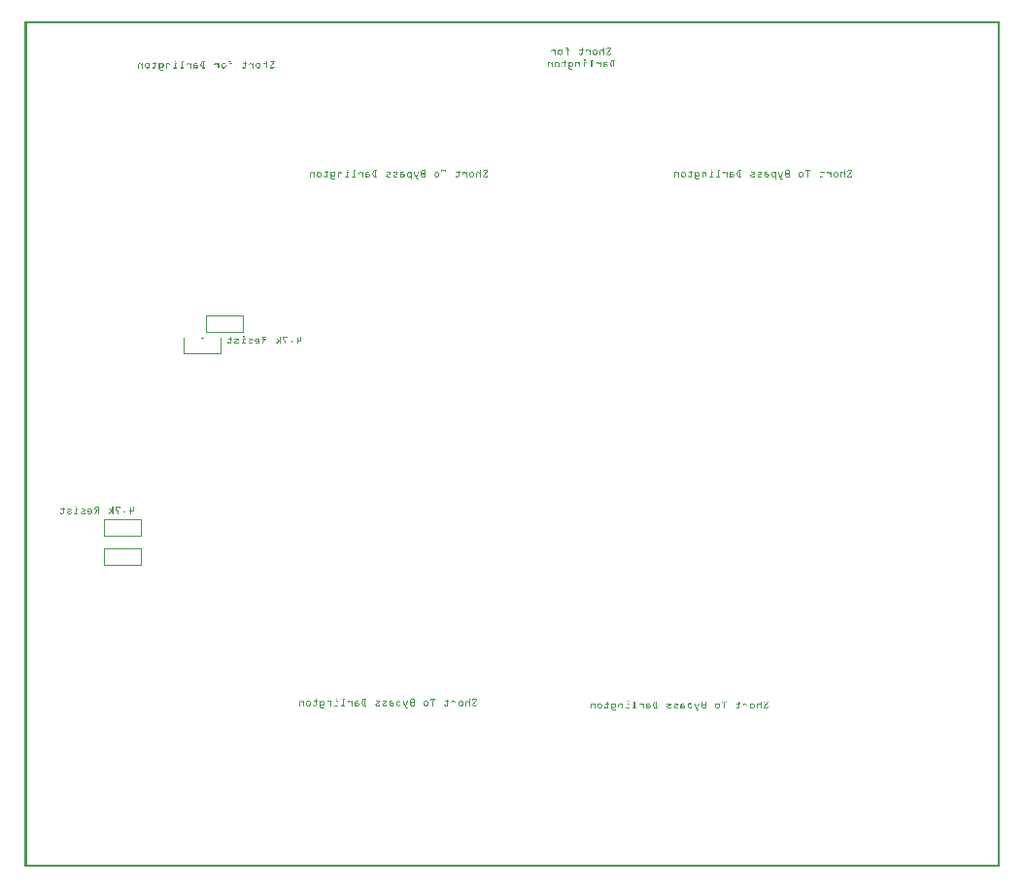
<source format=gbo>
G04 MADE WITH FRITZING*
G04 WWW.FRITZING.ORG*
G04 DOUBLE SIDED*
G04 HOLES PLATED*
G04 CONTOUR ON CENTER OF CONTOUR VECTOR*
%ASAXBY*%
%FSLAX23Y23*%
%MOIN*%
%OFA0B0*%
%SFA1.0B1.0*%
%ADD10R,0.001000X0.001000*%
%LNSILK0*%
G90*
G70*
G54D10*
X0Y2904D02*
X3346Y2904D01*
X0Y2903D02*
X3346Y2903D01*
X0Y2902D02*
X3346Y2902D01*
X0Y2901D02*
X3346Y2901D01*
X0Y2900D02*
X3346Y2900D01*
X0Y2899D02*
X3346Y2899D01*
X0Y2898D02*
X3346Y2898D01*
X0Y2897D02*
X3346Y2897D01*
X0Y2896D02*
X7Y2896D01*
X3339Y2896D02*
X3346Y2896D01*
X0Y2895D02*
X7Y2895D01*
X3339Y2895D02*
X3346Y2895D01*
X0Y2894D02*
X7Y2894D01*
X3339Y2894D02*
X3346Y2894D01*
X0Y2893D02*
X7Y2893D01*
X3339Y2893D02*
X3346Y2893D01*
X0Y2892D02*
X7Y2892D01*
X3339Y2892D02*
X3346Y2892D01*
X0Y2891D02*
X7Y2891D01*
X3339Y2891D02*
X3346Y2891D01*
X0Y2890D02*
X7Y2890D01*
X3339Y2890D02*
X3346Y2890D01*
X0Y2889D02*
X7Y2889D01*
X3339Y2889D02*
X3346Y2889D01*
X0Y2888D02*
X7Y2888D01*
X3339Y2888D02*
X3346Y2888D01*
X0Y2887D02*
X7Y2887D01*
X3339Y2887D02*
X3346Y2887D01*
X0Y2886D02*
X7Y2886D01*
X3339Y2886D02*
X3346Y2886D01*
X0Y2885D02*
X7Y2885D01*
X3339Y2885D02*
X3346Y2885D01*
X0Y2884D02*
X7Y2884D01*
X3339Y2884D02*
X3346Y2884D01*
X0Y2883D02*
X7Y2883D01*
X3339Y2883D02*
X3346Y2883D01*
X0Y2882D02*
X7Y2882D01*
X3339Y2882D02*
X3346Y2882D01*
X0Y2881D02*
X7Y2881D01*
X3339Y2881D02*
X3346Y2881D01*
X0Y2880D02*
X7Y2880D01*
X3339Y2880D02*
X3346Y2880D01*
X0Y2879D02*
X7Y2879D01*
X3339Y2879D02*
X3346Y2879D01*
X0Y2878D02*
X7Y2878D01*
X3339Y2878D02*
X3346Y2878D01*
X0Y2877D02*
X7Y2877D01*
X3339Y2877D02*
X3346Y2877D01*
X0Y2876D02*
X7Y2876D01*
X3339Y2876D02*
X3346Y2876D01*
X0Y2875D02*
X7Y2875D01*
X3339Y2875D02*
X3346Y2875D01*
X0Y2874D02*
X7Y2874D01*
X3339Y2874D02*
X3346Y2874D01*
X0Y2873D02*
X7Y2873D01*
X3339Y2873D02*
X3346Y2873D01*
X0Y2872D02*
X7Y2872D01*
X3339Y2872D02*
X3346Y2872D01*
X0Y2871D02*
X7Y2871D01*
X3339Y2871D02*
X3346Y2871D01*
X0Y2870D02*
X7Y2870D01*
X3339Y2870D02*
X3346Y2870D01*
X0Y2869D02*
X7Y2869D01*
X3339Y2869D02*
X3346Y2869D01*
X0Y2868D02*
X7Y2868D01*
X3339Y2868D02*
X3346Y2868D01*
X0Y2867D02*
X7Y2867D01*
X3339Y2867D02*
X3346Y2867D01*
X0Y2866D02*
X7Y2866D01*
X3339Y2866D02*
X3346Y2866D01*
X0Y2865D02*
X7Y2865D01*
X3339Y2865D02*
X3346Y2865D01*
X0Y2864D02*
X7Y2864D01*
X3339Y2864D02*
X3346Y2864D01*
X0Y2863D02*
X7Y2863D01*
X3339Y2863D02*
X3346Y2863D01*
X0Y2862D02*
X7Y2862D01*
X3339Y2862D02*
X3346Y2862D01*
X0Y2861D02*
X7Y2861D01*
X3339Y2861D02*
X3346Y2861D01*
X0Y2860D02*
X7Y2860D01*
X3339Y2860D02*
X3346Y2860D01*
X0Y2859D02*
X7Y2859D01*
X3339Y2859D02*
X3346Y2859D01*
X0Y2858D02*
X7Y2858D01*
X3339Y2858D02*
X3346Y2858D01*
X0Y2857D02*
X7Y2857D01*
X3339Y2857D02*
X3346Y2857D01*
X0Y2856D02*
X7Y2856D01*
X3339Y2856D02*
X3346Y2856D01*
X0Y2855D02*
X7Y2855D01*
X3339Y2855D02*
X3346Y2855D01*
X0Y2854D02*
X7Y2854D01*
X3339Y2854D02*
X3346Y2854D01*
X0Y2853D02*
X7Y2853D01*
X3339Y2853D02*
X3346Y2853D01*
X0Y2852D02*
X7Y2852D01*
X3339Y2852D02*
X3346Y2852D01*
X0Y2851D02*
X7Y2851D01*
X3339Y2851D02*
X3346Y2851D01*
X0Y2850D02*
X7Y2850D01*
X3339Y2850D02*
X3346Y2850D01*
X0Y2849D02*
X7Y2849D01*
X3339Y2849D02*
X3346Y2849D01*
X0Y2848D02*
X7Y2848D01*
X3339Y2848D02*
X3346Y2848D01*
X0Y2847D02*
X7Y2847D01*
X3339Y2847D02*
X3346Y2847D01*
X0Y2846D02*
X7Y2846D01*
X3339Y2846D02*
X3346Y2846D01*
X0Y2845D02*
X7Y2845D01*
X3339Y2845D02*
X3346Y2845D01*
X0Y2844D02*
X7Y2844D01*
X3339Y2844D02*
X3346Y2844D01*
X0Y2843D02*
X7Y2843D01*
X3339Y2843D02*
X3346Y2843D01*
X0Y2842D02*
X7Y2842D01*
X3339Y2842D02*
X3346Y2842D01*
X0Y2841D02*
X7Y2841D01*
X3339Y2841D02*
X3346Y2841D01*
X0Y2840D02*
X7Y2840D01*
X3339Y2840D02*
X3346Y2840D01*
X0Y2839D02*
X7Y2839D01*
X3339Y2839D02*
X3346Y2839D01*
X0Y2838D02*
X7Y2838D01*
X3339Y2838D02*
X3346Y2838D01*
X0Y2837D02*
X7Y2837D01*
X3339Y2837D02*
X3346Y2837D01*
X0Y2836D02*
X7Y2836D01*
X3339Y2836D02*
X3346Y2836D01*
X0Y2835D02*
X7Y2835D01*
X3339Y2835D02*
X3346Y2835D01*
X0Y2834D02*
X7Y2834D01*
X3339Y2834D02*
X3346Y2834D01*
X0Y2833D02*
X7Y2833D01*
X3339Y2833D02*
X3346Y2833D01*
X0Y2832D02*
X7Y2832D01*
X3339Y2832D02*
X3346Y2832D01*
X0Y2831D02*
X7Y2831D01*
X3339Y2831D02*
X3346Y2831D01*
X0Y2830D02*
X7Y2830D01*
X3339Y2830D02*
X3346Y2830D01*
X0Y2829D02*
X7Y2829D01*
X3339Y2829D02*
X3346Y2829D01*
X0Y2828D02*
X7Y2828D01*
X3339Y2828D02*
X3346Y2828D01*
X0Y2827D02*
X7Y2827D01*
X3339Y2827D02*
X3346Y2827D01*
X0Y2826D02*
X7Y2826D01*
X3339Y2826D02*
X3346Y2826D01*
X0Y2825D02*
X7Y2825D01*
X3339Y2825D02*
X3346Y2825D01*
X0Y2824D02*
X7Y2824D01*
X3339Y2824D02*
X3346Y2824D01*
X0Y2823D02*
X7Y2823D01*
X3339Y2823D02*
X3346Y2823D01*
X0Y2822D02*
X7Y2822D01*
X3339Y2822D02*
X3346Y2822D01*
X0Y2821D02*
X7Y2821D01*
X3339Y2821D02*
X3346Y2821D01*
X0Y2820D02*
X7Y2820D01*
X3339Y2820D02*
X3346Y2820D01*
X0Y2819D02*
X7Y2819D01*
X3339Y2819D02*
X3346Y2819D01*
X0Y2818D02*
X7Y2818D01*
X3339Y2818D02*
X3346Y2818D01*
X0Y2817D02*
X7Y2817D01*
X3339Y2817D02*
X3346Y2817D01*
X0Y2816D02*
X7Y2816D01*
X3339Y2816D02*
X3346Y2816D01*
X0Y2815D02*
X7Y2815D01*
X3339Y2815D02*
X3346Y2815D01*
X0Y2814D02*
X7Y2814D01*
X1856Y2814D02*
X1863Y2814D01*
X1987Y2814D02*
X1988Y2814D01*
X1999Y2814D02*
X2011Y2814D01*
X3339Y2814D02*
X3346Y2814D01*
X0Y2813D02*
X7Y2813D01*
X1855Y2813D02*
X1864Y2813D01*
X1912Y2813D02*
X1914Y2813D01*
X1986Y2813D02*
X1989Y2813D01*
X1998Y2813D02*
X2012Y2813D01*
X3339Y2813D02*
X3346Y2813D01*
X0Y2812D02*
X7Y2812D01*
X1856Y2812D02*
X1865Y2812D01*
X1912Y2812D02*
X1914Y2812D01*
X1986Y2812D02*
X1989Y2812D01*
X1997Y2812D02*
X2012Y2812D01*
X3339Y2812D02*
X3346Y2812D01*
X0Y2811D02*
X7Y2811D01*
X1863Y2811D02*
X1866Y2811D01*
X1912Y2811D02*
X1914Y2811D01*
X1986Y2811D02*
X1989Y2811D01*
X1997Y2811D02*
X2000Y2811D01*
X2010Y2811D02*
X2012Y2811D01*
X3339Y2811D02*
X3346Y2811D01*
X0Y2810D02*
X7Y2810D01*
X1863Y2810D02*
X1866Y2810D01*
X1912Y2810D02*
X1914Y2810D01*
X1986Y2810D02*
X1989Y2810D01*
X1997Y2810D02*
X1999Y2810D01*
X2009Y2810D02*
X2012Y2810D01*
X3339Y2810D02*
X3346Y2810D01*
X0Y2809D02*
X7Y2809D01*
X1864Y2809D02*
X1866Y2809D01*
X1912Y2809D02*
X1914Y2809D01*
X1986Y2809D02*
X1989Y2809D01*
X1998Y2809D02*
X1998Y2809D01*
X2009Y2809D02*
X2012Y2809D01*
X3339Y2809D02*
X3346Y2809D01*
X0Y2808D02*
X7Y2808D01*
X1863Y2808D02*
X1866Y2808D01*
X1911Y2808D02*
X1915Y2808D01*
X1986Y2808D02*
X1989Y2808D01*
X2008Y2808D02*
X2011Y2808D01*
X3339Y2808D02*
X3346Y2808D01*
X0Y2807D02*
X7Y2807D01*
X1809Y2807D02*
X1816Y2807D01*
X1820Y2807D02*
X1822Y2807D01*
X1834Y2807D02*
X1843Y2807D01*
X1859Y2807D02*
X1869Y2807D01*
X1904Y2807D02*
X1917Y2807D01*
X1928Y2807D02*
X1935Y2807D01*
X1939Y2807D02*
X1941Y2807D01*
X1953Y2807D02*
X1962Y2807D01*
X1976Y2807D02*
X1982Y2807D01*
X1986Y2807D02*
X1989Y2807D01*
X2007Y2807D02*
X2010Y2807D01*
X3339Y2807D02*
X3346Y2807D01*
X0Y2806D02*
X7Y2806D01*
X1808Y2806D02*
X1817Y2806D01*
X1820Y2806D02*
X1822Y2806D01*
X1833Y2806D02*
X1844Y2806D01*
X1859Y2806D02*
X1869Y2806D01*
X1904Y2806D02*
X1917Y2806D01*
X1927Y2806D02*
X1936Y2806D01*
X1939Y2806D02*
X1941Y2806D01*
X1952Y2806D02*
X1963Y2806D01*
X1975Y2806D02*
X1984Y2806D01*
X1986Y2806D02*
X1989Y2806D01*
X2006Y2806D02*
X2009Y2806D01*
X3339Y2806D02*
X3346Y2806D01*
X0Y2805D02*
X7Y2805D01*
X1808Y2805D02*
X1818Y2805D01*
X1820Y2805D02*
X1822Y2805D01*
X1832Y2805D02*
X1845Y2805D01*
X1859Y2805D02*
X1868Y2805D01*
X1904Y2805D02*
X1917Y2805D01*
X1926Y2805D02*
X1937Y2805D01*
X1939Y2805D02*
X1941Y2805D01*
X1951Y2805D02*
X1964Y2805D01*
X1974Y2805D02*
X1989Y2805D01*
X2005Y2805D02*
X2009Y2805D01*
X3339Y2805D02*
X3346Y2805D01*
X0Y2804D02*
X7Y2804D01*
X1807Y2804D02*
X1810Y2804D01*
X1815Y2804D02*
X1822Y2804D01*
X1831Y2804D02*
X1834Y2804D01*
X1842Y2804D02*
X1846Y2804D01*
X1864Y2804D02*
X1866Y2804D01*
X1912Y2804D02*
X1914Y2804D01*
X1926Y2804D02*
X1929Y2804D01*
X1934Y2804D02*
X1941Y2804D01*
X1950Y2804D02*
X1953Y2804D01*
X1961Y2804D02*
X1964Y2804D01*
X1974Y2804D02*
X1976Y2804D01*
X1982Y2804D02*
X1989Y2804D01*
X2005Y2804D02*
X2008Y2804D01*
X3339Y2804D02*
X3346Y2804D01*
X0Y2803D02*
X7Y2803D01*
X1807Y2803D02*
X1809Y2803D01*
X1817Y2803D02*
X1822Y2803D01*
X1831Y2803D02*
X1834Y2803D01*
X1843Y2803D02*
X1846Y2803D01*
X1864Y2803D02*
X1866Y2803D01*
X1912Y2803D02*
X1914Y2803D01*
X1926Y2803D02*
X1928Y2803D01*
X1935Y2803D02*
X1941Y2803D01*
X1950Y2803D02*
X1952Y2803D01*
X1962Y2803D02*
X1965Y2803D01*
X1974Y2803D02*
X1976Y2803D01*
X1984Y2803D02*
X1989Y2803D01*
X2004Y2803D02*
X2007Y2803D01*
X3339Y2803D02*
X3346Y2803D01*
X0Y2802D02*
X7Y2802D01*
X1807Y2802D02*
X1809Y2802D01*
X1818Y2802D02*
X1822Y2802D01*
X1831Y2802D02*
X1833Y2802D01*
X1844Y2802D02*
X1846Y2802D01*
X1864Y2802D02*
X1866Y2802D01*
X1912Y2802D02*
X1914Y2802D01*
X1926Y2802D02*
X1928Y2802D01*
X1936Y2802D02*
X1941Y2802D01*
X1950Y2802D02*
X1952Y2802D01*
X1963Y2802D02*
X1965Y2802D01*
X1974Y2802D02*
X1976Y2802D01*
X1985Y2802D02*
X1989Y2802D01*
X2003Y2802D02*
X2006Y2802D01*
X3339Y2802D02*
X3346Y2802D01*
X0Y2801D02*
X7Y2801D01*
X1808Y2801D02*
X1809Y2801D01*
X1819Y2801D02*
X1822Y2801D01*
X1831Y2801D02*
X1833Y2801D01*
X1844Y2801D02*
X1846Y2801D01*
X1864Y2801D02*
X1866Y2801D01*
X1912Y2801D02*
X1914Y2801D01*
X1926Y2801D02*
X1928Y2801D01*
X1938Y2801D02*
X1941Y2801D01*
X1950Y2801D02*
X1952Y2801D01*
X1963Y2801D02*
X1965Y2801D01*
X1974Y2801D02*
X1976Y2801D01*
X1986Y2801D02*
X1989Y2801D01*
X2002Y2801D02*
X2006Y2801D01*
X3339Y2801D02*
X3346Y2801D01*
X0Y2800D02*
X7Y2800D01*
X1820Y2800D02*
X1822Y2800D01*
X1831Y2800D02*
X1833Y2800D01*
X1844Y2800D02*
X1846Y2800D01*
X1864Y2800D02*
X1866Y2800D01*
X1912Y2800D02*
X1914Y2800D01*
X1939Y2800D02*
X1941Y2800D01*
X1950Y2800D02*
X1952Y2800D01*
X1963Y2800D02*
X1965Y2800D01*
X1974Y2800D02*
X1976Y2800D01*
X1986Y2800D02*
X1989Y2800D01*
X2002Y2800D02*
X2005Y2800D01*
X3339Y2800D02*
X3346Y2800D01*
X0Y2799D02*
X7Y2799D01*
X1820Y2799D02*
X1822Y2799D01*
X1831Y2799D02*
X1833Y2799D01*
X1844Y2799D02*
X1846Y2799D01*
X1864Y2799D02*
X1866Y2799D01*
X1912Y2799D02*
X1914Y2799D01*
X1939Y2799D02*
X1941Y2799D01*
X1950Y2799D02*
X1952Y2799D01*
X1963Y2799D02*
X1965Y2799D01*
X1974Y2799D02*
X1976Y2799D01*
X1986Y2799D02*
X1989Y2799D01*
X2001Y2799D02*
X2004Y2799D01*
X3339Y2799D02*
X3346Y2799D01*
X0Y2798D02*
X7Y2798D01*
X1820Y2798D02*
X1822Y2798D01*
X1831Y2798D02*
X1833Y2798D01*
X1844Y2798D02*
X1846Y2798D01*
X1864Y2798D02*
X1866Y2798D01*
X1912Y2798D02*
X1914Y2798D01*
X1939Y2798D02*
X1941Y2798D01*
X1950Y2798D02*
X1952Y2798D01*
X1963Y2798D02*
X1965Y2798D01*
X1974Y2798D02*
X1976Y2798D01*
X1986Y2798D02*
X1989Y2798D01*
X2000Y2798D02*
X2003Y2798D01*
X3339Y2798D02*
X3346Y2798D01*
X0Y2797D02*
X7Y2797D01*
X1820Y2797D02*
X1822Y2797D01*
X1831Y2797D02*
X1833Y2797D01*
X1844Y2797D02*
X1846Y2797D01*
X1864Y2797D02*
X1866Y2797D01*
X1912Y2797D02*
X1914Y2797D01*
X1939Y2797D02*
X1941Y2797D01*
X1950Y2797D02*
X1952Y2797D01*
X1963Y2797D02*
X1965Y2797D01*
X1974Y2797D02*
X1976Y2797D01*
X1986Y2797D02*
X1989Y2797D01*
X1999Y2797D02*
X2002Y2797D01*
X3339Y2797D02*
X3346Y2797D01*
X0Y2796D02*
X7Y2796D01*
X1820Y2796D02*
X1822Y2796D01*
X1831Y2796D02*
X1833Y2796D01*
X1844Y2796D02*
X1846Y2796D01*
X1864Y2796D02*
X1866Y2796D01*
X1912Y2796D02*
X1914Y2796D01*
X1939Y2796D02*
X1941Y2796D01*
X1950Y2796D02*
X1952Y2796D01*
X1963Y2796D02*
X1965Y2796D01*
X1974Y2796D02*
X1976Y2796D01*
X1986Y2796D02*
X1989Y2796D01*
X1998Y2796D02*
X2002Y2796D01*
X3339Y2796D02*
X3346Y2796D01*
X0Y2795D02*
X7Y2795D01*
X1820Y2795D02*
X1822Y2795D01*
X1831Y2795D02*
X1833Y2795D01*
X1844Y2795D02*
X1846Y2795D01*
X1864Y2795D02*
X1866Y2795D01*
X1903Y2795D02*
X1904Y2795D01*
X1912Y2795D02*
X1914Y2795D01*
X1939Y2795D02*
X1941Y2795D01*
X1950Y2795D02*
X1952Y2795D01*
X1963Y2795D02*
X1965Y2795D01*
X1974Y2795D02*
X1976Y2795D01*
X1986Y2795D02*
X1989Y2795D01*
X1998Y2795D02*
X2001Y2795D01*
X2011Y2795D02*
X2012Y2795D01*
X3339Y2795D02*
X3346Y2795D01*
X0Y2794D02*
X7Y2794D01*
X1820Y2794D02*
X1822Y2794D01*
X1831Y2794D02*
X1834Y2794D01*
X1843Y2794D02*
X1846Y2794D01*
X1864Y2794D02*
X1866Y2794D01*
X1902Y2794D02*
X1904Y2794D01*
X1912Y2794D02*
X1914Y2794D01*
X1939Y2794D02*
X1941Y2794D01*
X1950Y2794D02*
X1953Y2794D01*
X1962Y2794D02*
X1965Y2794D01*
X1974Y2794D02*
X1976Y2794D01*
X1986Y2794D02*
X1989Y2794D01*
X1997Y2794D02*
X2000Y2794D01*
X2010Y2794D02*
X2012Y2794D01*
X3339Y2794D02*
X3346Y2794D01*
X0Y2793D02*
X7Y2793D01*
X1820Y2793D02*
X1822Y2793D01*
X1831Y2793D02*
X1835Y2793D01*
X1842Y2793D02*
X1846Y2793D01*
X1864Y2793D02*
X1866Y2793D01*
X1902Y2793D02*
X1905Y2793D01*
X1911Y2793D02*
X1914Y2793D01*
X1939Y2793D02*
X1941Y2793D01*
X1950Y2793D02*
X1954Y2793D01*
X1961Y2793D02*
X1964Y2793D01*
X1974Y2793D02*
X1976Y2793D01*
X1986Y2793D02*
X1989Y2793D01*
X1997Y2793D02*
X2000Y2793D01*
X2010Y2793D02*
X2012Y2793D01*
X3339Y2793D02*
X3346Y2793D01*
X0Y2792D02*
X7Y2792D01*
X1820Y2792D02*
X1822Y2792D01*
X1832Y2792D02*
X1845Y2792D01*
X1864Y2792D02*
X1866Y2792D01*
X1903Y2792D02*
X1914Y2792D01*
X1939Y2792D02*
X1941Y2792D01*
X1951Y2792D02*
X1964Y2792D01*
X1974Y2792D02*
X1976Y2792D01*
X1986Y2792D02*
X1989Y2792D01*
X1997Y2792D02*
X2012Y2792D01*
X3339Y2792D02*
X3346Y2792D01*
X0Y2791D02*
X7Y2791D01*
X1820Y2791D02*
X1822Y2791D01*
X1833Y2791D02*
X1844Y2791D01*
X1864Y2791D02*
X1866Y2791D01*
X1903Y2791D02*
X1913Y2791D01*
X1939Y2791D02*
X1941Y2791D01*
X1952Y2791D02*
X1963Y2791D01*
X1974Y2791D02*
X1976Y2791D01*
X1986Y2791D02*
X1989Y2791D01*
X1998Y2791D02*
X2011Y2791D01*
X3339Y2791D02*
X3346Y2791D01*
X0Y2790D02*
X7Y2790D01*
X1820Y2790D02*
X1822Y2790D01*
X1835Y2790D02*
X1843Y2790D01*
X1864Y2790D02*
X1865Y2790D01*
X1905Y2790D02*
X1912Y2790D01*
X1939Y2790D02*
X1941Y2790D01*
X1953Y2790D02*
X1961Y2790D01*
X1974Y2790D02*
X1976Y2790D01*
X1987Y2790D02*
X1988Y2790D01*
X1999Y2790D02*
X2010Y2790D01*
X3339Y2790D02*
X3346Y2790D01*
X0Y2789D02*
X7Y2789D01*
X3339Y2789D02*
X3346Y2789D01*
X0Y2788D02*
X7Y2788D01*
X3339Y2788D02*
X3346Y2788D01*
X0Y2787D02*
X7Y2787D01*
X3339Y2787D02*
X3346Y2787D01*
X0Y2786D02*
X7Y2786D01*
X3339Y2786D02*
X3346Y2786D01*
X0Y2785D02*
X7Y2785D01*
X3339Y2785D02*
X3346Y2785D01*
X0Y2784D02*
X7Y2784D01*
X3339Y2784D02*
X3346Y2784D01*
X0Y2783D02*
X7Y2783D01*
X3339Y2783D02*
X3346Y2783D01*
X0Y2782D02*
X7Y2782D01*
X3339Y2782D02*
X3346Y2782D01*
X0Y2781D02*
X7Y2781D01*
X3339Y2781D02*
X3346Y2781D01*
X0Y2780D02*
X7Y2780D01*
X3339Y2780D02*
X3346Y2780D01*
X0Y2779D02*
X7Y2779D01*
X3339Y2779D02*
X3346Y2779D01*
X0Y2778D02*
X7Y2778D01*
X3339Y2778D02*
X3346Y2778D01*
X0Y2777D02*
X7Y2777D01*
X3339Y2777D02*
X3346Y2777D01*
X0Y2776D02*
X7Y2776D01*
X3339Y2776D02*
X3346Y2776D01*
X0Y2775D02*
X7Y2775D01*
X3339Y2775D02*
X3346Y2775D01*
X0Y2774D02*
X7Y2774D01*
X3339Y2774D02*
X3346Y2774D01*
X0Y2773D02*
X7Y2773D01*
X1921Y2773D02*
X1924Y2773D01*
X3339Y2773D02*
X3346Y2773D01*
X0Y2772D02*
X7Y2772D01*
X1921Y2772D02*
X1924Y2772D01*
X1946Y2772D02*
X1950Y2772D01*
X2017Y2772D02*
X2023Y2772D01*
X3339Y2772D02*
X3346Y2772D01*
X0Y2771D02*
X7Y2771D01*
X1921Y2771D02*
X1924Y2771D01*
X1944Y2771D02*
X1951Y2771D01*
X2015Y2771D02*
X2024Y2771D01*
X3339Y2771D02*
X3346Y2771D01*
X0Y2770D02*
X7Y2770D01*
X1853Y2770D02*
X1854Y2770D01*
X1921Y2770D02*
X1924Y2770D01*
X1944Y2770D02*
X1951Y2770D01*
X2014Y2770D02*
X2024Y2770D01*
X3339Y2770D02*
X3346Y2770D01*
X0Y2769D02*
X7Y2769D01*
X516Y2769D02*
X519Y2769D01*
X1853Y2769D02*
X1855Y2769D01*
X1921Y2769D02*
X1924Y2769D01*
X1944Y2769D02*
X1951Y2769D01*
X2013Y2769D02*
X2023Y2769D01*
X3339Y2769D02*
X3346Y2769D01*
X0Y2768D02*
X7Y2768D01*
X515Y2768D02*
X519Y2768D01*
X540Y2768D02*
X546Y2768D01*
X611Y2768D02*
X619Y2768D01*
X700Y2768D02*
X706Y2768D01*
X831Y2768D02*
X832Y2768D01*
X844Y2768D02*
X855Y2768D01*
X1853Y2768D02*
X1855Y2768D01*
X1944Y2768D02*
X1947Y2768D01*
X2013Y2768D02*
X2015Y2768D01*
X2019Y2768D02*
X2021Y2768D01*
X3339Y2768D02*
X3346Y2768D01*
X0Y2767D02*
X7Y2767D01*
X515Y2767D02*
X519Y2767D01*
X539Y2767D02*
X546Y2767D01*
X609Y2767D02*
X619Y2767D01*
X700Y2767D02*
X708Y2767D01*
X831Y2767D02*
X833Y2767D01*
X843Y2767D02*
X856Y2767D01*
X1853Y2767D02*
X1855Y2767D01*
X1944Y2767D02*
X1947Y2767D01*
X2012Y2767D02*
X2015Y2767D01*
X2019Y2767D02*
X2021Y2767D01*
X3339Y2767D02*
X3346Y2767D01*
X0Y2766D02*
X7Y2766D01*
X448Y2766D02*
X449Y2766D01*
X516Y2766D02*
X519Y2766D01*
X539Y2766D02*
X546Y2766D01*
X608Y2766D02*
X619Y2766D01*
X700Y2766D02*
X709Y2766D01*
X756Y2766D02*
X758Y2766D01*
X831Y2766D02*
X833Y2766D01*
X842Y2766D02*
X857Y2766D01*
X1853Y2766D02*
X1855Y2766D01*
X1944Y2766D02*
X1947Y2766D01*
X2012Y2766D02*
X2014Y2766D01*
X2019Y2766D02*
X2021Y2766D01*
X3339Y2766D02*
X3346Y2766D01*
X0Y2765D02*
X7Y2765D01*
X447Y2765D02*
X450Y2765D01*
X539Y2765D02*
X542Y2765D01*
X608Y2765D02*
X611Y2765D01*
X613Y2765D02*
X616Y2765D01*
X706Y2765D02*
X710Y2765D01*
X756Y2765D02*
X759Y2765D01*
X831Y2765D02*
X833Y2765D01*
X842Y2765D02*
X845Y2765D01*
X854Y2765D02*
X857Y2765D01*
X1800Y2765D02*
X1802Y2765D01*
X1809Y2765D02*
X1809Y2765D01*
X1824Y2765D02*
X1829Y2765D01*
X1846Y2765D02*
X1857Y2765D01*
X1868Y2765D02*
X1868Y2765D01*
X1873Y2765D02*
X1876Y2765D01*
X1895Y2765D02*
X1897Y2765D01*
X1922Y2765D02*
X1927Y2765D01*
X1944Y2765D02*
X1947Y2765D01*
X1966Y2765D02*
X1969Y2765D01*
X1976Y2765D02*
X1976Y2765D01*
X1990Y2765D02*
X1996Y2765D01*
X2011Y2765D02*
X2014Y2765D01*
X2019Y2765D02*
X2021Y2765D01*
X3339Y2765D02*
X3346Y2765D01*
X0Y2764D02*
X7Y2764D01*
X447Y2764D02*
X450Y2764D01*
X539Y2764D02*
X541Y2764D01*
X607Y2764D02*
X610Y2764D01*
X614Y2764D02*
X616Y2764D01*
X707Y2764D02*
X710Y2764D01*
X756Y2764D02*
X759Y2764D01*
X831Y2764D02*
X833Y2764D01*
X841Y2764D02*
X844Y2764D01*
X854Y2764D02*
X857Y2764D01*
X1797Y2764D02*
X1805Y2764D01*
X1808Y2764D02*
X1810Y2764D01*
X1822Y2764D02*
X1831Y2764D01*
X1845Y2764D02*
X1858Y2764D01*
X1867Y2764D02*
X1869Y2764D01*
X1871Y2764D02*
X1879Y2764D01*
X1892Y2764D02*
X1900Y2764D01*
X1903Y2764D02*
X1905Y2764D01*
X1921Y2764D02*
X1928Y2764D01*
X1944Y2764D02*
X1947Y2764D01*
X1963Y2764D02*
X1971Y2764D01*
X1975Y2764D02*
X1977Y2764D01*
X1987Y2764D02*
X1997Y2764D01*
X2011Y2764D02*
X2013Y2764D01*
X2019Y2764D02*
X2021Y2764D01*
X3339Y2764D02*
X3346Y2764D01*
X0Y2763D02*
X7Y2763D01*
X447Y2763D02*
X450Y2763D01*
X539Y2763D02*
X541Y2763D01*
X607Y2763D02*
X609Y2763D01*
X614Y2763D02*
X616Y2763D01*
X708Y2763D02*
X710Y2763D01*
X756Y2763D02*
X759Y2763D01*
X831Y2763D02*
X833Y2763D01*
X842Y2763D02*
X843Y2763D01*
X853Y2763D02*
X856Y2763D01*
X1796Y2763D02*
X1806Y2763D01*
X1808Y2763D02*
X1811Y2763D01*
X1821Y2763D02*
X1832Y2763D01*
X1844Y2763D02*
X1858Y2763D01*
X1866Y2763D02*
X1880Y2763D01*
X1891Y2763D02*
X1901Y2763D01*
X1903Y2763D02*
X1906Y2763D01*
X1921Y2763D02*
X1928Y2763D01*
X1944Y2763D02*
X1947Y2763D01*
X1963Y2763D02*
X1972Y2763D01*
X1975Y2763D02*
X1977Y2763D01*
X1986Y2763D02*
X1997Y2763D01*
X2010Y2763D02*
X2013Y2763D01*
X2019Y2763D02*
X2021Y2763D01*
X3339Y2763D02*
X3346Y2763D01*
X0Y2762D02*
X7Y2762D01*
X447Y2762D02*
X450Y2762D01*
X539Y2762D02*
X541Y2762D01*
X606Y2762D02*
X609Y2762D01*
X614Y2762D02*
X616Y2762D01*
X708Y2762D02*
X710Y2762D01*
X756Y2762D02*
X759Y2762D01*
X831Y2762D02*
X833Y2762D01*
X853Y2762D02*
X856Y2762D01*
X1796Y2762D02*
X1811Y2762D01*
X1820Y2762D02*
X1833Y2762D01*
X1845Y2762D02*
X1857Y2762D01*
X1866Y2762D02*
X1881Y2762D01*
X1891Y2762D02*
X1906Y2762D01*
X1921Y2762D02*
X1927Y2762D01*
X1944Y2762D02*
X1947Y2762D01*
X1962Y2762D02*
X1977Y2762D01*
X1986Y2762D02*
X1996Y2762D01*
X2010Y2762D02*
X2012Y2762D01*
X2019Y2762D02*
X2021Y2762D01*
X3339Y2762D02*
X3346Y2762D01*
X0Y2761D02*
X7Y2761D01*
X393Y2761D02*
X398Y2761D01*
X404Y2761D02*
X405Y2761D01*
X418Y2761D02*
X425Y2761D01*
X440Y2761D02*
X452Y2761D01*
X462Y2761D02*
X463Y2761D01*
X467Y2761D02*
X473Y2761D01*
X488Y2761D02*
X493Y2761D01*
X499Y2761D02*
X500Y2761D01*
X516Y2761D02*
X522Y2761D01*
X539Y2761D02*
X541Y2761D01*
X559Y2761D02*
X565Y2761D01*
X570Y2761D02*
X571Y2761D01*
X583Y2761D02*
X592Y2761D01*
X606Y2761D02*
X608Y2761D01*
X614Y2761D02*
X616Y2761D01*
X654Y2761D02*
X660Y2761D01*
X665Y2761D02*
X666Y2761D01*
X679Y2761D02*
X686Y2761D01*
X704Y2761D02*
X713Y2761D01*
X749Y2761D02*
X761Y2761D01*
X773Y2761D02*
X778Y2761D01*
X784Y2761D02*
X785Y2761D01*
X798Y2761D02*
X805Y2761D01*
X821Y2761D02*
X826Y2761D01*
X831Y2761D02*
X833Y2761D01*
X852Y2761D02*
X855Y2761D01*
X1796Y2761D02*
X1798Y2761D01*
X1804Y2761D02*
X1811Y2761D01*
X1819Y2761D02*
X1822Y2761D01*
X1831Y2761D02*
X1834Y2761D01*
X1853Y2761D02*
X1855Y2761D01*
X1866Y2761D02*
X1872Y2761D01*
X1878Y2761D02*
X1881Y2761D01*
X1891Y2761D02*
X1893Y2761D01*
X1899Y2761D02*
X1906Y2761D01*
X1921Y2761D02*
X1923Y2761D01*
X1944Y2761D02*
X1947Y2761D01*
X1962Y2761D02*
X1964Y2761D01*
X1970Y2761D02*
X1977Y2761D01*
X1986Y2761D02*
X1988Y2761D01*
X2009Y2761D02*
X2012Y2761D01*
X2019Y2761D02*
X2021Y2761D01*
X3339Y2761D02*
X3346Y2761D01*
X0Y2760D02*
X7Y2760D01*
X392Y2760D02*
X400Y2760D01*
X403Y2760D02*
X405Y2760D01*
X416Y2760D02*
X427Y2760D01*
X439Y2760D02*
X453Y2760D01*
X461Y2760D02*
X464Y2760D01*
X466Y2760D02*
X474Y2760D01*
X487Y2760D02*
X495Y2760D01*
X498Y2760D02*
X500Y2760D01*
X515Y2760D02*
X523Y2760D01*
X539Y2760D02*
X541Y2760D01*
X558Y2760D02*
X566Y2760D01*
X569Y2760D02*
X572Y2760D01*
X582Y2760D02*
X592Y2760D01*
X605Y2760D02*
X608Y2760D01*
X614Y2760D02*
X616Y2760D01*
X653Y2760D02*
X661Y2760D01*
X664Y2760D02*
X667Y2760D01*
X678Y2760D02*
X688Y2760D01*
X703Y2760D02*
X713Y2760D01*
X748Y2760D02*
X762Y2760D01*
X772Y2760D02*
X780Y2760D01*
X783Y2760D02*
X785Y2760D01*
X797Y2760D02*
X807Y2760D01*
X819Y2760D02*
X828Y2760D01*
X831Y2760D02*
X833Y2760D01*
X851Y2760D02*
X854Y2760D01*
X1795Y2760D02*
X1798Y2760D01*
X1806Y2760D02*
X1811Y2760D01*
X1819Y2760D02*
X1822Y2760D01*
X1832Y2760D02*
X1834Y2760D01*
X1853Y2760D02*
X1855Y2760D01*
X1866Y2760D02*
X1871Y2760D01*
X1879Y2760D02*
X1882Y2760D01*
X1891Y2760D02*
X1893Y2760D01*
X1901Y2760D02*
X1906Y2760D01*
X1921Y2760D02*
X1923Y2760D01*
X1944Y2760D02*
X1947Y2760D01*
X1962Y2760D02*
X1964Y2760D01*
X1971Y2760D02*
X1977Y2760D01*
X1986Y2760D02*
X1988Y2760D01*
X2009Y2760D02*
X2011Y2760D01*
X2019Y2760D02*
X2021Y2760D01*
X3339Y2760D02*
X3346Y2760D01*
X0Y2759D02*
X7Y2759D01*
X391Y2759D02*
X405Y2759D01*
X415Y2759D02*
X428Y2759D01*
X439Y2759D02*
X453Y2759D01*
X461Y2759D02*
X475Y2759D01*
X486Y2759D02*
X500Y2759D01*
X515Y2759D02*
X522Y2759D01*
X539Y2759D02*
X541Y2759D01*
X557Y2759D02*
X567Y2759D01*
X569Y2759D02*
X572Y2759D01*
X581Y2759D02*
X592Y2759D01*
X605Y2759D02*
X607Y2759D01*
X614Y2759D02*
X616Y2759D01*
X652Y2759D02*
X662Y2759D01*
X664Y2759D02*
X667Y2759D01*
X677Y2759D02*
X689Y2759D01*
X703Y2759D02*
X713Y2759D01*
X748Y2759D02*
X762Y2759D01*
X771Y2759D02*
X781Y2759D01*
X783Y2759D02*
X786Y2759D01*
X795Y2759D02*
X808Y2759D01*
X819Y2759D02*
X833Y2759D01*
X850Y2759D02*
X853Y2759D01*
X1795Y2759D02*
X1798Y2759D01*
X1807Y2759D02*
X1811Y2759D01*
X1819Y2759D02*
X1821Y2759D01*
X1832Y2759D02*
X1834Y2759D01*
X1853Y2759D02*
X1855Y2759D01*
X1866Y2759D02*
X1869Y2759D01*
X1880Y2759D02*
X1882Y2759D01*
X1890Y2759D02*
X1893Y2759D01*
X1902Y2759D02*
X1906Y2759D01*
X1921Y2759D02*
X1923Y2759D01*
X1944Y2759D02*
X1947Y2759D01*
X1962Y2759D02*
X1964Y2759D01*
X1972Y2759D02*
X1977Y2759D01*
X1986Y2759D02*
X1988Y2759D01*
X2009Y2759D02*
X2011Y2759D01*
X2019Y2759D02*
X2021Y2759D01*
X3339Y2759D02*
X3346Y2759D01*
X0Y2758D02*
X7Y2758D01*
X391Y2758D02*
X394Y2758D01*
X398Y2758D02*
X405Y2758D01*
X415Y2758D02*
X418Y2758D01*
X425Y2758D02*
X428Y2758D01*
X447Y2758D02*
X450Y2758D01*
X461Y2758D02*
X468Y2758D01*
X472Y2758D02*
X476Y2758D01*
X486Y2758D02*
X489Y2758D01*
X493Y2758D02*
X500Y2758D01*
X515Y2758D02*
X518Y2758D01*
X539Y2758D02*
X541Y2758D01*
X557Y2758D02*
X560Y2758D01*
X564Y2758D02*
X572Y2758D01*
X581Y2758D02*
X584Y2758D01*
X604Y2758D02*
X607Y2758D01*
X614Y2758D02*
X616Y2758D01*
X652Y2758D02*
X655Y2758D01*
X659Y2758D02*
X667Y2758D01*
X676Y2758D02*
X680Y2758D01*
X686Y2758D02*
X690Y2758D01*
X708Y2758D02*
X711Y2758D01*
X756Y2758D02*
X759Y2758D01*
X770Y2758D02*
X774Y2758D01*
X778Y2758D02*
X786Y2758D01*
X795Y2758D02*
X799Y2758D01*
X805Y2758D02*
X809Y2758D01*
X818Y2758D02*
X821Y2758D01*
X825Y2758D02*
X833Y2758D01*
X849Y2758D02*
X853Y2758D01*
X1795Y2758D02*
X1798Y2758D01*
X1808Y2758D02*
X1811Y2758D01*
X1819Y2758D02*
X1821Y2758D01*
X1832Y2758D02*
X1834Y2758D01*
X1853Y2758D02*
X1855Y2758D01*
X1866Y2758D02*
X1869Y2758D01*
X1880Y2758D02*
X1882Y2758D01*
X1890Y2758D02*
X1893Y2758D01*
X1903Y2758D02*
X1906Y2758D01*
X1921Y2758D02*
X1923Y2758D01*
X1944Y2758D02*
X1947Y2758D01*
X1962Y2758D02*
X1963Y2758D01*
X1973Y2758D02*
X1977Y2758D01*
X1986Y2758D02*
X1988Y2758D01*
X1990Y2758D02*
X1996Y2758D01*
X2009Y2758D02*
X2012Y2758D01*
X2019Y2758D02*
X2021Y2758D01*
X3339Y2758D02*
X3346Y2758D01*
X0Y2757D02*
X7Y2757D01*
X390Y2757D02*
X393Y2757D01*
X399Y2757D02*
X405Y2757D01*
X414Y2757D02*
X417Y2757D01*
X426Y2757D02*
X429Y2757D01*
X447Y2757D02*
X450Y2757D01*
X461Y2757D02*
X466Y2757D01*
X474Y2757D02*
X476Y2757D01*
X485Y2757D02*
X488Y2757D01*
X495Y2757D02*
X500Y2757D01*
X515Y2757D02*
X518Y2757D01*
X539Y2757D02*
X541Y2757D01*
X556Y2757D02*
X559Y2757D01*
X565Y2757D02*
X572Y2757D01*
X580Y2757D02*
X583Y2757D01*
X604Y2757D02*
X606Y2757D01*
X614Y2757D02*
X616Y2757D01*
X651Y2757D02*
X654Y2757D01*
X660Y2757D02*
X667Y2757D01*
X675Y2757D02*
X678Y2757D01*
X687Y2757D02*
X690Y2757D01*
X708Y2757D02*
X710Y2757D01*
X756Y2757D02*
X759Y2757D01*
X770Y2757D02*
X773Y2757D01*
X779Y2757D02*
X786Y2757D01*
X794Y2757D02*
X797Y2757D01*
X806Y2757D02*
X809Y2757D01*
X818Y2757D02*
X820Y2757D01*
X827Y2757D02*
X833Y2757D01*
X849Y2757D02*
X852Y2757D01*
X1795Y2757D02*
X1798Y2757D01*
X1808Y2757D02*
X1811Y2757D01*
X1819Y2757D02*
X1821Y2757D01*
X1832Y2757D02*
X1834Y2757D01*
X1853Y2757D02*
X1855Y2757D01*
X1866Y2757D02*
X1869Y2757D01*
X1880Y2757D02*
X1882Y2757D01*
X1890Y2757D02*
X1893Y2757D01*
X1903Y2757D02*
X1906Y2757D01*
X1921Y2757D02*
X1923Y2757D01*
X1944Y2757D02*
X1947Y2757D01*
X1974Y2757D02*
X1977Y2757D01*
X1986Y2757D02*
X1999Y2757D01*
X2009Y2757D02*
X2012Y2757D01*
X2019Y2757D02*
X2021Y2757D01*
X3339Y2757D02*
X3346Y2757D01*
X0Y2756D02*
X7Y2756D01*
X390Y2756D02*
X393Y2756D01*
X401Y2756D02*
X405Y2756D01*
X414Y2756D02*
X416Y2756D01*
X427Y2756D02*
X429Y2756D01*
X447Y2756D02*
X450Y2756D01*
X461Y2756D02*
X465Y2756D01*
X474Y2756D02*
X477Y2756D01*
X485Y2756D02*
X488Y2756D01*
X496Y2756D02*
X500Y2756D01*
X515Y2756D02*
X518Y2756D01*
X539Y2756D02*
X541Y2756D01*
X556Y2756D02*
X559Y2756D01*
X566Y2756D02*
X572Y2756D01*
X580Y2756D02*
X583Y2756D01*
X604Y2756D02*
X606Y2756D01*
X614Y2756D02*
X616Y2756D01*
X651Y2756D02*
X654Y2756D01*
X661Y2756D02*
X667Y2756D01*
X675Y2756D02*
X678Y2756D01*
X688Y2756D02*
X690Y2756D01*
X708Y2756D02*
X710Y2756D01*
X756Y2756D02*
X759Y2756D01*
X770Y2756D02*
X772Y2756D01*
X780Y2756D02*
X786Y2756D01*
X794Y2756D02*
X796Y2756D01*
X807Y2756D02*
X809Y2756D01*
X818Y2756D02*
X820Y2756D01*
X829Y2756D02*
X833Y2756D01*
X848Y2756D02*
X851Y2756D01*
X1795Y2756D02*
X1798Y2756D01*
X1808Y2756D02*
X1811Y2756D01*
X1819Y2756D02*
X1821Y2756D01*
X1832Y2756D02*
X1834Y2756D01*
X1853Y2756D02*
X1855Y2756D01*
X1866Y2756D02*
X1869Y2756D01*
X1880Y2756D02*
X1882Y2756D01*
X1890Y2756D02*
X1893Y2756D01*
X1903Y2756D02*
X1906Y2756D01*
X1921Y2756D02*
X1923Y2756D01*
X1944Y2756D02*
X1947Y2756D01*
X1975Y2756D02*
X1977Y2756D01*
X1986Y2756D02*
X2000Y2756D01*
X2010Y2756D02*
X2012Y2756D01*
X2019Y2756D02*
X2021Y2756D01*
X3339Y2756D02*
X3346Y2756D01*
X0Y2755D02*
X7Y2755D01*
X390Y2755D02*
X393Y2755D01*
X403Y2755D02*
X405Y2755D01*
X414Y2755D02*
X416Y2755D01*
X427Y2755D02*
X429Y2755D01*
X447Y2755D02*
X450Y2755D01*
X461Y2755D02*
X464Y2755D01*
X474Y2755D02*
X477Y2755D01*
X485Y2755D02*
X488Y2755D01*
X498Y2755D02*
X500Y2755D01*
X515Y2755D02*
X518Y2755D01*
X539Y2755D02*
X541Y2755D01*
X557Y2755D02*
X558Y2755D01*
X568Y2755D02*
X572Y2755D01*
X580Y2755D02*
X583Y2755D01*
X604Y2755D02*
X606Y2755D01*
X614Y2755D02*
X616Y2755D01*
X652Y2755D02*
X654Y2755D01*
X663Y2755D02*
X667Y2755D01*
X675Y2755D02*
X677Y2755D01*
X688Y2755D02*
X691Y2755D01*
X708Y2755D02*
X710Y2755D01*
X756Y2755D02*
X759Y2755D01*
X770Y2755D02*
X772Y2755D01*
X781Y2755D02*
X786Y2755D01*
X794Y2755D02*
X796Y2755D01*
X807Y2755D02*
X809Y2755D01*
X818Y2755D02*
X820Y2755D01*
X830Y2755D02*
X833Y2755D01*
X847Y2755D02*
X850Y2755D01*
X1795Y2755D02*
X1798Y2755D01*
X1808Y2755D02*
X1811Y2755D01*
X1819Y2755D02*
X1821Y2755D01*
X1832Y2755D02*
X1834Y2755D01*
X1853Y2755D02*
X1855Y2755D01*
X1866Y2755D02*
X1869Y2755D01*
X1880Y2755D02*
X1882Y2755D01*
X1890Y2755D02*
X1893Y2755D01*
X1903Y2755D02*
X1906Y2755D01*
X1921Y2755D02*
X1923Y2755D01*
X1944Y2755D02*
X1947Y2755D01*
X1975Y2755D02*
X1977Y2755D01*
X1986Y2755D02*
X2000Y2755D01*
X2010Y2755D02*
X2013Y2755D01*
X2019Y2755D02*
X2021Y2755D01*
X3339Y2755D02*
X3346Y2755D01*
X0Y2754D02*
X7Y2754D01*
X390Y2754D02*
X393Y2754D01*
X403Y2754D02*
X405Y2754D01*
X414Y2754D02*
X416Y2754D01*
X427Y2754D02*
X429Y2754D01*
X447Y2754D02*
X450Y2754D01*
X461Y2754D02*
X464Y2754D01*
X474Y2754D02*
X477Y2754D01*
X485Y2754D02*
X488Y2754D01*
X498Y2754D02*
X500Y2754D01*
X515Y2754D02*
X518Y2754D01*
X539Y2754D02*
X541Y2754D01*
X569Y2754D02*
X572Y2754D01*
X580Y2754D02*
X593Y2754D01*
X604Y2754D02*
X607Y2754D01*
X614Y2754D02*
X616Y2754D01*
X664Y2754D02*
X667Y2754D01*
X675Y2754D02*
X677Y2754D01*
X688Y2754D02*
X691Y2754D01*
X708Y2754D02*
X710Y2754D01*
X756Y2754D02*
X759Y2754D01*
X783Y2754D02*
X786Y2754D01*
X794Y2754D02*
X796Y2754D01*
X807Y2754D02*
X809Y2754D01*
X818Y2754D02*
X820Y2754D01*
X831Y2754D02*
X833Y2754D01*
X846Y2754D02*
X850Y2754D01*
X1795Y2754D02*
X1798Y2754D01*
X1808Y2754D02*
X1811Y2754D01*
X1819Y2754D02*
X1821Y2754D01*
X1832Y2754D02*
X1834Y2754D01*
X1853Y2754D02*
X1855Y2754D01*
X1866Y2754D02*
X1869Y2754D01*
X1880Y2754D02*
X1882Y2754D01*
X1890Y2754D02*
X1893Y2754D01*
X1903Y2754D02*
X1906Y2754D01*
X1921Y2754D02*
X1923Y2754D01*
X1944Y2754D02*
X1947Y2754D01*
X1975Y2754D02*
X1977Y2754D01*
X1986Y2754D02*
X1988Y2754D01*
X1998Y2754D02*
X2000Y2754D01*
X2011Y2754D02*
X2014Y2754D01*
X2019Y2754D02*
X2021Y2754D01*
X3339Y2754D02*
X3346Y2754D01*
X0Y2753D02*
X7Y2753D01*
X390Y2753D02*
X393Y2753D01*
X403Y2753D02*
X405Y2753D01*
X414Y2753D02*
X416Y2753D01*
X427Y2753D02*
X429Y2753D01*
X447Y2753D02*
X450Y2753D01*
X461Y2753D02*
X464Y2753D01*
X474Y2753D02*
X477Y2753D01*
X485Y2753D02*
X488Y2753D01*
X498Y2753D02*
X500Y2753D01*
X515Y2753D02*
X518Y2753D01*
X539Y2753D02*
X541Y2753D01*
X569Y2753D02*
X572Y2753D01*
X580Y2753D02*
X594Y2753D01*
X604Y2753D02*
X607Y2753D01*
X614Y2753D02*
X616Y2753D01*
X664Y2753D02*
X667Y2753D01*
X675Y2753D02*
X677Y2753D01*
X688Y2753D02*
X691Y2753D01*
X708Y2753D02*
X710Y2753D01*
X756Y2753D02*
X759Y2753D01*
X783Y2753D02*
X786Y2753D01*
X794Y2753D02*
X796Y2753D01*
X807Y2753D02*
X809Y2753D01*
X818Y2753D02*
X820Y2753D01*
X831Y2753D02*
X833Y2753D01*
X846Y2753D02*
X849Y2753D01*
X1795Y2753D02*
X1798Y2753D01*
X1808Y2753D02*
X1811Y2753D01*
X1819Y2753D02*
X1821Y2753D01*
X1832Y2753D02*
X1834Y2753D01*
X1853Y2753D02*
X1855Y2753D01*
X1866Y2753D02*
X1871Y2753D01*
X1879Y2753D02*
X1882Y2753D01*
X1890Y2753D02*
X1893Y2753D01*
X1903Y2753D02*
X1906Y2753D01*
X1921Y2753D02*
X1923Y2753D01*
X1944Y2753D02*
X1947Y2753D01*
X1975Y2753D02*
X1977Y2753D01*
X1986Y2753D02*
X1988Y2753D01*
X1998Y2753D02*
X2001Y2753D01*
X2011Y2753D02*
X2014Y2753D01*
X2019Y2753D02*
X2021Y2753D01*
X3339Y2753D02*
X3346Y2753D01*
X0Y2752D02*
X7Y2752D01*
X390Y2752D02*
X393Y2752D01*
X403Y2752D02*
X405Y2752D01*
X414Y2752D02*
X416Y2752D01*
X427Y2752D02*
X429Y2752D01*
X447Y2752D02*
X450Y2752D01*
X461Y2752D02*
X464Y2752D01*
X474Y2752D02*
X477Y2752D01*
X485Y2752D02*
X488Y2752D01*
X498Y2752D02*
X500Y2752D01*
X515Y2752D02*
X518Y2752D01*
X539Y2752D02*
X541Y2752D01*
X569Y2752D02*
X572Y2752D01*
X580Y2752D02*
X595Y2752D01*
X605Y2752D02*
X607Y2752D01*
X614Y2752D02*
X616Y2752D01*
X664Y2752D02*
X667Y2752D01*
X675Y2752D02*
X677Y2752D01*
X688Y2752D02*
X691Y2752D01*
X708Y2752D02*
X710Y2752D01*
X756Y2752D02*
X759Y2752D01*
X783Y2752D02*
X786Y2752D01*
X794Y2752D02*
X796Y2752D01*
X807Y2752D02*
X809Y2752D01*
X818Y2752D02*
X820Y2752D01*
X831Y2752D02*
X833Y2752D01*
X845Y2752D02*
X848Y2752D01*
X1795Y2752D02*
X1798Y2752D01*
X1808Y2752D02*
X1811Y2752D01*
X1819Y2752D02*
X1821Y2752D01*
X1832Y2752D02*
X1834Y2752D01*
X1843Y2752D02*
X1844Y2752D01*
X1853Y2752D02*
X1855Y2752D01*
X1866Y2752D02*
X1872Y2752D01*
X1878Y2752D02*
X1881Y2752D01*
X1890Y2752D02*
X1893Y2752D01*
X1903Y2752D02*
X1906Y2752D01*
X1921Y2752D02*
X1923Y2752D01*
X1944Y2752D02*
X1947Y2752D01*
X1975Y2752D02*
X1977Y2752D01*
X1986Y2752D02*
X1988Y2752D01*
X1998Y2752D02*
X2001Y2752D01*
X2012Y2752D02*
X2015Y2752D01*
X2019Y2752D02*
X2021Y2752D01*
X3339Y2752D02*
X3346Y2752D01*
X0Y2751D02*
X7Y2751D01*
X390Y2751D02*
X393Y2751D01*
X403Y2751D02*
X405Y2751D01*
X414Y2751D02*
X416Y2751D01*
X427Y2751D02*
X429Y2751D01*
X447Y2751D02*
X450Y2751D01*
X461Y2751D02*
X464Y2751D01*
X474Y2751D02*
X477Y2751D01*
X485Y2751D02*
X488Y2751D01*
X498Y2751D02*
X500Y2751D01*
X515Y2751D02*
X518Y2751D01*
X539Y2751D02*
X541Y2751D01*
X569Y2751D02*
X572Y2751D01*
X580Y2751D02*
X584Y2751D01*
X592Y2751D02*
X595Y2751D01*
X605Y2751D02*
X608Y2751D01*
X614Y2751D02*
X616Y2751D01*
X664Y2751D02*
X667Y2751D01*
X675Y2751D02*
X677Y2751D01*
X688Y2751D02*
X691Y2751D01*
X708Y2751D02*
X710Y2751D01*
X756Y2751D02*
X759Y2751D01*
X783Y2751D02*
X786Y2751D01*
X794Y2751D02*
X796Y2751D01*
X807Y2751D02*
X809Y2751D01*
X818Y2751D02*
X820Y2751D01*
X831Y2751D02*
X833Y2751D01*
X844Y2751D02*
X847Y2751D01*
X1795Y2751D02*
X1798Y2751D01*
X1808Y2751D02*
X1811Y2751D01*
X1819Y2751D02*
X1822Y2751D01*
X1831Y2751D02*
X1834Y2751D01*
X1843Y2751D02*
X1845Y2751D01*
X1852Y2751D02*
X1855Y2751D01*
X1866Y2751D02*
X1881Y2751D01*
X1890Y2751D02*
X1893Y2751D01*
X1903Y2751D02*
X1906Y2751D01*
X1921Y2751D02*
X1923Y2751D01*
X1944Y2751D02*
X1947Y2751D01*
X1975Y2751D02*
X1977Y2751D01*
X1986Y2751D02*
X1989Y2751D01*
X1998Y2751D02*
X2001Y2751D01*
X2012Y2751D02*
X2015Y2751D01*
X2019Y2751D02*
X2021Y2751D01*
X3339Y2751D02*
X3346Y2751D01*
X0Y2750D02*
X7Y2750D01*
X390Y2750D02*
X393Y2750D01*
X403Y2750D02*
X405Y2750D01*
X414Y2750D02*
X416Y2750D01*
X427Y2750D02*
X429Y2750D01*
X447Y2750D02*
X450Y2750D01*
X461Y2750D02*
X465Y2750D01*
X474Y2750D02*
X477Y2750D01*
X485Y2750D02*
X488Y2750D01*
X498Y2750D02*
X500Y2750D01*
X515Y2750D02*
X518Y2750D01*
X539Y2750D02*
X541Y2750D01*
X569Y2750D02*
X572Y2750D01*
X580Y2750D02*
X583Y2750D01*
X593Y2750D02*
X595Y2750D01*
X606Y2750D02*
X609Y2750D01*
X614Y2750D02*
X616Y2750D01*
X664Y2750D02*
X667Y2750D01*
X675Y2750D02*
X677Y2750D01*
X688Y2750D02*
X691Y2750D01*
X708Y2750D02*
X710Y2750D01*
X756Y2750D02*
X759Y2750D01*
X783Y2750D02*
X786Y2750D01*
X794Y2750D02*
X796Y2750D01*
X807Y2750D02*
X809Y2750D01*
X818Y2750D02*
X820Y2750D01*
X831Y2750D02*
X833Y2750D01*
X843Y2750D02*
X846Y2750D01*
X1795Y2750D02*
X1798Y2750D01*
X1808Y2750D02*
X1811Y2750D01*
X1820Y2750D02*
X1823Y2750D01*
X1830Y2750D02*
X1834Y2750D01*
X1843Y2750D02*
X1846Y2750D01*
X1852Y2750D02*
X1855Y2750D01*
X1866Y2750D02*
X1880Y2750D01*
X1890Y2750D02*
X1893Y2750D01*
X1903Y2750D02*
X1906Y2750D01*
X1920Y2750D02*
X1923Y2750D01*
X1944Y2750D02*
X1947Y2750D01*
X1975Y2750D02*
X1977Y2750D01*
X1986Y2750D02*
X1991Y2750D01*
X1997Y2750D02*
X2000Y2750D01*
X2013Y2750D02*
X2016Y2750D01*
X2019Y2750D02*
X2021Y2750D01*
X3339Y2750D02*
X3346Y2750D01*
X0Y2749D02*
X7Y2749D01*
X390Y2749D02*
X393Y2749D01*
X403Y2749D02*
X405Y2749D01*
X414Y2749D02*
X416Y2749D01*
X427Y2749D02*
X429Y2749D01*
X447Y2749D02*
X450Y2749D01*
X461Y2749D02*
X466Y2749D01*
X474Y2749D02*
X477Y2749D01*
X485Y2749D02*
X488Y2749D01*
X498Y2749D02*
X500Y2749D01*
X515Y2749D02*
X518Y2749D01*
X539Y2749D02*
X541Y2749D01*
X569Y2749D02*
X572Y2749D01*
X580Y2749D02*
X583Y2749D01*
X593Y2749D02*
X595Y2749D01*
X606Y2749D02*
X609Y2749D01*
X614Y2749D02*
X616Y2749D01*
X664Y2749D02*
X667Y2749D01*
X675Y2749D02*
X677Y2749D01*
X688Y2749D02*
X690Y2749D01*
X708Y2749D02*
X710Y2749D01*
X756Y2749D02*
X759Y2749D01*
X783Y2749D02*
X786Y2749D01*
X794Y2749D02*
X796Y2749D01*
X807Y2749D02*
X809Y2749D01*
X818Y2749D02*
X820Y2749D01*
X831Y2749D02*
X833Y2749D01*
X842Y2749D02*
X846Y2749D01*
X1795Y2749D02*
X1798Y2749D01*
X1808Y2749D02*
X1811Y2749D01*
X1820Y2749D02*
X1833Y2749D01*
X1843Y2749D02*
X1854Y2749D01*
X1866Y2749D02*
X1869Y2749D01*
X1871Y2749D02*
X1879Y2749D01*
X1890Y2749D02*
X1893Y2749D01*
X1903Y2749D02*
X1906Y2749D01*
X1916Y2749D02*
X1927Y2749D01*
X1940Y2749D02*
X1951Y2749D01*
X1975Y2749D02*
X1977Y2749D01*
X1986Y2749D02*
X2000Y2749D01*
X2013Y2749D02*
X2024Y2749D01*
X3339Y2749D02*
X3346Y2749D01*
X0Y2748D02*
X7Y2748D01*
X390Y2748D02*
X393Y2748D01*
X403Y2748D02*
X405Y2748D01*
X414Y2748D02*
X416Y2748D01*
X427Y2748D02*
X429Y2748D01*
X438Y2748D02*
X440Y2748D01*
X447Y2748D02*
X450Y2748D01*
X461Y2748D02*
X467Y2748D01*
X473Y2748D02*
X476Y2748D01*
X485Y2748D02*
X488Y2748D01*
X498Y2748D02*
X500Y2748D01*
X515Y2748D02*
X518Y2748D01*
X539Y2748D02*
X541Y2748D01*
X569Y2748D02*
X572Y2748D01*
X580Y2748D02*
X583Y2748D01*
X593Y2748D02*
X595Y2748D01*
X607Y2748D02*
X610Y2748D01*
X614Y2748D02*
X616Y2748D01*
X664Y2748D02*
X667Y2748D01*
X675Y2748D02*
X678Y2748D01*
X688Y2748D02*
X690Y2748D01*
X708Y2748D02*
X710Y2748D01*
X747Y2748D02*
X748Y2748D01*
X756Y2748D02*
X759Y2748D01*
X783Y2748D02*
X786Y2748D01*
X794Y2748D02*
X796Y2748D01*
X807Y2748D02*
X809Y2748D01*
X818Y2748D02*
X820Y2748D01*
X831Y2748D02*
X833Y2748D01*
X842Y2748D02*
X845Y2748D01*
X855Y2748D02*
X857Y2748D01*
X1796Y2748D02*
X1798Y2748D01*
X1808Y2748D02*
X1811Y2748D01*
X1821Y2748D02*
X1832Y2748D01*
X1844Y2748D02*
X1853Y2748D01*
X1866Y2748D02*
X1869Y2748D01*
X1873Y2748D02*
X1877Y2748D01*
X1891Y2748D02*
X1893Y2748D01*
X1903Y2748D02*
X1906Y2748D01*
X1916Y2748D02*
X1928Y2748D01*
X1939Y2748D02*
X1951Y2748D01*
X1975Y2748D02*
X1977Y2748D01*
X1986Y2748D02*
X1999Y2748D01*
X2014Y2748D02*
X2024Y2748D01*
X3339Y2748D02*
X3346Y2748D01*
X0Y2747D02*
X7Y2747D01*
X390Y2747D02*
X393Y2747D01*
X403Y2747D02*
X405Y2747D01*
X414Y2747D02*
X417Y2747D01*
X426Y2747D02*
X429Y2747D01*
X438Y2747D02*
X440Y2747D01*
X447Y2747D02*
X450Y2747D01*
X461Y2747D02*
X475Y2747D01*
X485Y2747D02*
X488Y2747D01*
X498Y2747D02*
X500Y2747D01*
X515Y2747D02*
X518Y2747D01*
X539Y2747D02*
X541Y2747D01*
X569Y2747D02*
X572Y2747D01*
X580Y2747D02*
X585Y2747D01*
X593Y2747D02*
X595Y2747D01*
X607Y2747D02*
X610Y2747D01*
X614Y2747D02*
X616Y2747D01*
X664Y2747D02*
X667Y2747D01*
X675Y2747D02*
X679Y2747D01*
X687Y2747D02*
X690Y2747D01*
X708Y2747D02*
X710Y2747D01*
X746Y2747D02*
X749Y2747D01*
X756Y2747D02*
X758Y2747D01*
X783Y2747D02*
X786Y2747D01*
X794Y2747D02*
X797Y2747D01*
X806Y2747D02*
X809Y2747D01*
X818Y2747D02*
X820Y2747D01*
X831Y2747D02*
X833Y2747D01*
X842Y2747D02*
X844Y2747D01*
X854Y2747D02*
X857Y2747D01*
X1796Y2747D02*
X1797Y2747D01*
X1809Y2747D02*
X1810Y2747D01*
X1823Y2747D02*
X1830Y2747D01*
X1846Y2747D02*
X1852Y2747D01*
X1866Y2747D02*
X1869Y2747D01*
X1891Y2747D02*
X1892Y2747D01*
X1904Y2747D02*
X1905Y2747D01*
X1916Y2747D02*
X1927Y2747D01*
X1940Y2747D02*
X1951Y2747D01*
X1975Y2747D02*
X1976Y2747D01*
X1986Y2747D02*
X1987Y2747D01*
X1990Y2747D02*
X1998Y2747D01*
X2015Y2747D02*
X2024Y2747D01*
X3339Y2747D02*
X3346Y2747D01*
X0Y2746D02*
X7Y2746D01*
X390Y2746D02*
X393Y2746D01*
X403Y2746D02*
X405Y2746D01*
X415Y2746D02*
X428Y2746D01*
X438Y2746D02*
X449Y2746D01*
X461Y2746D02*
X474Y2746D01*
X485Y2746D02*
X488Y2746D01*
X498Y2746D02*
X500Y2746D01*
X512Y2746D02*
X521Y2746D01*
X535Y2746D02*
X545Y2746D01*
X569Y2746D02*
X572Y2746D01*
X580Y2746D02*
X595Y2746D01*
X608Y2746D02*
X618Y2746D01*
X664Y2746D02*
X667Y2746D01*
X676Y2746D02*
X690Y2746D01*
X708Y2746D02*
X710Y2746D01*
X747Y2746D02*
X758Y2746D01*
X783Y2746D02*
X786Y2746D01*
X795Y2746D02*
X808Y2746D01*
X818Y2746D02*
X820Y2746D01*
X831Y2746D02*
X833Y2746D01*
X842Y2746D02*
X857Y2746D01*
X1866Y2746D02*
X1869Y2746D01*
X3339Y2746D02*
X3346Y2746D01*
X0Y2745D02*
X7Y2745D01*
X390Y2745D02*
X393Y2745D01*
X403Y2745D02*
X405Y2745D01*
X416Y2745D02*
X427Y2745D01*
X438Y2745D02*
X449Y2745D01*
X461Y2745D02*
X464Y2745D01*
X466Y2745D02*
X473Y2745D01*
X485Y2745D02*
X488Y2745D01*
X498Y2745D02*
X500Y2745D01*
X511Y2745D02*
X522Y2745D01*
X534Y2745D02*
X546Y2745D01*
X569Y2745D02*
X572Y2745D01*
X580Y2745D02*
X595Y2745D01*
X608Y2745D02*
X619Y2745D01*
X664Y2745D02*
X667Y2745D01*
X677Y2745D02*
X689Y2745D01*
X708Y2745D02*
X710Y2745D01*
X747Y2745D02*
X758Y2745D01*
X783Y2745D02*
X786Y2745D01*
X796Y2745D02*
X808Y2745D01*
X818Y2745D02*
X820Y2745D01*
X831Y2745D02*
X833Y2745D01*
X842Y2745D02*
X856Y2745D01*
X1867Y2745D02*
X1869Y2745D01*
X3339Y2745D02*
X3346Y2745D01*
X0Y2744D02*
X7Y2744D01*
X390Y2744D02*
X392Y2744D01*
X403Y2744D02*
X405Y2744D01*
X417Y2744D02*
X426Y2744D01*
X439Y2744D02*
X448Y2744D01*
X461Y2744D02*
X464Y2744D01*
X485Y2744D02*
X488Y2744D01*
X498Y2744D02*
X500Y2744D01*
X511Y2744D02*
X522Y2744D01*
X534Y2744D02*
X546Y2744D01*
X570Y2744D02*
X572Y2744D01*
X580Y2744D02*
X582Y2744D01*
X584Y2744D02*
X594Y2744D01*
X609Y2744D02*
X619Y2744D01*
X665Y2744D02*
X667Y2744D01*
X678Y2744D02*
X688Y2744D01*
X708Y2744D02*
X710Y2744D01*
X748Y2744D02*
X757Y2744D01*
X783Y2744D02*
X785Y2744D01*
X797Y2744D02*
X806Y2744D01*
X818Y2744D02*
X820Y2744D01*
X831Y2744D02*
X833Y2744D01*
X843Y2744D02*
X855Y2744D01*
X1867Y2744D02*
X1870Y2744D01*
X3339Y2744D02*
X3346Y2744D01*
X0Y2743D02*
X7Y2743D01*
X391Y2743D02*
X392Y2743D01*
X404Y2743D02*
X404Y2743D01*
X419Y2743D02*
X424Y2743D01*
X441Y2743D02*
X446Y2743D01*
X461Y2743D02*
X464Y2743D01*
X486Y2743D02*
X487Y2743D01*
X499Y2743D02*
X499Y2743D01*
X511Y2743D02*
X522Y2743D01*
X535Y2743D02*
X545Y2743D01*
X570Y2743D02*
X571Y2743D01*
X581Y2743D02*
X582Y2743D01*
X586Y2743D02*
X592Y2743D01*
X611Y2743D02*
X618Y2743D01*
X665Y2743D02*
X666Y2743D01*
X680Y2743D02*
X686Y2743D01*
X709Y2743D02*
X709Y2743D01*
X750Y2743D02*
X755Y2743D01*
X784Y2743D02*
X785Y2743D01*
X799Y2743D02*
X805Y2743D01*
X819Y2743D02*
X819Y2743D01*
X832Y2743D02*
X832Y2743D01*
X844Y2743D02*
X853Y2743D01*
X1867Y2743D02*
X1871Y2743D01*
X3339Y2743D02*
X3346Y2743D01*
X0Y2742D02*
X7Y2742D01*
X461Y2742D02*
X464Y2742D01*
X1868Y2742D02*
X1880Y2742D01*
X3339Y2742D02*
X3346Y2742D01*
X0Y2741D02*
X7Y2741D01*
X461Y2741D02*
X464Y2741D01*
X1869Y2741D02*
X1880Y2741D01*
X3339Y2741D02*
X3346Y2741D01*
X0Y2740D02*
X7Y2740D01*
X462Y2740D02*
X465Y2740D01*
X1871Y2740D02*
X1880Y2740D01*
X3339Y2740D02*
X3346Y2740D01*
X0Y2739D02*
X7Y2739D01*
X462Y2739D02*
X474Y2739D01*
X3339Y2739D02*
X3346Y2739D01*
X0Y2738D02*
X7Y2738D01*
X463Y2738D02*
X475Y2738D01*
X3339Y2738D02*
X3346Y2738D01*
X0Y2737D02*
X7Y2737D01*
X464Y2737D02*
X475Y2737D01*
X3339Y2737D02*
X3346Y2737D01*
X0Y2736D02*
X7Y2736D01*
X466Y2736D02*
X474Y2736D01*
X3339Y2736D02*
X3346Y2736D01*
X0Y2735D02*
X7Y2735D01*
X3339Y2735D02*
X3346Y2735D01*
X0Y2734D02*
X7Y2734D01*
X3339Y2734D02*
X3346Y2734D01*
X0Y2733D02*
X7Y2733D01*
X3339Y2733D02*
X3346Y2733D01*
X0Y2732D02*
X7Y2732D01*
X3339Y2732D02*
X3346Y2732D01*
X0Y2731D02*
X7Y2731D01*
X3339Y2731D02*
X3346Y2731D01*
X0Y2730D02*
X7Y2730D01*
X3339Y2730D02*
X3346Y2730D01*
X0Y2729D02*
X7Y2729D01*
X3339Y2729D02*
X3346Y2729D01*
X0Y2728D02*
X7Y2728D01*
X3339Y2728D02*
X3346Y2728D01*
X0Y2727D02*
X7Y2727D01*
X3339Y2727D02*
X3346Y2727D01*
X0Y2726D02*
X7Y2726D01*
X3339Y2726D02*
X3346Y2726D01*
X0Y2725D02*
X7Y2725D01*
X3339Y2725D02*
X3346Y2725D01*
X0Y2724D02*
X7Y2724D01*
X3339Y2724D02*
X3346Y2724D01*
X0Y2723D02*
X7Y2723D01*
X3339Y2723D02*
X3346Y2723D01*
X0Y2722D02*
X7Y2722D01*
X3339Y2722D02*
X3346Y2722D01*
X0Y2721D02*
X7Y2721D01*
X3339Y2721D02*
X3346Y2721D01*
X0Y2720D02*
X7Y2720D01*
X3339Y2720D02*
X3346Y2720D01*
X0Y2719D02*
X7Y2719D01*
X3339Y2719D02*
X3346Y2719D01*
X0Y2718D02*
X7Y2718D01*
X3339Y2718D02*
X3346Y2718D01*
X0Y2717D02*
X7Y2717D01*
X3339Y2717D02*
X3346Y2717D01*
X0Y2716D02*
X7Y2716D01*
X3339Y2716D02*
X3346Y2716D01*
X0Y2715D02*
X7Y2715D01*
X3339Y2715D02*
X3346Y2715D01*
X0Y2714D02*
X7Y2714D01*
X3339Y2714D02*
X3346Y2714D01*
X0Y2713D02*
X7Y2713D01*
X3339Y2713D02*
X3346Y2713D01*
X0Y2712D02*
X7Y2712D01*
X3339Y2712D02*
X3346Y2712D01*
X0Y2711D02*
X7Y2711D01*
X3339Y2711D02*
X3346Y2711D01*
X0Y2710D02*
X7Y2710D01*
X3339Y2710D02*
X3346Y2710D01*
X0Y2709D02*
X7Y2709D01*
X3339Y2709D02*
X3346Y2709D01*
X0Y2708D02*
X7Y2708D01*
X3339Y2708D02*
X3346Y2708D01*
X0Y2707D02*
X7Y2707D01*
X3339Y2707D02*
X3346Y2707D01*
X0Y2706D02*
X7Y2706D01*
X3339Y2706D02*
X3346Y2706D01*
X0Y2705D02*
X7Y2705D01*
X3339Y2705D02*
X3346Y2705D01*
X0Y2704D02*
X7Y2704D01*
X3339Y2704D02*
X3346Y2704D01*
X0Y2703D02*
X7Y2703D01*
X3339Y2703D02*
X3346Y2703D01*
X0Y2702D02*
X7Y2702D01*
X3339Y2702D02*
X3346Y2702D01*
X0Y2701D02*
X7Y2701D01*
X3339Y2701D02*
X3346Y2701D01*
X0Y2700D02*
X7Y2700D01*
X3339Y2700D02*
X3346Y2700D01*
X0Y2699D02*
X7Y2699D01*
X3339Y2699D02*
X3346Y2699D01*
X0Y2698D02*
X7Y2698D01*
X3339Y2698D02*
X3346Y2698D01*
X0Y2697D02*
X7Y2697D01*
X3339Y2697D02*
X3346Y2697D01*
X0Y2696D02*
X7Y2696D01*
X3339Y2696D02*
X3346Y2696D01*
X0Y2695D02*
X7Y2695D01*
X3339Y2695D02*
X3346Y2695D01*
X0Y2694D02*
X7Y2694D01*
X3339Y2694D02*
X3346Y2694D01*
X0Y2693D02*
X7Y2693D01*
X3339Y2693D02*
X3346Y2693D01*
X0Y2692D02*
X7Y2692D01*
X3339Y2692D02*
X3346Y2692D01*
X0Y2691D02*
X7Y2691D01*
X3339Y2691D02*
X3346Y2691D01*
X0Y2690D02*
X7Y2690D01*
X3339Y2690D02*
X3346Y2690D01*
X0Y2689D02*
X7Y2689D01*
X3339Y2689D02*
X3346Y2689D01*
X0Y2688D02*
X7Y2688D01*
X3339Y2688D02*
X3346Y2688D01*
X0Y2687D02*
X7Y2687D01*
X3339Y2687D02*
X3346Y2687D01*
X0Y2686D02*
X7Y2686D01*
X3339Y2686D02*
X3346Y2686D01*
X0Y2685D02*
X7Y2685D01*
X3339Y2685D02*
X3346Y2685D01*
X0Y2684D02*
X7Y2684D01*
X3339Y2684D02*
X3346Y2684D01*
X0Y2683D02*
X7Y2683D01*
X3339Y2683D02*
X3346Y2683D01*
X0Y2682D02*
X7Y2682D01*
X3339Y2682D02*
X3346Y2682D01*
X0Y2681D02*
X7Y2681D01*
X3339Y2681D02*
X3346Y2681D01*
X0Y2680D02*
X7Y2680D01*
X3339Y2680D02*
X3346Y2680D01*
X0Y2679D02*
X7Y2679D01*
X3339Y2679D02*
X3346Y2679D01*
X0Y2678D02*
X7Y2678D01*
X3339Y2678D02*
X3346Y2678D01*
X0Y2677D02*
X7Y2677D01*
X3339Y2677D02*
X3346Y2677D01*
X0Y2676D02*
X7Y2676D01*
X3339Y2676D02*
X3346Y2676D01*
X0Y2675D02*
X7Y2675D01*
X3339Y2675D02*
X3346Y2675D01*
X0Y2674D02*
X7Y2674D01*
X3339Y2674D02*
X3346Y2674D01*
X0Y2673D02*
X7Y2673D01*
X3339Y2673D02*
X3346Y2673D01*
X0Y2672D02*
X7Y2672D01*
X3339Y2672D02*
X3346Y2672D01*
X0Y2671D02*
X7Y2671D01*
X3339Y2671D02*
X3346Y2671D01*
X0Y2670D02*
X7Y2670D01*
X3339Y2670D02*
X3346Y2670D01*
X0Y2669D02*
X7Y2669D01*
X3339Y2669D02*
X3346Y2669D01*
X0Y2668D02*
X7Y2668D01*
X3339Y2668D02*
X3346Y2668D01*
X0Y2667D02*
X7Y2667D01*
X3339Y2667D02*
X3346Y2667D01*
X0Y2666D02*
X7Y2666D01*
X3339Y2666D02*
X3346Y2666D01*
X0Y2665D02*
X7Y2665D01*
X3339Y2665D02*
X3346Y2665D01*
X0Y2664D02*
X7Y2664D01*
X3339Y2664D02*
X3346Y2664D01*
X0Y2663D02*
X7Y2663D01*
X3339Y2663D02*
X3346Y2663D01*
X0Y2662D02*
X7Y2662D01*
X3339Y2662D02*
X3346Y2662D01*
X0Y2661D02*
X7Y2661D01*
X3339Y2661D02*
X3346Y2661D01*
X0Y2660D02*
X7Y2660D01*
X3339Y2660D02*
X3346Y2660D01*
X0Y2659D02*
X7Y2659D01*
X3339Y2659D02*
X3346Y2659D01*
X0Y2658D02*
X7Y2658D01*
X3339Y2658D02*
X3346Y2658D01*
X0Y2657D02*
X7Y2657D01*
X3339Y2657D02*
X3346Y2657D01*
X0Y2656D02*
X7Y2656D01*
X3339Y2656D02*
X3346Y2656D01*
X0Y2655D02*
X7Y2655D01*
X3339Y2655D02*
X3346Y2655D01*
X0Y2654D02*
X7Y2654D01*
X3339Y2654D02*
X3346Y2654D01*
X0Y2653D02*
X7Y2653D01*
X3339Y2653D02*
X3346Y2653D01*
X0Y2652D02*
X7Y2652D01*
X3339Y2652D02*
X3346Y2652D01*
X0Y2651D02*
X7Y2651D01*
X3339Y2651D02*
X3346Y2651D01*
X0Y2650D02*
X7Y2650D01*
X3339Y2650D02*
X3346Y2650D01*
X0Y2649D02*
X7Y2649D01*
X3339Y2649D02*
X3346Y2649D01*
X0Y2648D02*
X7Y2648D01*
X3339Y2648D02*
X3346Y2648D01*
X0Y2647D02*
X7Y2647D01*
X3339Y2647D02*
X3346Y2647D01*
X0Y2646D02*
X7Y2646D01*
X3339Y2646D02*
X3346Y2646D01*
X0Y2645D02*
X7Y2645D01*
X3339Y2645D02*
X3346Y2645D01*
X0Y2644D02*
X7Y2644D01*
X3339Y2644D02*
X3346Y2644D01*
X0Y2643D02*
X7Y2643D01*
X3339Y2643D02*
X3346Y2643D01*
X0Y2642D02*
X7Y2642D01*
X3339Y2642D02*
X3346Y2642D01*
X0Y2641D02*
X7Y2641D01*
X3339Y2641D02*
X3346Y2641D01*
X0Y2640D02*
X7Y2640D01*
X3339Y2640D02*
X3346Y2640D01*
X0Y2639D02*
X7Y2639D01*
X3339Y2639D02*
X3346Y2639D01*
X0Y2638D02*
X7Y2638D01*
X3339Y2638D02*
X3346Y2638D01*
X0Y2637D02*
X7Y2637D01*
X3339Y2637D02*
X3346Y2637D01*
X0Y2636D02*
X7Y2636D01*
X3339Y2636D02*
X3346Y2636D01*
X0Y2635D02*
X7Y2635D01*
X3339Y2635D02*
X3346Y2635D01*
X0Y2634D02*
X7Y2634D01*
X3339Y2634D02*
X3346Y2634D01*
X0Y2633D02*
X7Y2633D01*
X3339Y2633D02*
X3346Y2633D01*
X0Y2632D02*
X7Y2632D01*
X3339Y2632D02*
X3346Y2632D01*
X0Y2631D02*
X7Y2631D01*
X3339Y2631D02*
X3346Y2631D01*
X0Y2630D02*
X7Y2630D01*
X3339Y2630D02*
X3346Y2630D01*
X0Y2629D02*
X7Y2629D01*
X3339Y2629D02*
X3346Y2629D01*
X0Y2628D02*
X7Y2628D01*
X3339Y2628D02*
X3346Y2628D01*
X0Y2627D02*
X7Y2627D01*
X3339Y2627D02*
X3346Y2627D01*
X0Y2626D02*
X7Y2626D01*
X3339Y2626D02*
X3346Y2626D01*
X0Y2625D02*
X7Y2625D01*
X3339Y2625D02*
X3346Y2625D01*
X0Y2624D02*
X7Y2624D01*
X3339Y2624D02*
X3346Y2624D01*
X0Y2623D02*
X7Y2623D01*
X3339Y2623D02*
X3346Y2623D01*
X0Y2622D02*
X7Y2622D01*
X3339Y2622D02*
X3346Y2622D01*
X0Y2621D02*
X7Y2621D01*
X3339Y2621D02*
X3346Y2621D01*
X0Y2620D02*
X7Y2620D01*
X3339Y2620D02*
X3346Y2620D01*
X0Y2619D02*
X7Y2619D01*
X3339Y2619D02*
X3346Y2619D01*
X0Y2618D02*
X7Y2618D01*
X3339Y2618D02*
X3346Y2618D01*
X0Y2617D02*
X7Y2617D01*
X3339Y2617D02*
X3346Y2617D01*
X0Y2616D02*
X7Y2616D01*
X3339Y2616D02*
X3346Y2616D01*
X0Y2615D02*
X7Y2615D01*
X3339Y2615D02*
X3346Y2615D01*
X0Y2614D02*
X7Y2614D01*
X3339Y2614D02*
X3346Y2614D01*
X0Y2613D02*
X7Y2613D01*
X3339Y2613D02*
X3346Y2613D01*
X0Y2612D02*
X7Y2612D01*
X3339Y2612D02*
X3346Y2612D01*
X0Y2611D02*
X7Y2611D01*
X3339Y2611D02*
X3346Y2611D01*
X0Y2610D02*
X7Y2610D01*
X3339Y2610D02*
X3346Y2610D01*
X0Y2609D02*
X7Y2609D01*
X3339Y2609D02*
X3346Y2609D01*
X0Y2608D02*
X7Y2608D01*
X3339Y2608D02*
X3346Y2608D01*
X0Y2607D02*
X7Y2607D01*
X3339Y2607D02*
X3346Y2607D01*
X0Y2606D02*
X7Y2606D01*
X3339Y2606D02*
X3346Y2606D01*
X0Y2605D02*
X7Y2605D01*
X3339Y2605D02*
X3346Y2605D01*
X0Y2604D02*
X7Y2604D01*
X3339Y2604D02*
X3346Y2604D01*
X0Y2603D02*
X7Y2603D01*
X3339Y2603D02*
X3346Y2603D01*
X0Y2602D02*
X7Y2602D01*
X3339Y2602D02*
X3346Y2602D01*
X0Y2601D02*
X7Y2601D01*
X3339Y2601D02*
X3346Y2601D01*
X0Y2600D02*
X7Y2600D01*
X3339Y2600D02*
X3346Y2600D01*
X0Y2599D02*
X7Y2599D01*
X3339Y2599D02*
X3346Y2599D01*
X0Y2598D02*
X7Y2598D01*
X3339Y2598D02*
X3346Y2598D01*
X0Y2597D02*
X7Y2597D01*
X3339Y2597D02*
X3346Y2597D01*
X0Y2596D02*
X7Y2596D01*
X3339Y2596D02*
X3346Y2596D01*
X0Y2595D02*
X7Y2595D01*
X3339Y2595D02*
X3346Y2595D01*
X0Y2594D02*
X7Y2594D01*
X3339Y2594D02*
X3346Y2594D01*
X0Y2593D02*
X7Y2593D01*
X3339Y2593D02*
X3346Y2593D01*
X0Y2592D02*
X7Y2592D01*
X3339Y2592D02*
X3346Y2592D01*
X0Y2591D02*
X7Y2591D01*
X3339Y2591D02*
X3346Y2591D01*
X0Y2590D02*
X7Y2590D01*
X3339Y2590D02*
X3346Y2590D01*
X0Y2589D02*
X7Y2589D01*
X3339Y2589D02*
X3346Y2589D01*
X0Y2588D02*
X7Y2588D01*
X3339Y2588D02*
X3346Y2588D01*
X0Y2587D02*
X7Y2587D01*
X3339Y2587D02*
X3346Y2587D01*
X0Y2586D02*
X7Y2586D01*
X3339Y2586D02*
X3346Y2586D01*
X0Y2585D02*
X7Y2585D01*
X3339Y2585D02*
X3346Y2585D01*
X0Y2584D02*
X7Y2584D01*
X3339Y2584D02*
X3346Y2584D01*
X0Y2583D02*
X7Y2583D01*
X3339Y2583D02*
X3346Y2583D01*
X0Y2582D02*
X7Y2582D01*
X3339Y2582D02*
X3346Y2582D01*
X0Y2581D02*
X7Y2581D01*
X3339Y2581D02*
X3346Y2581D01*
X0Y2580D02*
X7Y2580D01*
X3339Y2580D02*
X3346Y2580D01*
X0Y2579D02*
X7Y2579D01*
X3339Y2579D02*
X3346Y2579D01*
X0Y2578D02*
X7Y2578D01*
X3339Y2578D02*
X3346Y2578D01*
X0Y2577D02*
X7Y2577D01*
X3339Y2577D02*
X3346Y2577D01*
X0Y2576D02*
X7Y2576D01*
X3339Y2576D02*
X3346Y2576D01*
X0Y2575D02*
X7Y2575D01*
X3339Y2575D02*
X3346Y2575D01*
X0Y2574D02*
X7Y2574D01*
X3339Y2574D02*
X3346Y2574D01*
X0Y2573D02*
X7Y2573D01*
X3339Y2573D02*
X3346Y2573D01*
X0Y2572D02*
X7Y2572D01*
X3339Y2572D02*
X3346Y2572D01*
X0Y2571D02*
X7Y2571D01*
X3339Y2571D02*
X3346Y2571D01*
X0Y2570D02*
X7Y2570D01*
X3339Y2570D02*
X3346Y2570D01*
X0Y2569D02*
X7Y2569D01*
X3339Y2569D02*
X3346Y2569D01*
X0Y2568D02*
X7Y2568D01*
X3339Y2568D02*
X3346Y2568D01*
X0Y2567D02*
X7Y2567D01*
X3339Y2567D02*
X3346Y2567D01*
X0Y2566D02*
X7Y2566D01*
X3339Y2566D02*
X3346Y2566D01*
X0Y2565D02*
X7Y2565D01*
X3339Y2565D02*
X3346Y2565D01*
X0Y2564D02*
X7Y2564D01*
X3339Y2564D02*
X3346Y2564D01*
X0Y2563D02*
X7Y2563D01*
X3339Y2563D02*
X3346Y2563D01*
X0Y2562D02*
X7Y2562D01*
X3339Y2562D02*
X3346Y2562D01*
X0Y2561D02*
X7Y2561D01*
X3339Y2561D02*
X3346Y2561D01*
X0Y2560D02*
X7Y2560D01*
X3339Y2560D02*
X3346Y2560D01*
X0Y2559D02*
X7Y2559D01*
X3339Y2559D02*
X3346Y2559D01*
X0Y2558D02*
X7Y2558D01*
X3339Y2558D02*
X3346Y2558D01*
X0Y2557D02*
X7Y2557D01*
X3339Y2557D02*
X3346Y2557D01*
X0Y2556D02*
X7Y2556D01*
X3339Y2556D02*
X3346Y2556D01*
X0Y2555D02*
X7Y2555D01*
X3339Y2555D02*
X3346Y2555D01*
X0Y2554D02*
X7Y2554D01*
X3339Y2554D02*
X3346Y2554D01*
X0Y2553D02*
X7Y2553D01*
X3339Y2553D02*
X3346Y2553D01*
X0Y2552D02*
X7Y2552D01*
X3339Y2552D02*
X3346Y2552D01*
X0Y2551D02*
X7Y2551D01*
X3339Y2551D02*
X3346Y2551D01*
X0Y2550D02*
X7Y2550D01*
X3339Y2550D02*
X3346Y2550D01*
X0Y2549D02*
X7Y2549D01*
X3339Y2549D02*
X3346Y2549D01*
X0Y2548D02*
X7Y2548D01*
X3339Y2548D02*
X3346Y2548D01*
X0Y2547D02*
X7Y2547D01*
X3339Y2547D02*
X3346Y2547D01*
X0Y2546D02*
X7Y2546D01*
X3339Y2546D02*
X3346Y2546D01*
X0Y2545D02*
X7Y2545D01*
X3339Y2545D02*
X3346Y2545D01*
X0Y2544D02*
X7Y2544D01*
X3339Y2544D02*
X3346Y2544D01*
X0Y2543D02*
X7Y2543D01*
X3339Y2543D02*
X3346Y2543D01*
X0Y2542D02*
X7Y2542D01*
X3339Y2542D02*
X3346Y2542D01*
X0Y2541D02*
X7Y2541D01*
X3339Y2541D02*
X3346Y2541D01*
X0Y2540D02*
X7Y2540D01*
X3339Y2540D02*
X3346Y2540D01*
X0Y2539D02*
X7Y2539D01*
X3339Y2539D02*
X3346Y2539D01*
X0Y2538D02*
X7Y2538D01*
X3339Y2538D02*
X3346Y2538D01*
X0Y2537D02*
X7Y2537D01*
X3339Y2537D02*
X3346Y2537D01*
X0Y2536D02*
X7Y2536D01*
X3339Y2536D02*
X3346Y2536D01*
X0Y2535D02*
X7Y2535D01*
X3339Y2535D02*
X3346Y2535D01*
X0Y2534D02*
X7Y2534D01*
X3339Y2534D02*
X3346Y2534D01*
X0Y2533D02*
X7Y2533D01*
X3339Y2533D02*
X3346Y2533D01*
X0Y2532D02*
X7Y2532D01*
X3339Y2532D02*
X3346Y2532D01*
X0Y2531D02*
X7Y2531D01*
X3339Y2531D02*
X3346Y2531D01*
X0Y2530D02*
X7Y2530D01*
X3339Y2530D02*
X3346Y2530D01*
X0Y2529D02*
X7Y2529D01*
X3339Y2529D02*
X3346Y2529D01*
X0Y2528D02*
X7Y2528D01*
X3339Y2528D02*
X3346Y2528D01*
X0Y2527D02*
X7Y2527D01*
X3339Y2527D02*
X3346Y2527D01*
X0Y2526D02*
X7Y2526D01*
X3339Y2526D02*
X3346Y2526D01*
X0Y2525D02*
X7Y2525D01*
X3339Y2525D02*
X3346Y2525D01*
X0Y2524D02*
X7Y2524D01*
X3339Y2524D02*
X3346Y2524D01*
X0Y2523D02*
X7Y2523D01*
X3339Y2523D02*
X3346Y2523D01*
X0Y2522D02*
X7Y2522D01*
X3339Y2522D02*
X3346Y2522D01*
X0Y2521D02*
X7Y2521D01*
X3339Y2521D02*
X3346Y2521D01*
X0Y2520D02*
X7Y2520D01*
X3339Y2520D02*
X3346Y2520D01*
X0Y2519D02*
X7Y2519D01*
X3339Y2519D02*
X3346Y2519D01*
X0Y2518D02*
X7Y2518D01*
X3339Y2518D02*
X3346Y2518D01*
X0Y2517D02*
X7Y2517D01*
X3339Y2517D02*
X3346Y2517D01*
X0Y2516D02*
X7Y2516D01*
X3339Y2516D02*
X3346Y2516D01*
X0Y2515D02*
X7Y2515D01*
X3339Y2515D02*
X3346Y2515D01*
X0Y2514D02*
X7Y2514D01*
X3339Y2514D02*
X3346Y2514D01*
X0Y2513D02*
X7Y2513D01*
X3339Y2513D02*
X3346Y2513D01*
X0Y2512D02*
X7Y2512D01*
X3339Y2512D02*
X3346Y2512D01*
X0Y2511D02*
X7Y2511D01*
X3339Y2511D02*
X3346Y2511D01*
X0Y2510D02*
X7Y2510D01*
X3339Y2510D02*
X3346Y2510D01*
X0Y2509D02*
X7Y2509D01*
X3339Y2509D02*
X3346Y2509D01*
X0Y2508D02*
X7Y2508D01*
X3339Y2508D02*
X3346Y2508D01*
X0Y2507D02*
X7Y2507D01*
X3339Y2507D02*
X3346Y2507D01*
X0Y2506D02*
X7Y2506D01*
X3339Y2506D02*
X3346Y2506D01*
X0Y2505D02*
X7Y2505D01*
X3339Y2505D02*
X3346Y2505D01*
X0Y2504D02*
X7Y2504D01*
X3339Y2504D02*
X3346Y2504D01*
X0Y2503D02*
X7Y2503D01*
X3339Y2503D02*
X3346Y2503D01*
X0Y2502D02*
X7Y2502D01*
X3339Y2502D02*
X3346Y2502D01*
X0Y2501D02*
X7Y2501D01*
X3339Y2501D02*
X3346Y2501D01*
X0Y2500D02*
X7Y2500D01*
X3339Y2500D02*
X3346Y2500D01*
X0Y2499D02*
X7Y2499D01*
X3339Y2499D02*
X3346Y2499D01*
X0Y2498D02*
X7Y2498D01*
X3339Y2498D02*
X3346Y2498D01*
X0Y2497D02*
X7Y2497D01*
X3339Y2497D02*
X3346Y2497D01*
X0Y2496D02*
X7Y2496D01*
X3339Y2496D02*
X3346Y2496D01*
X0Y2495D02*
X7Y2495D01*
X3339Y2495D02*
X3346Y2495D01*
X0Y2494D02*
X7Y2494D01*
X3339Y2494D02*
X3346Y2494D01*
X0Y2493D02*
X7Y2493D01*
X3339Y2493D02*
X3346Y2493D01*
X0Y2492D02*
X7Y2492D01*
X3339Y2492D02*
X3346Y2492D01*
X0Y2491D02*
X7Y2491D01*
X3339Y2491D02*
X3346Y2491D01*
X0Y2490D02*
X7Y2490D01*
X3339Y2490D02*
X3346Y2490D01*
X0Y2489D02*
X7Y2489D01*
X3339Y2489D02*
X3346Y2489D01*
X0Y2488D02*
X7Y2488D01*
X3339Y2488D02*
X3346Y2488D01*
X0Y2487D02*
X7Y2487D01*
X3339Y2487D02*
X3346Y2487D01*
X0Y2486D02*
X7Y2486D01*
X3339Y2486D02*
X3346Y2486D01*
X0Y2485D02*
X7Y2485D01*
X3339Y2485D02*
X3346Y2485D01*
X0Y2484D02*
X7Y2484D01*
X3339Y2484D02*
X3346Y2484D01*
X0Y2483D02*
X7Y2483D01*
X3339Y2483D02*
X3346Y2483D01*
X0Y2482D02*
X7Y2482D01*
X3339Y2482D02*
X3346Y2482D01*
X0Y2481D02*
X7Y2481D01*
X3339Y2481D02*
X3346Y2481D01*
X0Y2480D02*
X7Y2480D01*
X3339Y2480D02*
X3346Y2480D01*
X0Y2479D02*
X7Y2479D01*
X3339Y2479D02*
X3346Y2479D01*
X0Y2478D02*
X7Y2478D01*
X3339Y2478D02*
X3346Y2478D01*
X0Y2477D02*
X7Y2477D01*
X3339Y2477D02*
X3346Y2477D01*
X0Y2476D02*
X7Y2476D01*
X3339Y2476D02*
X3346Y2476D01*
X0Y2475D02*
X7Y2475D01*
X3339Y2475D02*
X3346Y2475D01*
X0Y2474D02*
X7Y2474D01*
X3339Y2474D02*
X3346Y2474D01*
X0Y2473D02*
X7Y2473D01*
X3339Y2473D02*
X3346Y2473D01*
X0Y2472D02*
X7Y2472D01*
X3339Y2472D02*
X3346Y2472D01*
X0Y2471D02*
X7Y2471D01*
X3339Y2471D02*
X3346Y2471D01*
X0Y2470D02*
X7Y2470D01*
X3339Y2470D02*
X3346Y2470D01*
X0Y2469D02*
X7Y2469D01*
X3339Y2469D02*
X3346Y2469D01*
X0Y2468D02*
X7Y2468D01*
X3339Y2468D02*
X3346Y2468D01*
X0Y2467D02*
X7Y2467D01*
X3339Y2467D02*
X3346Y2467D01*
X0Y2466D02*
X7Y2466D01*
X3339Y2466D02*
X3346Y2466D01*
X0Y2465D02*
X7Y2465D01*
X3339Y2465D02*
X3346Y2465D01*
X0Y2464D02*
X7Y2464D01*
X3339Y2464D02*
X3346Y2464D01*
X0Y2463D02*
X7Y2463D01*
X3339Y2463D02*
X3346Y2463D01*
X0Y2462D02*
X7Y2462D01*
X3339Y2462D02*
X3346Y2462D01*
X0Y2461D02*
X7Y2461D01*
X3339Y2461D02*
X3346Y2461D01*
X0Y2460D02*
X7Y2460D01*
X3339Y2460D02*
X3346Y2460D01*
X0Y2459D02*
X7Y2459D01*
X3339Y2459D02*
X3346Y2459D01*
X0Y2458D02*
X7Y2458D01*
X3339Y2458D02*
X3346Y2458D01*
X0Y2457D02*
X7Y2457D01*
X3339Y2457D02*
X3346Y2457D01*
X0Y2456D02*
X7Y2456D01*
X3339Y2456D02*
X3346Y2456D01*
X0Y2455D02*
X7Y2455D01*
X3339Y2455D02*
X3346Y2455D01*
X0Y2454D02*
X7Y2454D01*
X3339Y2454D02*
X3346Y2454D01*
X0Y2453D02*
X7Y2453D01*
X3339Y2453D02*
X3346Y2453D01*
X0Y2452D02*
X7Y2452D01*
X3339Y2452D02*
X3346Y2452D01*
X0Y2451D02*
X7Y2451D01*
X3339Y2451D02*
X3346Y2451D01*
X0Y2450D02*
X7Y2450D01*
X3339Y2450D02*
X3346Y2450D01*
X0Y2449D02*
X7Y2449D01*
X3339Y2449D02*
X3346Y2449D01*
X0Y2448D02*
X7Y2448D01*
X3339Y2448D02*
X3346Y2448D01*
X0Y2447D02*
X7Y2447D01*
X3339Y2447D02*
X3346Y2447D01*
X0Y2446D02*
X7Y2446D01*
X3339Y2446D02*
X3346Y2446D01*
X0Y2445D02*
X7Y2445D01*
X3339Y2445D02*
X3346Y2445D01*
X0Y2444D02*
X7Y2444D01*
X3339Y2444D02*
X3346Y2444D01*
X0Y2443D02*
X7Y2443D01*
X3339Y2443D02*
X3346Y2443D01*
X0Y2442D02*
X7Y2442D01*
X3339Y2442D02*
X3346Y2442D01*
X0Y2441D02*
X7Y2441D01*
X3339Y2441D02*
X3346Y2441D01*
X0Y2440D02*
X7Y2440D01*
X3339Y2440D02*
X3346Y2440D01*
X0Y2439D02*
X7Y2439D01*
X3339Y2439D02*
X3346Y2439D01*
X0Y2438D02*
X7Y2438D01*
X3339Y2438D02*
X3346Y2438D01*
X0Y2437D02*
X7Y2437D01*
X3339Y2437D02*
X3346Y2437D01*
X0Y2436D02*
X7Y2436D01*
X3339Y2436D02*
X3346Y2436D01*
X0Y2435D02*
X7Y2435D01*
X3339Y2435D02*
X3346Y2435D01*
X0Y2434D02*
X7Y2434D01*
X3339Y2434D02*
X3346Y2434D01*
X0Y2433D02*
X7Y2433D01*
X3339Y2433D02*
X3346Y2433D01*
X0Y2432D02*
X7Y2432D01*
X3339Y2432D02*
X3346Y2432D01*
X0Y2431D02*
X7Y2431D01*
X3339Y2431D02*
X3346Y2431D01*
X0Y2430D02*
X7Y2430D01*
X3339Y2430D02*
X3346Y2430D01*
X0Y2429D02*
X7Y2429D01*
X3339Y2429D02*
X3346Y2429D01*
X0Y2428D02*
X7Y2428D01*
X3339Y2428D02*
X3346Y2428D01*
X0Y2427D02*
X7Y2427D01*
X3339Y2427D02*
X3346Y2427D01*
X0Y2426D02*
X7Y2426D01*
X3339Y2426D02*
X3346Y2426D01*
X0Y2425D02*
X7Y2425D01*
X3339Y2425D02*
X3346Y2425D01*
X0Y2424D02*
X7Y2424D01*
X3339Y2424D02*
X3346Y2424D01*
X0Y2423D02*
X7Y2423D01*
X3339Y2423D02*
X3346Y2423D01*
X0Y2422D02*
X7Y2422D01*
X3339Y2422D02*
X3346Y2422D01*
X0Y2421D02*
X7Y2421D01*
X3339Y2421D02*
X3346Y2421D01*
X0Y2420D02*
X7Y2420D01*
X3339Y2420D02*
X3346Y2420D01*
X0Y2419D02*
X7Y2419D01*
X3339Y2419D02*
X3346Y2419D01*
X0Y2418D02*
X7Y2418D01*
X3339Y2418D02*
X3346Y2418D01*
X0Y2417D02*
X7Y2417D01*
X3339Y2417D02*
X3346Y2417D01*
X0Y2416D02*
X7Y2416D01*
X3339Y2416D02*
X3346Y2416D01*
X0Y2415D02*
X7Y2415D01*
X3339Y2415D02*
X3346Y2415D01*
X0Y2414D02*
X7Y2414D01*
X3339Y2414D02*
X3346Y2414D01*
X0Y2413D02*
X7Y2413D01*
X3339Y2413D02*
X3346Y2413D01*
X0Y2412D02*
X7Y2412D01*
X3339Y2412D02*
X3346Y2412D01*
X0Y2411D02*
X7Y2411D01*
X3339Y2411D02*
X3346Y2411D01*
X0Y2410D02*
X7Y2410D01*
X3339Y2410D02*
X3346Y2410D01*
X0Y2409D02*
X7Y2409D01*
X3339Y2409D02*
X3346Y2409D01*
X0Y2408D02*
X7Y2408D01*
X3339Y2408D02*
X3346Y2408D01*
X0Y2407D02*
X7Y2407D01*
X3339Y2407D02*
X3346Y2407D01*
X0Y2406D02*
X7Y2406D01*
X3339Y2406D02*
X3346Y2406D01*
X0Y2405D02*
X7Y2405D01*
X3339Y2405D02*
X3346Y2405D01*
X0Y2404D02*
X7Y2404D01*
X3339Y2404D02*
X3346Y2404D01*
X0Y2403D02*
X7Y2403D01*
X3339Y2403D02*
X3346Y2403D01*
X0Y2402D02*
X7Y2402D01*
X3339Y2402D02*
X3346Y2402D01*
X0Y2401D02*
X7Y2401D01*
X3339Y2401D02*
X3346Y2401D01*
X0Y2400D02*
X7Y2400D01*
X3339Y2400D02*
X3346Y2400D01*
X0Y2399D02*
X7Y2399D01*
X3339Y2399D02*
X3346Y2399D01*
X0Y2398D02*
X7Y2398D01*
X3339Y2398D02*
X3346Y2398D01*
X0Y2397D02*
X7Y2397D01*
X3339Y2397D02*
X3346Y2397D01*
X0Y2396D02*
X7Y2396D01*
X3339Y2396D02*
X3346Y2396D01*
X0Y2395D02*
X7Y2395D01*
X1105Y2395D02*
X1109Y2395D01*
X2355Y2395D02*
X2358Y2395D01*
X3339Y2395D02*
X3346Y2395D01*
X0Y2394D02*
X7Y2394D01*
X1105Y2394D02*
X1109Y2394D01*
X1130Y2394D02*
X1135Y2394D01*
X1201Y2394D02*
X1208Y2394D01*
X1365Y2394D02*
X1375Y2394D01*
X1431Y2394D02*
X1446Y2394D01*
X1564Y2394D02*
X1564Y2394D01*
X1577Y2394D02*
X1586Y2394D01*
X2355Y2394D02*
X2359Y2394D01*
X2379Y2394D02*
X2385Y2394D01*
X2450Y2394D02*
X2458Y2394D01*
X2614Y2394D02*
X2625Y2394D01*
X2681Y2394D02*
X2696Y2394D01*
X2813Y2394D02*
X2814Y2394D01*
X2826Y2394D02*
X2837Y2394D01*
X3339Y2394D02*
X3346Y2394D01*
X0Y2393D02*
X7Y2393D01*
X1105Y2393D02*
X1109Y2393D01*
X1129Y2393D02*
X1136Y2393D01*
X1199Y2393D02*
X1209Y2393D01*
X1363Y2393D02*
X1375Y2393D01*
X1431Y2393D02*
X1446Y2393D01*
X1563Y2393D02*
X1565Y2393D01*
X1575Y2393D02*
X1588Y2393D01*
X2288Y2393D02*
X2288Y2393D01*
X2355Y2393D02*
X2359Y2393D01*
X2379Y2393D02*
X2386Y2393D01*
X2448Y2393D02*
X2459Y2393D01*
X2612Y2393D02*
X2625Y2393D01*
X2681Y2393D02*
X2696Y2393D01*
X2813Y2393D02*
X2815Y2393D01*
X2825Y2393D02*
X2838Y2393D01*
X3339Y2393D02*
X3346Y2393D01*
X0Y2392D02*
X7Y2392D01*
X1037Y2392D02*
X1039Y2392D01*
X1105Y2392D02*
X1109Y2392D01*
X1129Y2392D02*
X1136Y2392D01*
X1198Y2392D02*
X1209Y2392D01*
X1362Y2392D02*
X1375Y2392D01*
X1431Y2392D02*
X1446Y2392D01*
X1489Y2392D02*
X1490Y2392D01*
X1563Y2392D02*
X1565Y2392D01*
X1574Y2392D02*
X1589Y2392D01*
X2287Y2392D02*
X2289Y2392D01*
X2355Y2392D02*
X2358Y2392D01*
X2378Y2392D02*
X2385Y2392D01*
X2448Y2392D02*
X2458Y2392D01*
X2611Y2392D02*
X2625Y2392D01*
X2681Y2392D02*
X2696Y2392D01*
X2738Y2392D02*
X2740Y2392D01*
X2813Y2392D02*
X2815Y2392D01*
X2824Y2392D02*
X2838Y2392D01*
X3339Y2392D02*
X3346Y2392D01*
X0Y2391D02*
X7Y2391D01*
X1037Y2391D02*
X1039Y2391D01*
X1106Y2391D02*
X1108Y2391D01*
X1129Y2391D02*
X1135Y2391D01*
X1197Y2391D02*
X1208Y2391D01*
X1361Y2391D02*
X1375Y2391D01*
X1431Y2391D02*
X1446Y2391D01*
X1488Y2391D02*
X1491Y2391D01*
X1563Y2391D02*
X1565Y2391D01*
X1574Y2391D02*
X1589Y2391D01*
X2287Y2391D02*
X2289Y2391D01*
X2378Y2391D02*
X2381Y2391D01*
X2447Y2391D02*
X2450Y2391D01*
X2453Y2391D02*
X2456Y2391D01*
X2610Y2391D02*
X2615Y2391D01*
X2622Y2391D02*
X2625Y2391D01*
X2681Y2391D02*
X2683Y2391D01*
X2687Y2391D02*
X2690Y2391D01*
X2694Y2391D02*
X2696Y2391D01*
X2738Y2391D02*
X2740Y2391D01*
X2813Y2391D02*
X2815Y2391D01*
X2824Y2391D02*
X2827Y2391D01*
X2836Y2391D02*
X2839Y2391D01*
X3339Y2391D02*
X3346Y2391D01*
X0Y2390D02*
X7Y2390D01*
X1037Y2390D02*
X1039Y2390D01*
X1129Y2390D02*
X1131Y2390D01*
X1197Y2390D02*
X1200Y2390D01*
X1203Y2390D02*
X1206Y2390D01*
X1360Y2390D02*
X1363Y2390D01*
X1373Y2390D02*
X1375Y2390D01*
X1431Y2390D02*
X1433Y2390D01*
X1438Y2390D02*
X1440Y2390D01*
X1444Y2390D02*
X1446Y2390D01*
X1488Y2390D02*
X1491Y2390D01*
X1563Y2390D02*
X1565Y2390D01*
X1574Y2390D02*
X1576Y2390D01*
X1586Y2390D02*
X1589Y2390D01*
X2287Y2390D02*
X2289Y2390D01*
X2378Y2390D02*
X2381Y2390D01*
X2447Y2390D02*
X2449Y2390D01*
X2453Y2390D02*
X2455Y2390D01*
X2610Y2390D02*
X2613Y2390D01*
X2623Y2390D02*
X2625Y2390D01*
X2681Y2390D02*
X2683Y2390D01*
X2687Y2390D02*
X2690Y2390D01*
X2694Y2390D02*
X2696Y2390D01*
X2738Y2390D02*
X2740Y2390D01*
X2813Y2390D02*
X2815Y2390D01*
X2823Y2390D02*
X2826Y2390D01*
X2836Y2390D02*
X2839Y2390D01*
X3339Y2390D02*
X3346Y2390D01*
X0Y2389D02*
X7Y2389D01*
X1037Y2389D02*
X1039Y2389D01*
X1129Y2389D02*
X1131Y2389D01*
X1196Y2389D02*
X1199Y2389D01*
X1203Y2389D02*
X1206Y2389D01*
X1360Y2389D02*
X1363Y2389D01*
X1373Y2389D02*
X1375Y2389D01*
X1431Y2389D02*
X1433Y2389D01*
X1438Y2389D02*
X1440Y2389D01*
X1444Y2389D02*
X1446Y2389D01*
X1488Y2389D02*
X1491Y2389D01*
X1563Y2389D02*
X1565Y2389D01*
X1574Y2389D02*
X1576Y2389D01*
X1586Y2389D02*
X1589Y2389D01*
X2287Y2389D02*
X2289Y2389D01*
X2378Y2389D02*
X2381Y2389D01*
X2446Y2389D02*
X2449Y2389D01*
X2453Y2389D02*
X2455Y2389D01*
X2610Y2389D02*
X2612Y2389D01*
X2623Y2389D02*
X2625Y2389D01*
X2681Y2389D02*
X2683Y2389D01*
X2687Y2389D02*
X2690Y2389D01*
X2694Y2389D02*
X2696Y2389D01*
X2738Y2389D02*
X2740Y2389D01*
X2813Y2389D02*
X2815Y2389D01*
X2824Y2389D02*
X2825Y2389D01*
X2835Y2389D02*
X2838Y2389D01*
X3339Y2389D02*
X3346Y2389D01*
X0Y2388D02*
X7Y2388D01*
X1037Y2388D02*
X1039Y2388D01*
X1129Y2388D02*
X1131Y2388D01*
X1196Y2388D02*
X1199Y2388D01*
X1203Y2388D02*
X1206Y2388D01*
X1360Y2388D02*
X1362Y2388D01*
X1373Y2388D02*
X1375Y2388D01*
X1438Y2388D02*
X1440Y2388D01*
X1488Y2388D02*
X1491Y2388D01*
X1563Y2388D02*
X1565Y2388D01*
X1585Y2388D02*
X1588Y2388D01*
X2287Y2388D02*
X2289Y2388D01*
X2378Y2388D02*
X2381Y2388D01*
X2446Y2388D02*
X2448Y2388D01*
X2453Y2388D02*
X2455Y2388D01*
X2569Y2388D02*
X2571Y2388D01*
X2576Y2388D02*
X2576Y2388D01*
X2610Y2388D02*
X2612Y2388D01*
X2623Y2388D02*
X2625Y2388D01*
X2687Y2388D02*
X2690Y2388D01*
X2738Y2388D02*
X2740Y2388D01*
X2813Y2388D02*
X2815Y2388D01*
X2834Y2388D02*
X2838Y2388D01*
X3339Y2388D02*
X3346Y2388D01*
X0Y2387D02*
X7Y2387D01*
X983Y2387D02*
X987Y2387D01*
X994Y2387D02*
X994Y2387D01*
X1008Y2387D02*
X1014Y2387D01*
X1030Y2387D02*
X1042Y2387D01*
X1052Y2387D02*
X1052Y2387D01*
X1057Y2387D02*
X1062Y2387D01*
X1078Y2387D02*
X1082Y2387D01*
X1089Y2387D02*
X1089Y2387D01*
X1106Y2387D02*
X1111Y2387D01*
X1129Y2387D02*
X1131Y2387D01*
X1149Y2387D02*
X1154Y2387D01*
X1160Y2387D02*
X1161Y2387D01*
X1173Y2387D02*
X1181Y2387D01*
X1195Y2387D02*
X1198Y2387D01*
X1203Y2387D02*
X1206Y2387D01*
X1244Y2387D02*
X1253Y2387D01*
X1268Y2387D02*
X1277Y2387D01*
X1292Y2387D02*
X1300Y2387D01*
X1317Y2387D02*
X1323Y2387D01*
X1326Y2387D02*
X1327Y2387D01*
X1337Y2387D02*
X1338Y2387D01*
X1350Y2387D02*
X1351Y2387D01*
X1360Y2387D02*
X1362Y2387D01*
X1373Y2387D02*
X1375Y2387D01*
X1412Y2387D02*
X1418Y2387D01*
X1438Y2387D02*
X1440Y2387D01*
X1481Y2387D02*
X1493Y2387D01*
X1506Y2387D02*
X1510Y2387D01*
X1516Y2387D02*
X1517Y2387D01*
X1531Y2387D02*
X1537Y2387D01*
X1554Y2387D02*
X1558Y2387D01*
X1563Y2387D02*
X1565Y2387D01*
X1584Y2387D02*
X1587Y2387D01*
X2233Y2387D02*
X2238Y2387D01*
X2243Y2387D02*
X2244Y2387D01*
X2257Y2387D02*
X2264Y2387D01*
X2279Y2387D02*
X2292Y2387D01*
X2301Y2387D02*
X2302Y2387D01*
X2306Y2387D02*
X2312Y2387D01*
X2328Y2387D02*
X2333Y2387D01*
X2338Y2387D02*
X2339Y2387D01*
X2355Y2387D02*
X2361Y2387D01*
X2378Y2387D02*
X2381Y2387D01*
X2399Y2387D02*
X2404Y2387D01*
X2409Y2387D02*
X2410Y2387D01*
X2423Y2387D02*
X2431Y2387D01*
X2445Y2387D02*
X2448Y2387D01*
X2453Y2387D02*
X2455Y2387D01*
X2493Y2387D02*
X2503Y2387D01*
X2517Y2387D02*
X2527Y2387D01*
X2541Y2387D02*
X2550Y2387D01*
X2567Y2387D02*
X2573Y2387D01*
X2575Y2387D02*
X2577Y2387D01*
X2586Y2387D02*
X2587Y2387D01*
X2599Y2387D02*
X2601Y2387D01*
X2610Y2387D02*
X2612Y2387D01*
X2623Y2387D02*
X2625Y2387D01*
X2661Y2387D02*
X2668Y2387D01*
X2687Y2387D02*
X2690Y2387D01*
X2731Y2387D02*
X2743Y2387D01*
X2755Y2387D02*
X2760Y2387D01*
X2766Y2387D02*
X2767Y2387D01*
X2780Y2387D02*
X2787Y2387D01*
X2803Y2387D02*
X2808Y2387D01*
X2813Y2387D02*
X2815Y2387D01*
X2834Y2387D02*
X2837Y2387D01*
X3339Y2387D02*
X3346Y2387D01*
X0Y2386D02*
X7Y2386D01*
X982Y2386D02*
X989Y2386D01*
X993Y2386D02*
X995Y2386D01*
X1006Y2386D02*
X1016Y2386D01*
X1029Y2386D02*
X1042Y2386D01*
X1051Y2386D02*
X1053Y2386D01*
X1055Y2386D02*
X1064Y2386D01*
X1077Y2386D02*
X1084Y2386D01*
X1088Y2386D02*
X1090Y2386D01*
X1105Y2386D02*
X1112Y2386D01*
X1129Y2386D02*
X1131Y2386D01*
X1148Y2386D02*
X1155Y2386D01*
X1159Y2386D02*
X1161Y2386D01*
X1172Y2386D02*
X1182Y2386D01*
X1195Y2386D02*
X1198Y2386D01*
X1203Y2386D02*
X1206Y2386D01*
X1242Y2386D02*
X1255Y2386D01*
X1266Y2386D02*
X1278Y2386D01*
X1290Y2386D02*
X1301Y2386D01*
X1316Y2386D02*
X1328Y2386D01*
X1336Y2386D02*
X1338Y2386D01*
X1349Y2386D02*
X1351Y2386D01*
X1360Y2386D02*
X1362Y2386D01*
X1373Y2386D02*
X1375Y2386D01*
X1410Y2386D02*
X1420Y2386D01*
X1438Y2386D02*
X1440Y2386D01*
X1480Y2386D02*
X1494Y2386D01*
X1504Y2386D02*
X1512Y2386D01*
X1515Y2386D02*
X1518Y2386D01*
X1529Y2386D02*
X1539Y2386D01*
X1552Y2386D02*
X1560Y2386D01*
X1563Y2386D02*
X1565Y2386D01*
X1583Y2386D02*
X1587Y2386D01*
X2231Y2386D02*
X2239Y2386D01*
X2242Y2386D02*
X2245Y2386D01*
X2256Y2386D02*
X2266Y2386D01*
X2279Y2386D02*
X2292Y2386D01*
X2301Y2386D02*
X2303Y2386D01*
X2305Y2386D02*
X2313Y2386D01*
X2326Y2386D02*
X2334Y2386D01*
X2338Y2386D02*
X2340Y2386D01*
X2355Y2386D02*
X2362Y2386D01*
X2378Y2386D02*
X2381Y2386D01*
X2397Y2386D02*
X2405Y2386D01*
X2409Y2386D02*
X2411Y2386D01*
X2421Y2386D02*
X2432Y2386D01*
X2445Y2386D02*
X2447Y2386D01*
X2453Y2386D02*
X2455Y2386D01*
X2492Y2386D02*
X2505Y2386D01*
X2516Y2386D02*
X2528Y2386D01*
X2540Y2386D02*
X2550Y2386D01*
X2565Y2386D02*
X2577Y2386D01*
X2586Y2386D02*
X2588Y2386D01*
X2599Y2386D02*
X2601Y2386D01*
X2610Y2386D02*
X2612Y2386D01*
X2623Y2386D02*
X2625Y2386D01*
X2660Y2386D02*
X2670Y2386D01*
X2687Y2386D02*
X2690Y2386D01*
X2730Y2386D02*
X2744Y2386D01*
X2754Y2386D02*
X2762Y2386D01*
X2765Y2386D02*
X2767Y2386D01*
X2778Y2386D02*
X2789Y2386D01*
X2801Y2386D02*
X2810Y2386D01*
X2813Y2386D02*
X2815Y2386D01*
X2833Y2386D02*
X2836Y2386D01*
X3339Y2386D02*
X3346Y2386D01*
X0Y2385D02*
X7Y2385D01*
X981Y2385D02*
X991Y2385D01*
X993Y2385D02*
X995Y2385D01*
X1005Y2385D02*
X1017Y2385D01*
X1029Y2385D02*
X1042Y2385D01*
X1051Y2385D02*
X1065Y2385D01*
X1076Y2385D02*
X1086Y2385D01*
X1088Y2385D02*
X1090Y2385D01*
X1105Y2385D02*
X1112Y2385D01*
X1129Y2385D02*
X1131Y2385D01*
X1147Y2385D02*
X1157Y2385D01*
X1159Y2385D02*
X1161Y2385D01*
X1171Y2385D02*
X1182Y2385D01*
X1194Y2385D02*
X1197Y2385D01*
X1203Y2385D02*
X1206Y2385D01*
X1242Y2385D02*
X1255Y2385D01*
X1265Y2385D02*
X1279Y2385D01*
X1290Y2385D02*
X1300Y2385D01*
X1315Y2385D02*
X1328Y2385D01*
X1336Y2385D02*
X1338Y2385D01*
X1349Y2385D02*
X1351Y2385D01*
X1360Y2385D02*
X1363Y2385D01*
X1373Y2385D02*
X1375Y2385D01*
X1409Y2385D02*
X1421Y2385D01*
X1438Y2385D02*
X1440Y2385D01*
X1480Y2385D02*
X1494Y2385D01*
X1503Y2385D02*
X1513Y2385D01*
X1515Y2385D02*
X1518Y2385D01*
X1528Y2385D02*
X1540Y2385D01*
X1551Y2385D02*
X1561Y2385D01*
X1563Y2385D02*
X1565Y2385D01*
X1582Y2385D02*
X1586Y2385D01*
X2230Y2385D02*
X2245Y2385D01*
X2255Y2385D02*
X2267Y2385D01*
X2279Y2385D02*
X2292Y2385D01*
X2301Y2385D02*
X2315Y2385D01*
X2325Y2385D02*
X2340Y2385D01*
X2355Y2385D02*
X2362Y2385D01*
X2378Y2385D02*
X2381Y2385D01*
X2396Y2385D02*
X2406Y2385D01*
X2409Y2385D02*
X2411Y2385D01*
X2420Y2385D02*
X2431Y2385D01*
X2444Y2385D02*
X2447Y2385D01*
X2453Y2385D02*
X2455Y2385D01*
X2491Y2385D02*
X2505Y2385D01*
X2515Y2385D02*
X2529Y2385D01*
X2539Y2385D02*
X2550Y2385D01*
X2564Y2385D02*
X2577Y2385D01*
X2586Y2385D02*
X2588Y2385D01*
X2599Y2385D02*
X2601Y2385D01*
X2610Y2385D02*
X2612Y2385D01*
X2623Y2385D02*
X2625Y2385D01*
X2659Y2385D02*
X2671Y2385D01*
X2687Y2385D02*
X2690Y2385D01*
X2730Y2385D02*
X2743Y2385D01*
X2753Y2385D02*
X2763Y2385D01*
X2765Y2385D02*
X2767Y2385D01*
X2777Y2385D02*
X2790Y2385D01*
X2801Y2385D02*
X2815Y2385D01*
X2832Y2385D02*
X2835Y2385D01*
X3339Y2385D02*
X3346Y2385D01*
X0Y2384D02*
X7Y2384D01*
X980Y2384D02*
X995Y2384D01*
X1004Y2384D02*
X1018Y2384D01*
X1030Y2384D02*
X1041Y2384D01*
X1051Y2384D02*
X1066Y2384D01*
X1075Y2384D02*
X1090Y2384D01*
X1105Y2384D02*
X1111Y2384D01*
X1129Y2384D02*
X1131Y2384D01*
X1146Y2384D02*
X1161Y2384D01*
X1170Y2384D02*
X1180Y2384D01*
X1194Y2384D02*
X1197Y2384D01*
X1203Y2384D02*
X1206Y2384D01*
X1241Y2384D02*
X1256Y2384D01*
X1265Y2384D02*
X1280Y2384D01*
X1289Y2384D02*
X1299Y2384D01*
X1314Y2384D02*
X1318Y2384D01*
X1322Y2384D02*
X1328Y2384D01*
X1336Y2384D02*
X1338Y2384D01*
X1349Y2384D02*
X1351Y2384D01*
X1360Y2384D02*
X1363Y2384D01*
X1373Y2384D02*
X1375Y2384D01*
X1408Y2384D02*
X1422Y2384D01*
X1438Y2384D02*
X1440Y2384D01*
X1482Y2384D02*
X1492Y2384D01*
X1503Y2384D02*
X1518Y2384D01*
X1527Y2384D02*
X1541Y2384D01*
X1550Y2384D02*
X1565Y2384D01*
X1582Y2384D02*
X1585Y2384D01*
X2230Y2384D02*
X2233Y2384D01*
X2237Y2384D02*
X2245Y2384D01*
X2254Y2384D02*
X2258Y2384D01*
X2264Y2384D02*
X2268Y2384D01*
X2286Y2384D02*
X2289Y2384D01*
X2301Y2384D02*
X2307Y2384D01*
X2311Y2384D02*
X2315Y2384D01*
X2325Y2384D02*
X2328Y2384D01*
X2332Y2384D02*
X2340Y2384D01*
X2355Y2384D02*
X2357Y2384D01*
X2378Y2384D02*
X2381Y2384D01*
X2396Y2384D02*
X2399Y2384D01*
X2403Y2384D02*
X2411Y2384D01*
X2420Y2384D02*
X2423Y2384D01*
X2444Y2384D02*
X2446Y2384D01*
X2453Y2384D02*
X2455Y2384D01*
X2491Y2384D02*
X2494Y2384D01*
X2503Y2384D02*
X2506Y2384D01*
X2515Y2384D02*
X2518Y2384D01*
X2527Y2384D02*
X2529Y2384D01*
X2539Y2384D02*
X2542Y2384D01*
X2563Y2384D02*
X2567Y2384D01*
X2572Y2384D02*
X2577Y2384D01*
X2586Y2384D02*
X2588Y2384D01*
X2599Y2384D02*
X2601Y2384D01*
X2610Y2384D02*
X2613Y2384D01*
X2623Y2384D02*
X2625Y2384D01*
X2658Y2384D02*
X2662Y2384D01*
X2668Y2384D02*
X2672Y2384D01*
X2687Y2384D02*
X2690Y2384D01*
X2738Y2384D02*
X2741Y2384D01*
X2752Y2384D02*
X2755Y2384D01*
X2760Y2384D02*
X2767Y2384D01*
X2777Y2384D02*
X2780Y2384D01*
X2787Y2384D02*
X2790Y2384D01*
X2800Y2384D02*
X2803Y2384D01*
X2807Y2384D02*
X2815Y2384D01*
X2831Y2384D02*
X2835Y2384D01*
X3339Y2384D02*
X3346Y2384D01*
X0Y2383D02*
X7Y2383D01*
X980Y2383D02*
X983Y2383D01*
X989Y2383D02*
X995Y2383D01*
X1004Y2383D02*
X1007Y2383D01*
X1015Y2383D02*
X1018Y2383D01*
X1037Y2383D02*
X1039Y2383D01*
X1051Y2383D02*
X1056Y2383D01*
X1063Y2383D02*
X1066Y2383D01*
X1075Y2383D02*
X1078Y2383D01*
X1084Y2383D02*
X1090Y2383D01*
X1105Y2383D02*
X1107Y2383D01*
X1129Y2383D02*
X1131Y2383D01*
X1146Y2383D02*
X1149Y2383D01*
X1155Y2383D02*
X1161Y2383D01*
X1170Y2383D02*
X1173Y2383D01*
X1194Y2383D02*
X1196Y2383D01*
X1203Y2383D02*
X1206Y2383D01*
X1242Y2383D02*
X1243Y2383D01*
X1254Y2383D02*
X1256Y2383D01*
X1266Y2383D02*
X1267Y2383D01*
X1277Y2383D02*
X1280Y2383D01*
X1289Y2383D02*
X1291Y2383D01*
X1313Y2383D02*
X1317Y2383D01*
X1323Y2383D02*
X1328Y2383D01*
X1336Y2383D02*
X1339Y2383D01*
X1349Y2383D02*
X1351Y2383D01*
X1361Y2383D02*
X1375Y2383D01*
X1408Y2383D02*
X1411Y2383D01*
X1419Y2383D02*
X1422Y2383D01*
X1438Y2383D02*
X1440Y2383D01*
X1488Y2383D02*
X1491Y2383D01*
X1502Y2383D02*
X1505Y2383D01*
X1511Y2383D02*
X1518Y2383D01*
X1526Y2383D02*
X1529Y2383D01*
X1538Y2383D02*
X1541Y2383D01*
X1550Y2383D02*
X1553Y2383D01*
X1559Y2383D02*
X1565Y2383D01*
X1581Y2383D02*
X1584Y2383D01*
X2230Y2383D02*
X2232Y2383D01*
X2239Y2383D02*
X2245Y2383D01*
X2253Y2383D02*
X2256Y2383D01*
X2265Y2383D02*
X2268Y2383D01*
X2287Y2383D02*
X2289Y2383D01*
X2301Y2383D02*
X2306Y2383D01*
X2313Y2383D02*
X2316Y2383D01*
X2325Y2383D02*
X2327Y2383D01*
X2334Y2383D02*
X2340Y2383D01*
X2355Y2383D02*
X2357Y2383D01*
X2378Y2383D02*
X2381Y2383D01*
X2396Y2383D02*
X2398Y2383D01*
X2405Y2383D02*
X2411Y2383D01*
X2420Y2383D02*
X2422Y2383D01*
X2443Y2383D02*
X2446Y2383D01*
X2453Y2383D02*
X2455Y2383D01*
X2492Y2383D02*
X2492Y2383D01*
X2503Y2383D02*
X2506Y2383D01*
X2516Y2383D02*
X2516Y2383D01*
X2527Y2383D02*
X2529Y2383D01*
X2539Y2383D02*
X2541Y2383D01*
X2563Y2383D02*
X2566Y2383D01*
X2573Y2383D02*
X2577Y2383D01*
X2586Y2383D02*
X2588Y2383D01*
X2599Y2383D02*
X2601Y2383D01*
X2611Y2383D02*
X2625Y2383D01*
X2657Y2383D02*
X2660Y2383D01*
X2669Y2383D02*
X2672Y2383D01*
X2687Y2383D02*
X2690Y2383D01*
X2738Y2383D02*
X2740Y2383D01*
X2752Y2383D02*
X2754Y2383D01*
X2761Y2383D02*
X2767Y2383D01*
X2776Y2383D02*
X2779Y2383D01*
X2788Y2383D02*
X2791Y2383D01*
X2800Y2383D02*
X2802Y2383D01*
X2809Y2383D02*
X2815Y2383D01*
X2830Y2383D02*
X2834Y2383D01*
X3339Y2383D02*
X3346Y2383D01*
X0Y2382D02*
X7Y2382D01*
X980Y2382D02*
X982Y2382D01*
X990Y2382D02*
X995Y2382D01*
X1004Y2382D02*
X1006Y2382D01*
X1016Y2382D02*
X1019Y2382D01*
X1037Y2382D02*
X1039Y2382D01*
X1051Y2382D02*
X1055Y2382D01*
X1064Y2382D02*
X1066Y2382D01*
X1075Y2382D02*
X1077Y2382D01*
X1085Y2382D02*
X1090Y2382D01*
X1105Y2382D02*
X1107Y2382D01*
X1129Y2382D02*
X1131Y2382D01*
X1146Y2382D02*
X1148Y2382D01*
X1156Y2382D02*
X1161Y2382D01*
X1170Y2382D02*
X1172Y2382D01*
X1194Y2382D02*
X1196Y2382D01*
X1203Y2382D02*
X1206Y2382D01*
X1253Y2382D02*
X1256Y2382D01*
X1276Y2382D02*
X1280Y2382D01*
X1289Y2382D02*
X1291Y2382D01*
X1313Y2382D02*
X1315Y2382D01*
X1324Y2382D02*
X1328Y2382D01*
X1336Y2382D02*
X1339Y2382D01*
X1349Y2382D02*
X1351Y2382D01*
X1362Y2382D02*
X1375Y2382D01*
X1407Y2382D02*
X1410Y2382D01*
X1420Y2382D02*
X1423Y2382D01*
X1438Y2382D02*
X1440Y2382D01*
X1488Y2382D02*
X1491Y2382D01*
X1502Y2382D02*
X1505Y2382D01*
X1512Y2382D02*
X1518Y2382D01*
X1526Y2382D02*
X1529Y2382D01*
X1539Y2382D02*
X1541Y2382D01*
X1550Y2382D02*
X1552Y2382D01*
X1561Y2382D02*
X1565Y2382D01*
X1580Y2382D02*
X1583Y2382D01*
X2230Y2382D02*
X2232Y2382D01*
X2240Y2382D02*
X2245Y2382D01*
X2253Y2382D02*
X2256Y2382D01*
X2266Y2382D02*
X2268Y2382D01*
X2287Y2382D02*
X2289Y2382D01*
X2301Y2382D02*
X2304Y2382D01*
X2314Y2382D02*
X2316Y2382D01*
X2325Y2382D02*
X2327Y2382D01*
X2335Y2382D02*
X2340Y2382D01*
X2355Y2382D02*
X2357Y2382D01*
X2378Y2382D02*
X2381Y2382D01*
X2396Y2382D02*
X2398Y2382D01*
X2406Y2382D02*
X2411Y2382D01*
X2420Y2382D02*
X2422Y2382D01*
X2443Y2382D02*
X2446Y2382D01*
X2453Y2382D02*
X2455Y2382D01*
X2502Y2382D02*
X2505Y2382D01*
X2526Y2382D02*
X2529Y2382D01*
X2538Y2382D02*
X2541Y2382D01*
X2562Y2382D02*
X2565Y2382D01*
X2574Y2382D02*
X2577Y2382D01*
X2586Y2382D02*
X2589Y2382D01*
X2598Y2382D02*
X2601Y2382D01*
X2611Y2382D02*
X2625Y2382D01*
X2657Y2382D02*
X2659Y2382D01*
X2670Y2382D02*
X2672Y2382D01*
X2687Y2382D02*
X2690Y2382D01*
X2738Y2382D02*
X2740Y2382D01*
X2752Y2382D02*
X2754Y2382D01*
X2762Y2382D02*
X2767Y2382D01*
X2776Y2382D02*
X2778Y2382D01*
X2789Y2382D02*
X2791Y2382D01*
X2800Y2382D02*
X2802Y2382D01*
X2811Y2382D02*
X2815Y2382D01*
X2830Y2382D02*
X2833Y2382D01*
X3339Y2382D02*
X3346Y2382D01*
X0Y2381D02*
X7Y2381D01*
X980Y2381D02*
X982Y2381D01*
X992Y2381D02*
X995Y2381D01*
X1003Y2381D02*
X1006Y2381D01*
X1016Y2381D02*
X1019Y2381D01*
X1037Y2381D02*
X1039Y2381D01*
X1051Y2381D02*
X1054Y2381D01*
X1064Y2381D02*
X1066Y2381D01*
X1075Y2381D02*
X1077Y2381D01*
X1087Y2381D02*
X1090Y2381D01*
X1105Y2381D02*
X1107Y2381D01*
X1129Y2381D02*
X1131Y2381D01*
X1146Y2381D02*
X1148Y2381D01*
X1157Y2381D02*
X1161Y2381D01*
X1170Y2381D02*
X1172Y2381D01*
X1194Y2381D02*
X1196Y2381D01*
X1203Y2381D02*
X1206Y2381D01*
X1250Y2381D02*
X1255Y2381D01*
X1274Y2381D02*
X1279Y2381D01*
X1289Y2381D02*
X1291Y2381D01*
X1312Y2381D02*
X1315Y2381D01*
X1325Y2381D02*
X1328Y2381D01*
X1337Y2381D02*
X1339Y2381D01*
X1348Y2381D02*
X1351Y2381D01*
X1362Y2381D02*
X1375Y2381D01*
X1407Y2381D02*
X1410Y2381D01*
X1420Y2381D02*
X1423Y2381D01*
X1438Y2381D02*
X1440Y2381D01*
X1488Y2381D02*
X1491Y2381D01*
X1502Y2381D02*
X1505Y2381D01*
X1513Y2381D02*
X1518Y2381D01*
X1526Y2381D02*
X1528Y2381D01*
X1539Y2381D02*
X1541Y2381D01*
X1550Y2381D02*
X1552Y2381D01*
X1562Y2381D02*
X1565Y2381D01*
X1579Y2381D02*
X1583Y2381D01*
X2230Y2381D02*
X2232Y2381D01*
X2242Y2381D02*
X2245Y2381D01*
X2253Y2381D02*
X2255Y2381D01*
X2266Y2381D02*
X2269Y2381D01*
X2287Y2381D02*
X2289Y2381D01*
X2301Y2381D02*
X2303Y2381D01*
X2314Y2381D02*
X2316Y2381D01*
X2325Y2381D02*
X2327Y2381D01*
X2337Y2381D02*
X2340Y2381D01*
X2355Y2381D02*
X2357Y2381D01*
X2378Y2381D02*
X2381Y2381D01*
X2396Y2381D02*
X2398Y2381D01*
X2407Y2381D02*
X2411Y2381D01*
X2420Y2381D02*
X2422Y2381D01*
X2443Y2381D02*
X2446Y2381D01*
X2453Y2381D02*
X2455Y2381D01*
X2500Y2381D02*
X2505Y2381D01*
X2523Y2381D02*
X2529Y2381D01*
X2538Y2381D02*
X2541Y2381D01*
X2562Y2381D02*
X2564Y2381D01*
X2575Y2381D02*
X2577Y2381D01*
X2587Y2381D02*
X2589Y2381D01*
X2598Y2381D02*
X2600Y2381D01*
X2611Y2381D02*
X2625Y2381D01*
X2657Y2381D02*
X2659Y2381D01*
X2670Y2381D02*
X2672Y2381D01*
X2687Y2381D02*
X2690Y2381D01*
X2738Y2381D02*
X2740Y2381D01*
X2752Y2381D02*
X2754Y2381D01*
X2763Y2381D02*
X2767Y2381D01*
X2776Y2381D02*
X2778Y2381D01*
X2789Y2381D02*
X2791Y2381D01*
X2800Y2381D02*
X2802Y2381D01*
X2812Y2381D02*
X2815Y2381D01*
X2829Y2381D02*
X2832Y2381D01*
X3339Y2381D02*
X3346Y2381D01*
X0Y2380D02*
X7Y2380D01*
X980Y2380D02*
X982Y2380D01*
X993Y2380D02*
X995Y2380D01*
X1003Y2380D02*
X1006Y2380D01*
X1016Y2380D02*
X1019Y2380D01*
X1037Y2380D02*
X1039Y2380D01*
X1051Y2380D02*
X1053Y2380D01*
X1064Y2380D02*
X1066Y2380D01*
X1075Y2380D02*
X1077Y2380D01*
X1088Y2380D02*
X1090Y2380D01*
X1105Y2380D02*
X1107Y2380D01*
X1129Y2380D02*
X1131Y2380D01*
X1147Y2380D02*
X1147Y2380D01*
X1158Y2380D02*
X1161Y2380D01*
X1170Y2380D02*
X1182Y2380D01*
X1194Y2380D02*
X1196Y2380D01*
X1203Y2380D02*
X1206Y2380D01*
X1248Y2380D02*
X1255Y2380D01*
X1272Y2380D02*
X1278Y2380D01*
X1289Y2380D02*
X1301Y2380D01*
X1312Y2380D02*
X1315Y2380D01*
X1325Y2380D02*
X1328Y2380D01*
X1337Y2380D02*
X1340Y2380D01*
X1348Y2380D02*
X1350Y2380D01*
X1361Y2380D02*
X1375Y2380D01*
X1407Y2380D02*
X1410Y2380D01*
X1420Y2380D02*
X1423Y2380D01*
X1438Y2380D02*
X1440Y2380D01*
X1488Y2380D02*
X1491Y2380D01*
X1503Y2380D02*
X1504Y2380D01*
X1515Y2380D02*
X1518Y2380D01*
X1526Y2380D02*
X1528Y2380D01*
X1539Y2380D02*
X1541Y2380D01*
X1550Y2380D02*
X1552Y2380D01*
X1563Y2380D02*
X1565Y2380D01*
X1579Y2380D02*
X1582Y2380D01*
X2230Y2380D02*
X2232Y2380D01*
X2242Y2380D02*
X2245Y2380D01*
X2253Y2380D02*
X2255Y2380D01*
X2266Y2380D02*
X2269Y2380D01*
X2287Y2380D02*
X2289Y2380D01*
X2301Y2380D02*
X2303Y2380D01*
X2314Y2380D02*
X2316Y2380D01*
X2325Y2380D02*
X2327Y2380D01*
X2337Y2380D02*
X2340Y2380D01*
X2355Y2380D02*
X2357Y2380D01*
X2378Y2380D02*
X2381Y2380D01*
X2408Y2380D02*
X2411Y2380D01*
X2420Y2380D02*
X2432Y2380D01*
X2443Y2380D02*
X2446Y2380D01*
X2453Y2380D02*
X2455Y2380D01*
X2497Y2380D02*
X2504Y2380D01*
X2521Y2380D02*
X2528Y2380D01*
X2538Y2380D02*
X2551Y2380D01*
X2562Y2380D02*
X2564Y2380D01*
X2575Y2380D02*
X2577Y2380D01*
X2587Y2380D02*
X2590Y2380D01*
X2597Y2380D02*
X2600Y2380D01*
X2610Y2380D02*
X2625Y2380D01*
X2657Y2380D02*
X2659Y2380D01*
X2670Y2380D02*
X2672Y2380D01*
X2687Y2380D02*
X2690Y2380D01*
X2738Y2380D02*
X2740Y2380D01*
X2764Y2380D02*
X2767Y2380D01*
X2776Y2380D02*
X2778Y2380D01*
X2789Y2380D02*
X2791Y2380D01*
X2800Y2380D02*
X2802Y2380D01*
X2813Y2380D02*
X2815Y2380D01*
X2828Y2380D02*
X2831Y2380D01*
X3339Y2380D02*
X3346Y2380D01*
X0Y2379D02*
X7Y2379D01*
X980Y2379D02*
X982Y2379D01*
X993Y2379D02*
X995Y2379D01*
X1003Y2379D02*
X1006Y2379D01*
X1016Y2379D02*
X1019Y2379D01*
X1037Y2379D02*
X1039Y2379D01*
X1051Y2379D02*
X1053Y2379D01*
X1064Y2379D02*
X1066Y2379D01*
X1075Y2379D02*
X1077Y2379D01*
X1088Y2379D02*
X1090Y2379D01*
X1105Y2379D02*
X1107Y2379D01*
X1129Y2379D02*
X1131Y2379D01*
X1159Y2379D02*
X1161Y2379D01*
X1170Y2379D02*
X1183Y2379D01*
X1194Y2379D02*
X1197Y2379D01*
X1203Y2379D02*
X1206Y2379D01*
X1246Y2379D02*
X1253Y2379D01*
X1269Y2379D02*
X1277Y2379D01*
X1289Y2379D02*
X1302Y2379D01*
X1312Y2379D02*
X1315Y2379D01*
X1325Y2379D02*
X1328Y2379D01*
X1338Y2379D02*
X1340Y2379D01*
X1347Y2379D02*
X1350Y2379D01*
X1360Y2379D02*
X1363Y2379D01*
X1373Y2379D02*
X1375Y2379D01*
X1407Y2379D02*
X1410Y2379D01*
X1420Y2379D02*
X1423Y2379D01*
X1438Y2379D02*
X1440Y2379D01*
X1488Y2379D02*
X1491Y2379D01*
X1515Y2379D02*
X1518Y2379D01*
X1526Y2379D02*
X1528Y2379D01*
X1539Y2379D02*
X1541Y2379D01*
X1550Y2379D02*
X1552Y2379D01*
X1563Y2379D02*
X1565Y2379D01*
X1578Y2379D02*
X1581Y2379D01*
X2230Y2379D02*
X2232Y2379D01*
X2242Y2379D02*
X2245Y2379D01*
X2253Y2379D02*
X2255Y2379D01*
X2266Y2379D02*
X2269Y2379D01*
X2287Y2379D02*
X2289Y2379D01*
X2301Y2379D02*
X2303Y2379D01*
X2314Y2379D02*
X2316Y2379D01*
X2325Y2379D02*
X2327Y2379D01*
X2337Y2379D02*
X2340Y2379D01*
X2355Y2379D02*
X2357Y2379D01*
X2378Y2379D02*
X2381Y2379D01*
X2409Y2379D02*
X2411Y2379D01*
X2420Y2379D02*
X2433Y2379D01*
X2444Y2379D02*
X2446Y2379D01*
X2453Y2379D02*
X2455Y2379D01*
X2495Y2379D02*
X2502Y2379D01*
X2519Y2379D02*
X2526Y2379D01*
X2538Y2379D02*
X2552Y2379D01*
X2562Y2379D02*
X2564Y2379D01*
X2575Y2379D02*
X2577Y2379D01*
X2587Y2379D02*
X2590Y2379D01*
X2597Y2379D02*
X2600Y2379D01*
X2610Y2379D02*
X2613Y2379D01*
X2623Y2379D02*
X2625Y2379D01*
X2657Y2379D02*
X2659Y2379D01*
X2670Y2379D02*
X2672Y2379D01*
X2687Y2379D02*
X2690Y2379D01*
X2738Y2379D02*
X2740Y2379D01*
X2765Y2379D02*
X2767Y2379D01*
X2776Y2379D02*
X2778Y2379D01*
X2789Y2379D02*
X2791Y2379D01*
X2800Y2379D02*
X2802Y2379D01*
X2813Y2379D02*
X2815Y2379D01*
X2827Y2379D02*
X2831Y2379D01*
X3339Y2379D02*
X3346Y2379D01*
X0Y2378D02*
X7Y2378D01*
X980Y2378D02*
X982Y2378D01*
X993Y2378D02*
X995Y2378D01*
X1003Y2378D02*
X1006Y2378D01*
X1016Y2378D02*
X1019Y2378D01*
X1037Y2378D02*
X1039Y2378D01*
X1051Y2378D02*
X1053Y2378D01*
X1064Y2378D02*
X1066Y2378D01*
X1075Y2378D02*
X1077Y2378D01*
X1088Y2378D02*
X1090Y2378D01*
X1105Y2378D02*
X1107Y2378D01*
X1129Y2378D02*
X1131Y2378D01*
X1159Y2378D02*
X1161Y2378D01*
X1170Y2378D02*
X1184Y2378D01*
X1194Y2378D02*
X1197Y2378D01*
X1203Y2378D02*
X1206Y2378D01*
X1244Y2378D02*
X1251Y2378D01*
X1267Y2378D02*
X1274Y2378D01*
X1289Y2378D02*
X1303Y2378D01*
X1312Y2378D02*
X1315Y2378D01*
X1325Y2378D02*
X1328Y2378D01*
X1338Y2378D02*
X1341Y2378D01*
X1347Y2378D02*
X1349Y2378D01*
X1360Y2378D02*
X1363Y2378D01*
X1373Y2378D02*
X1375Y2378D01*
X1407Y2378D02*
X1410Y2378D01*
X1420Y2378D02*
X1423Y2378D01*
X1438Y2378D02*
X1440Y2378D01*
X1488Y2378D02*
X1491Y2378D01*
X1515Y2378D02*
X1518Y2378D01*
X1526Y2378D02*
X1528Y2378D01*
X1539Y2378D02*
X1541Y2378D01*
X1550Y2378D02*
X1552Y2378D01*
X1563Y2378D02*
X1565Y2378D01*
X1577Y2378D02*
X1580Y2378D01*
X2230Y2378D02*
X2232Y2378D01*
X2242Y2378D02*
X2245Y2378D01*
X2253Y2378D02*
X2255Y2378D01*
X2266Y2378D02*
X2269Y2378D01*
X2287Y2378D02*
X2289Y2378D01*
X2301Y2378D02*
X2303Y2378D01*
X2314Y2378D02*
X2316Y2378D01*
X2325Y2378D02*
X2327Y2378D01*
X2337Y2378D02*
X2340Y2378D01*
X2355Y2378D02*
X2357Y2378D01*
X2378Y2378D02*
X2381Y2378D01*
X2409Y2378D02*
X2411Y2378D01*
X2420Y2378D02*
X2434Y2378D01*
X2444Y2378D02*
X2447Y2378D01*
X2453Y2378D02*
X2455Y2378D01*
X2493Y2378D02*
X2500Y2378D01*
X2517Y2378D02*
X2524Y2378D01*
X2538Y2378D02*
X2553Y2378D01*
X2562Y2378D02*
X2564Y2378D01*
X2575Y2378D02*
X2577Y2378D01*
X2588Y2378D02*
X2590Y2378D01*
X2596Y2378D02*
X2599Y2378D01*
X2610Y2378D02*
X2612Y2378D01*
X2623Y2378D02*
X2625Y2378D01*
X2657Y2378D02*
X2659Y2378D01*
X2670Y2378D02*
X2672Y2378D01*
X2687Y2378D02*
X2690Y2378D01*
X2738Y2378D02*
X2740Y2378D01*
X2765Y2378D02*
X2767Y2378D01*
X2776Y2378D02*
X2778Y2378D01*
X2789Y2378D02*
X2791Y2378D01*
X2800Y2378D02*
X2802Y2378D01*
X2813Y2378D02*
X2815Y2378D01*
X2827Y2378D02*
X2830Y2378D01*
X3339Y2378D02*
X3346Y2378D01*
X0Y2377D02*
X7Y2377D01*
X980Y2377D02*
X982Y2377D01*
X993Y2377D02*
X995Y2377D01*
X1003Y2377D02*
X1006Y2377D01*
X1016Y2377D02*
X1019Y2377D01*
X1037Y2377D02*
X1039Y2377D01*
X1051Y2377D02*
X1053Y2377D01*
X1064Y2377D02*
X1066Y2377D01*
X1075Y2377D02*
X1077Y2377D01*
X1088Y2377D02*
X1090Y2377D01*
X1105Y2377D02*
X1107Y2377D01*
X1129Y2377D02*
X1131Y2377D01*
X1159Y2377D02*
X1161Y2377D01*
X1170Y2377D02*
X1185Y2377D01*
X1195Y2377D02*
X1198Y2377D01*
X1203Y2377D02*
X1206Y2377D01*
X1242Y2377D02*
X1248Y2377D01*
X1266Y2377D02*
X1272Y2377D01*
X1289Y2377D02*
X1304Y2377D01*
X1312Y2377D02*
X1315Y2377D01*
X1325Y2377D02*
X1328Y2377D01*
X1338Y2377D02*
X1341Y2377D01*
X1346Y2377D02*
X1349Y2377D01*
X1360Y2377D02*
X1362Y2377D01*
X1373Y2377D02*
X1375Y2377D01*
X1407Y2377D02*
X1410Y2377D01*
X1420Y2377D02*
X1423Y2377D01*
X1438Y2377D02*
X1440Y2377D01*
X1488Y2377D02*
X1491Y2377D01*
X1515Y2377D02*
X1518Y2377D01*
X1526Y2377D02*
X1528Y2377D01*
X1539Y2377D02*
X1541Y2377D01*
X1550Y2377D02*
X1552Y2377D01*
X1563Y2377D02*
X1565Y2377D01*
X1576Y2377D02*
X1580Y2377D01*
X2230Y2377D02*
X2232Y2377D01*
X2242Y2377D02*
X2245Y2377D01*
X2253Y2377D02*
X2255Y2377D01*
X2266Y2377D02*
X2269Y2377D01*
X2287Y2377D02*
X2289Y2377D01*
X2301Y2377D02*
X2303Y2377D01*
X2314Y2377D02*
X2316Y2377D01*
X2325Y2377D02*
X2327Y2377D01*
X2337Y2377D02*
X2340Y2377D01*
X2355Y2377D02*
X2357Y2377D01*
X2378Y2377D02*
X2381Y2377D01*
X2409Y2377D02*
X2411Y2377D01*
X2420Y2377D02*
X2423Y2377D01*
X2432Y2377D02*
X2435Y2377D01*
X2445Y2377D02*
X2447Y2377D01*
X2453Y2377D02*
X2455Y2377D01*
X2492Y2377D02*
X2498Y2377D01*
X2516Y2377D02*
X2521Y2377D01*
X2538Y2377D02*
X2542Y2377D01*
X2550Y2377D02*
X2553Y2377D01*
X2562Y2377D02*
X2564Y2377D01*
X2575Y2377D02*
X2577Y2377D01*
X2588Y2377D02*
X2591Y2377D01*
X2596Y2377D02*
X2599Y2377D01*
X2610Y2377D02*
X2612Y2377D01*
X2623Y2377D02*
X2625Y2377D01*
X2657Y2377D02*
X2659Y2377D01*
X2670Y2377D02*
X2672Y2377D01*
X2687Y2377D02*
X2690Y2377D01*
X2738Y2377D02*
X2740Y2377D01*
X2765Y2377D02*
X2767Y2377D01*
X2776Y2377D02*
X2778Y2377D01*
X2789Y2377D02*
X2791Y2377D01*
X2800Y2377D02*
X2802Y2377D01*
X2813Y2377D02*
X2815Y2377D01*
X2826Y2377D02*
X2829Y2377D01*
X3339Y2377D02*
X3346Y2377D01*
X0Y2376D02*
X7Y2376D01*
X980Y2376D02*
X982Y2376D01*
X993Y2376D02*
X995Y2376D01*
X1003Y2376D02*
X1006Y2376D01*
X1016Y2376D02*
X1019Y2376D01*
X1037Y2376D02*
X1039Y2376D01*
X1051Y2376D02*
X1054Y2376D01*
X1064Y2376D02*
X1066Y2376D01*
X1075Y2376D02*
X1077Y2376D01*
X1088Y2376D02*
X1090Y2376D01*
X1105Y2376D02*
X1107Y2376D01*
X1129Y2376D02*
X1131Y2376D01*
X1159Y2376D02*
X1161Y2376D01*
X1170Y2376D02*
X1172Y2376D01*
X1183Y2376D02*
X1185Y2376D01*
X1195Y2376D02*
X1198Y2376D01*
X1203Y2376D02*
X1206Y2376D01*
X1242Y2376D02*
X1246Y2376D01*
X1265Y2376D02*
X1270Y2376D01*
X1289Y2376D02*
X1291Y2376D01*
X1301Y2376D02*
X1304Y2376D01*
X1312Y2376D02*
X1315Y2376D01*
X1325Y2376D02*
X1328Y2376D01*
X1339Y2376D02*
X1342Y2376D01*
X1346Y2376D02*
X1349Y2376D01*
X1360Y2376D02*
X1362Y2376D01*
X1373Y2376D02*
X1375Y2376D01*
X1407Y2376D02*
X1410Y2376D01*
X1420Y2376D02*
X1423Y2376D01*
X1438Y2376D02*
X1440Y2376D01*
X1488Y2376D02*
X1491Y2376D01*
X1515Y2376D02*
X1518Y2376D01*
X1526Y2376D02*
X1528Y2376D01*
X1539Y2376D02*
X1541Y2376D01*
X1550Y2376D02*
X1552Y2376D01*
X1563Y2376D02*
X1565Y2376D01*
X1576Y2376D02*
X1579Y2376D01*
X2230Y2376D02*
X2232Y2376D01*
X2242Y2376D02*
X2245Y2376D01*
X2253Y2376D02*
X2255Y2376D01*
X2266Y2376D02*
X2269Y2376D01*
X2287Y2376D02*
X2289Y2376D01*
X2301Y2376D02*
X2304Y2376D01*
X2314Y2376D02*
X2316Y2376D01*
X2325Y2376D02*
X2327Y2376D01*
X2337Y2376D02*
X2340Y2376D01*
X2355Y2376D02*
X2357Y2376D01*
X2378Y2376D02*
X2381Y2376D01*
X2409Y2376D02*
X2411Y2376D01*
X2420Y2376D02*
X2422Y2376D01*
X2432Y2376D02*
X2435Y2376D01*
X2445Y2376D02*
X2448Y2376D01*
X2453Y2376D02*
X2455Y2376D01*
X2491Y2376D02*
X2495Y2376D01*
X2515Y2376D02*
X2519Y2376D01*
X2538Y2376D02*
X2541Y2376D01*
X2551Y2376D02*
X2554Y2376D01*
X2562Y2376D02*
X2564Y2376D01*
X2575Y2376D02*
X2577Y2376D01*
X2589Y2376D02*
X2591Y2376D01*
X2596Y2376D02*
X2598Y2376D01*
X2610Y2376D02*
X2612Y2376D01*
X2623Y2376D02*
X2625Y2376D01*
X2657Y2376D02*
X2659Y2376D01*
X2670Y2376D02*
X2672Y2376D01*
X2687Y2376D02*
X2690Y2376D01*
X2738Y2376D02*
X2740Y2376D01*
X2765Y2376D02*
X2767Y2376D01*
X2776Y2376D02*
X2778Y2376D01*
X2789Y2376D02*
X2791Y2376D01*
X2800Y2376D02*
X2802Y2376D01*
X2813Y2376D02*
X2815Y2376D01*
X2825Y2376D02*
X2828Y2376D01*
X3339Y2376D02*
X3346Y2376D01*
X0Y2375D02*
X7Y2375D01*
X980Y2375D02*
X982Y2375D01*
X993Y2375D02*
X995Y2375D01*
X1003Y2375D02*
X1006Y2375D01*
X1016Y2375D02*
X1019Y2375D01*
X1037Y2375D02*
X1039Y2375D01*
X1051Y2375D02*
X1055Y2375D01*
X1064Y2375D02*
X1066Y2375D01*
X1075Y2375D02*
X1077Y2375D01*
X1088Y2375D02*
X1090Y2375D01*
X1105Y2375D02*
X1107Y2375D01*
X1129Y2375D02*
X1131Y2375D01*
X1159Y2375D02*
X1161Y2375D01*
X1170Y2375D02*
X1172Y2375D01*
X1183Y2375D02*
X1185Y2375D01*
X1196Y2375D02*
X1199Y2375D01*
X1203Y2375D02*
X1206Y2375D01*
X1241Y2375D02*
X1244Y2375D01*
X1265Y2375D02*
X1268Y2375D01*
X1289Y2375D02*
X1291Y2375D01*
X1302Y2375D02*
X1304Y2375D01*
X1312Y2375D02*
X1315Y2375D01*
X1325Y2375D02*
X1328Y2375D01*
X1339Y2375D02*
X1342Y2375D01*
X1346Y2375D02*
X1348Y2375D01*
X1360Y2375D02*
X1362Y2375D01*
X1373Y2375D02*
X1375Y2375D01*
X1407Y2375D02*
X1410Y2375D01*
X1420Y2375D02*
X1423Y2375D01*
X1438Y2375D02*
X1440Y2375D01*
X1488Y2375D02*
X1491Y2375D01*
X1515Y2375D02*
X1518Y2375D01*
X1526Y2375D02*
X1528Y2375D01*
X1539Y2375D02*
X1541Y2375D01*
X1550Y2375D02*
X1552Y2375D01*
X1563Y2375D02*
X1565Y2375D01*
X1575Y2375D02*
X1578Y2375D01*
X2230Y2375D02*
X2232Y2375D01*
X2242Y2375D02*
X2245Y2375D01*
X2253Y2375D02*
X2255Y2375D01*
X2266Y2375D02*
X2269Y2375D01*
X2287Y2375D02*
X2289Y2375D01*
X2301Y2375D02*
X2305Y2375D01*
X2313Y2375D02*
X2316Y2375D01*
X2325Y2375D02*
X2327Y2375D01*
X2337Y2375D02*
X2340Y2375D01*
X2355Y2375D02*
X2357Y2375D01*
X2378Y2375D02*
X2381Y2375D01*
X2409Y2375D02*
X2411Y2375D01*
X2420Y2375D02*
X2422Y2375D01*
X2432Y2375D02*
X2435Y2375D01*
X2446Y2375D02*
X2448Y2375D01*
X2453Y2375D02*
X2455Y2375D01*
X2491Y2375D02*
X2494Y2375D01*
X2515Y2375D02*
X2517Y2375D01*
X2538Y2375D02*
X2541Y2375D01*
X2551Y2375D02*
X2554Y2375D01*
X2562Y2375D02*
X2564Y2375D01*
X2575Y2375D02*
X2577Y2375D01*
X2589Y2375D02*
X2592Y2375D01*
X2595Y2375D02*
X2598Y2375D01*
X2610Y2375D02*
X2612Y2375D01*
X2623Y2375D02*
X2625Y2375D01*
X2657Y2375D02*
X2659Y2375D01*
X2670Y2375D02*
X2672Y2375D01*
X2687Y2375D02*
X2690Y2375D01*
X2738Y2375D02*
X2740Y2375D01*
X2765Y2375D02*
X2767Y2375D01*
X2776Y2375D02*
X2778Y2375D01*
X2789Y2375D02*
X2791Y2375D01*
X2800Y2375D02*
X2802Y2375D01*
X2813Y2375D02*
X2815Y2375D01*
X2824Y2375D02*
X2828Y2375D01*
X3339Y2375D02*
X3346Y2375D01*
X0Y2374D02*
X7Y2374D01*
X980Y2374D02*
X982Y2374D01*
X993Y2374D02*
X995Y2374D01*
X1003Y2374D02*
X1006Y2374D01*
X1016Y2374D02*
X1019Y2374D01*
X1028Y2374D02*
X1029Y2374D01*
X1037Y2374D02*
X1039Y2374D01*
X1051Y2374D02*
X1056Y2374D01*
X1063Y2374D02*
X1066Y2374D01*
X1075Y2374D02*
X1077Y2374D01*
X1088Y2374D02*
X1090Y2374D01*
X1105Y2374D02*
X1107Y2374D01*
X1129Y2374D02*
X1131Y2374D01*
X1159Y2374D02*
X1161Y2374D01*
X1170Y2374D02*
X1172Y2374D01*
X1183Y2374D02*
X1185Y2374D01*
X1196Y2374D02*
X1199Y2374D01*
X1203Y2374D02*
X1206Y2374D01*
X1241Y2374D02*
X1244Y2374D01*
X1265Y2374D02*
X1267Y2374D01*
X1289Y2374D02*
X1291Y2374D01*
X1302Y2374D02*
X1304Y2374D01*
X1312Y2374D02*
X1315Y2374D01*
X1324Y2374D02*
X1328Y2374D01*
X1340Y2374D02*
X1342Y2374D01*
X1345Y2374D02*
X1348Y2374D01*
X1360Y2374D02*
X1362Y2374D01*
X1373Y2374D02*
X1375Y2374D01*
X1407Y2374D02*
X1410Y2374D01*
X1420Y2374D02*
X1423Y2374D01*
X1438Y2374D02*
X1440Y2374D01*
X1479Y2374D02*
X1481Y2374D01*
X1488Y2374D02*
X1491Y2374D01*
X1515Y2374D02*
X1518Y2374D01*
X1526Y2374D02*
X1529Y2374D01*
X1539Y2374D02*
X1541Y2374D01*
X1550Y2374D02*
X1552Y2374D01*
X1563Y2374D02*
X1565Y2374D01*
X1574Y2374D02*
X1577Y2374D01*
X1587Y2374D02*
X1589Y2374D01*
X2230Y2374D02*
X2232Y2374D01*
X2242Y2374D02*
X2245Y2374D01*
X2253Y2374D02*
X2256Y2374D01*
X2266Y2374D02*
X2268Y2374D01*
X2277Y2374D02*
X2279Y2374D01*
X2287Y2374D02*
X2289Y2374D01*
X2301Y2374D02*
X2306Y2374D01*
X2312Y2374D02*
X2315Y2374D01*
X2325Y2374D02*
X2327Y2374D01*
X2337Y2374D02*
X2340Y2374D01*
X2355Y2374D02*
X2357Y2374D01*
X2378Y2374D02*
X2381Y2374D01*
X2409Y2374D02*
X2411Y2374D01*
X2420Y2374D02*
X2422Y2374D01*
X2432Y2374D02*
X2435Y2374D01*
X2446Y2374D02*
X2449Y2374D01*
X2453Y2374D02*
X2455Y2374D01*
X2491Y2374D02*
X2493Y2374D01*
X2515Y2374D02*
X2517Y2374D01*
X2538Y2374D02*
X2541Y2374D01*
X2551Y2374D02*
X2554Y2374D01*
X2562Y2374D02*
X2565Y2374D01*
X2574Y2374D02*
X2577Y2374D01*
X2590Y2374D02*
X2592Y2374D01*
X2595Y2374D02*
X2597Y2374D01*
X2610Y2374D02*
X2612Y2374D01*
X2623Y2374D02*
X2625Y2374D01*
X2657Y2374D02*
X2660Y2374D01*
X2670Y2374D02*
X2672Y2374D01*
X2687Y2374D02*
X2690Y2374D01*
X2729Y2374D02*
X2730Y2374D01*
X2738Y2374D02*
X2740Y2374D01*
X2765Y2374D02*
X2767Y2374D01*
X2776Y2374D02*
X2778Y2374D01*
X2789Y2374D02*
X2791Y2374D01*
X2800Y2374D02*
X2802Y2374D01*
X2813Y2374D02*
X2815Y2374D01*
X2824Y2374D02*
X2827Y2374D01*
X2837Y2374D02*
X2838Y2374D01*
X3339Y2374D02*
X3346Y2374D01*
X0Y2373D02*
X7Y2373D01*
X980Y2373D02*
X982Y2373D01*
X993Y2373D02*
X995Y2373D01*
X1004Y2373D02*
X1007Y2373D01*
X1016Y2373D02*
X1019Y2373D01*
X1027Y2373D02*
X1030Y2373D01*
X1037Y2373D02*
X1039Y2373D01*
X1051Y2373D02*
X1065Y2373D01*
X1075Y2373D02*
X1077Y2373D01*
X1088Y2373D02*
X1090Y2373D01*
X1105Y2373D02*
X1107Y2373D01*
X1129Y2373D02*
X1131Y2373D01*
X1159Y2373D02*
X1161Y2373D01*
X1170Y2373D02*
X1174Y2373D01*
X1183Y2373D02*
X1185Y2373D01*
X1197Y2373D02*
X1200Y2373D01*
X1203Y2373D02*
X1206Y2373D01*
X1241Y2373D02*
X1244Y2373D01*
X1255Y2373D02*
X1256Y2373D01*
X1265Y2373D02*
X1267Y2373D01*
X1279Y2373D02*
X1279Y2373D01*
X1289Y2373D02*
X1293Y2373D01*
X1301Y2373D02*
X1304Y2373D01*
X1313Y2373D02*
X1316Y2373D01*
X1323Y2373D02*
X1328Y2373D01*
X1340Y2373D02*
X1347Y2373D01*
X1360Y2373D02*
X1363Y2373D01*
X1373Y2373D02*
X1375Y2373D01*
X1408Y2373D02*
X1411Y2373D01*
X1419Y2373D02*
X1422Y2373D01*
X1438Y2373D02*
X1440Y2373D01*
X1479Y2373D02*
X1481Y2373D01*
X1488Y2373D02*
X1491Y2373D01*
X1515Y2373D02*
X1518Y2373D01*
X1526Y2373D02*
X1529Y2373D01*
X1538Y2373D02*
X1541Y2373D01*
X1550Y2373D02*
X1552Y2373D01*
X1563Y2373D02*
X1565Y2373D01*
X1574Y2373D02*
X1576Y2373D01*
X1587Y2373D02*
X1589Y2373D01*
X2230Y2373D02*
X2232Y2373D01*
X2242Y2373D02*
X2245Y2373D01*
X2253Y2373D02*
X2257Y2373D01*
X2265Y2373D02*
X2268Y2373D01*
X2277Y2373D02*
X2280Y2373D01*
X2286Y2373D02*
X2289Y2373D01*
X2301Y2373D02*
X2315Y2373D01*
X2325Y2373D02*
X2327Y2373D01*
X2337Y2373D02*
X2340Y2373D01*
X2355Y2373D02*
X2357Y2373D01*
X2378Y2373D02*
X2381Y2373D01*
X2409Y2373D02*
X2411Y2373D01*
X2420Y2373D02*
X2424Y2373D01*
X2432Y2373D02*
X2435Y2373D01*
X2447Y2373D02*
X2449Y2373D01*
X2453Y2373D02*
X2455Y2373D01*
X2491Y2373D02*
X2493Y2373D01*
X2504Y2373D02*
X2506Y2373D01*
X2515Y2373D02*
X2517Y2373D01*
X2528Y2373D02*
X2529Y2373D01*
X2538Y2373D02*
X2543Y2373D01*
X2551Y2373D02*
X2553Y2373D01*
X2563Y2373D02*
X2566Y2373D01*
X2573Y2373D02*
X2577Y2373D01*
X2590Y2373D02*
X2597Y2373D01*
X2610Y2373D02*
X2613Y2373D01*
X2623Y2373D02*
X2625Y2373D01*
X2657Y2373D02*
X2661Y2373D01*
X2669Y2373D02*
X2672Y2373D01*
X2687Y2373D02*
X2690Y2373D01*
X2728Y2373D02*
X2731Y2373D01*
X2738Y2373D02*
X2740Y2373D01*
X2765Y2373D02*
X2767Y2373D01*
X2776Y2373D02*
X2779Y2373D01*
X2788Y2373D02*
X2791Y2373D01*
X2800Y2373D02*
X2802Y2373D01*
X2813Y2373D02*
X2815Y2373D01*
X2823Y2373D02*
X2826Y2373D01*
X2836Y2373D02*
X2839Y2373D01*
X3339Y2373D02*
X3346Y2373D01*
X0Y2372D02*
X7Y2372D01*
X980Y2372D02*
X982Y2372D01*
X993Y2372D02*
X995Y2372D01*
X1004Y2372D02*
X1008Y2372D01*
X1014Y2372D02*
X1018Y2372D01*
X1027Y2372D02*
X1031Y2372D01*
X1036Y2372D02*
X1039Y2372D01*
X1051Y2372D02*
X1064Y2372D01*
X1075Y2372D02*
X1077Y2372D01*
X1088Y2372D02*
X1090Y2372D01*
X1105Y2372D02*
X1108Y2372D01*
X1128Y2372D02*
X1131Y2372D01*
X1159Y2372D02*
X1161Y2372D01*
X1170Y2372D02*
X1176Y2372D01*
X1181Y2372D02*
X1185Y2372D01*
X1197Y2372D02*
X1201Y2372D01*
X1203Y2372D02*
X1206Y2372D01*
X1241Y2372D02*
X1245Y2372D01*
X1253Y2372D02*
X1256Y2372D01*
X1265Y2372D02*
X1269Y2372D01*
X1277Y2372D02*
X1280Y2372D01*
X1289Y2372D02*
X1295Y2372D01*
X1300Y2372D02*
X1304Y2372D01*
X1314Y2372D02*
X1318Y2372D01*
X1322Y2372D02*
X1328Y2372D01*
X1341Y2372D02*
X1347Y2372D01*
X1361Y2372D02*
X1365Y2372D01*
X1372Y2372D02*
X1375Y2372D01*
X1408Y2372D02*
X1412Y2372D01*
X1418Y2372D02*
X1422Y2372D01*
X1438Y2372D02*
X1440Y2372D01*
X1479Y2372D02*
X1482Y2372D01*
X1487Y2372D02*
X1490Y2372D01*
X1515Y2372D02*
X1518Y2372D01*
X1527Y2372D02*
X1531Y2372D01*
X1536Y2372D02*
X1541Y2372D01*
X1550Y2372D02*
X1552Y2372D01*
X1563Y2372D02*
X1565Y2372D01*
X1574Y2372D02*
X1576Y2372D01*
X1586Y2372D02*
X1589Y2372D01*
X2230Y2372D02*
X2232Y2372D01*
X2242Y2372D02*
X2245Y2372D01*
X2254Y2372D02*
X2268Y2372D01*
X2277Y2372D02*
X2289Y2372D01*
X2301Y2372D02*
X2314Y2372D01*
X2325Y2372D02*
X2327Y2372D01*
X2337Y2372D02*
X2340Y2372D01*
X2351Y2372D02*
X2361Y2372D01*
X2375Y2372D02*
X2385Y2372D01*
X2409Y2372D02*
X2411Y2372D01*
X2420Y2372D02*
X2434Y2372D01*
X2447Y2372D02*
X2457Y2372D01*
X2491Y2372D02*
X2506Y2372D01*
X2515Y2372D02*
X2530Y2372D01*
X2538Y2372D02*
X2553Y2372D01*
X2564Y2372D02*
X2568Y2372D01*
X2572Y2372D02*
X2577Y2372D01*
X2590Y2372D02*
X2596Y2372D01*
X2611Y2372D02*
X2625Y2372D01*
X2658Y2372D02*
X2671Y2372D01*
X2687Y2372D02*
X2690Y2372D01*
X2729Y2372D02*
X2740Y2372D01*
X2765Y2372D02*
X2767Y2372D01*
X2777Y2372D02*
X2790Y2372D01*
X2800Y2372D02*
X2802Y2372D01*
X2813Y2372D02*
X2815Y2372D01*
X2823Y2372D02*
X2838Y2372D01*
X3339Y2372D02*
X3346Y2372D01*
X0Y2371D02*
X7Y2371D01*
X980Y2371D02*
X982Y2371D01*
X993Y2371D02*
X995Y2371D01*
X1005Y2371D02*
X1017Y2371D01*
X1028Y2371D02*
X1038Y2371D01*
X1051Y2371D02*
X1053Y2371D01*
X1056Y2371D02*
X1063Y2371D01*
X1075Y2371D02*
X1077Y2371D01*
X1088Y2371D02*
X1090Y2371D01*
X1100Y2371D02*
X1112Y2371D01*
X1124Y2371D02*
X1136Y2371D01*
X1159Y2371D02*
X1161Y2371D01*
X1170Y2371D02*
X1184Y2371D01*
X1198Y2371D02*
X1209Y2371D01*
X1242Y2371D02*
X1256Y2371D01*
X1266Y2371D02*
X1280Y2371D01*
X1289Y2371D02*
X1303Y2371D01*
X1315Y2371D02*
X1328Y2371D01*
X1341Y2371D02*
X1346Y2371D01*
X1362Y2371D02*
X1375Y2371D01*
X1409Y2371D02*
X1421Y2371D01*
X1438Y2371D02*
X1440Y2371D01*
X1479Y2371D02*
X1490Y2371D01*
X1515Y2371D02*
X1518Y2371D01*
X1528Y2371D02*
X1540Y2371D01*
X1550Y2371D02*
X1552Y2371D01*
X1563Y2371D02*
X1565Y2371D01*
X1574Y2371D02*
X1588Y2371D01*
X2230Y2371D02*
X2232Y2371D01*
X2242Y2371D02*
X2245Y2371D01*
X2255Y2371D02*
X2267Y2371D01*
X2278Y2371D02*
X2288Y2371D01*
X2301Y2371D02*
X2303Y2371D01*
X2306Y2371D02*
X2313Y2371D01*
X2325Y2371D02*
X2327Y2371D01*
X2337Y2371D02*
X2340Y2371D01*
X2350Y2371D02*
X2362Y2371D01*
X2374Y2371D02*
X2386Y2371D01*
X2409Y2371D02*
X2411Y2371D01*
X2420Y2371D02*
X2434Y2371D01*
X2448Y2371D02*
X2458Y2371D01*
X2492Y2371D02*
X2506Y2371D01*
X2516Y2371D02*
X2530Y2371D01*
X2538Y2371D02*
X2553Y2371D01*
X2565Y2371D02*
X2577Y2371D01*
X2591Y2371D02*
X2596Y2371D01*
X2611Y2371D02*
X2625Y2371D01*
X2659Y2371D02*
X2671Y2371D01*
X2687Y2371D02*
X2690Y2371D01*
X2729Y2371D02*
X2739Y2371D01*
X2765Y2371D02*
X2767Y2371D01*
X2778Y2371D02*
X2789Y2371D01*
X2800Y2371D02*
X2802Y2371D01*
X2813Y2371D02*
X2815Y2371D01*
X2824Y2371D02*
X2838Y2371D01*
X3339Y2371D02*
X3346Y2371D01*
X0Y2370D02*
X7Y2370D01*
X980Y2370D02*
X982Y2370D01*
X993Y2370D02*
X995Y2370D01*
X1006Y2370D02*
X1016Y2370D01*
X1029Y2370D02*
X1038Y2370D01*
X1051Y2370D02*
X1053Y2370D01*
X1059Y2370D02*
X1060Y2370D01*
X1075Y2370D02*
X1077Y2370D01*
X1088Y2370D02*
X1090Y2370D01*
X1100Y2370D02*
X1112Y2370D01*
X1124Y2370D02*
X1136Y2370D01*
X1159Y2370D02*
X1161Y2370D01*
X1170Y2370D02*
X1172Y2370D01*
X1174Y2370D02*
X1183Y2370D01*
X1199Y2370D02*
X1209Y2370D01*
X1243Y2370D02*
X1255Y2370D01*
X1267Y2370D02*
X1279Y2370D01*
X1289Y2370D02*
X1302Y2370D01*
X1316Y2370D02*
X1328Y2370D01*
X1342Y2370D02*
X1345Y2370D01*
X1363Y2370D02*
X1375Y2370D01*
X1410Y2370D02*
X1420Y2370D01*
X1438Y2370D02*
X1440Y2370D01*
X1480Y2370D02*
X1489Y2370D01*
X1515Y2370D02*
X1518Y2370D01*
X1529Y2370D02*
X1539Y2370D01*
X1550Y2370D02*
X1552Y2370D01*
X1563Y2370D02*
X1565Y2370D01*
X1575Y2370D02*
X1588Y2370D01*
X2230Y2370D02*
X2232Y2370D01*
X2243Y2370D02*
X2245Y2370D01*
X2256Y2370D02*
X2266Y2370D01*
X2279Y2370D02*
X2287Y2370D01*
X2301Y2370D02*
X2303Y2370D01*
X2325Y2370D02*
X2327Y2370D01*
X2338Y2370D02*
X2340Y2370D01*
X2350Y2370D02*
X2362Y2370D01*
X2374Y2370D02*
X2386Y2370D01*
X2409Y2370D02*
X2411Y2370D01*
X2420Y2370D02*
X2422Y2370D01*
X2424Y2370D02*
X2433Y2370D01*
X2449Y2370D02*
X2458Y2370D01*
X2493Y2370D02*
X2505Y2370D01*
X2516Y2370D02*
X2528Y2370D01*
X2539Y2370D02*
X2540Y2370D01*
X2542Y2370D02*
X2552Y2370D01*
X2566Y2370D02*
X2573Y2370D01*
X2575Y2370D02*
X2577Y2370D01*
X2591Y2370D02*
X2594Y2370D01*
X2613Y2370D02*
X2625Y2370D01*
X2660Y2370D02*
X2669Y2370D01*
X2687Y2370D02*
X2690Y2370D01*
X2730Y2370D02*
X2739Y2370D01*
X2765Y2370D02*
X2767Y2370D01*
X2779Y2370D02*
X2788Y2370D01*
X2800Y2370D02*
X2802Y2370D01*
X2813Y2370D02*
X2815Y2370D01*
X2824Y2370D02*
X2837Y2370D01*
X3339Y2370D02*
X3346Y2370D01*
X0Y2369D02*
X7Y2369D01*
X981Y2369D02*
X982Y2369D01*
X993Y2369D02*
X994Y2369D01*
X1008Y2369D02*
X1015Y2369D01*
X1030Y2369D02*
X1036Y2369D01*
X1051Y2369D02*
X1053Y2369D01*
X1076Y2369D02*
X1077Y2369D01*
X1088Y2369D02*
X1089Y2369D01*
X1101Y2369D02*
X1112Y2369D01*
X1125Y2369D02*
X1135Y2369D01*
X1160Y2369D02*
X1161Y2369D01*
X1171Y2369D02*
X1171Y2369D01*
X1175Y2369D02*
X1182Y2369D01*
X1200Y2369D02*
X1208Y2369D01*
X1244Y2369D02*
X1253Y2369D01*
X1268Y2369D02*
X1277Y2369D01*
X1289Y2369D02*
X1290Y2369D01*
X1294Y2369D02*
X1301Y2369D01*
X1317Y2369D02*
X1323Y2369D01*
X1325Y2369D02*
X1328Y2369D01*
X1342Y2369D02*
X1345Y2369D01*
X1364Y2369D02*
X1375Y2369D01*
X1412Y2369D02*
X1418Y2369D01*
X1438Y2369D02*
X1439Y2369D01*
X1482Y2369D02*
X1488Y2369D01*
X1516Y2369D02*
X1517Y2369D01*
X1530Y2369D02*
X1537Y2369D01*
X1551Y2369D02*
X1552Y2369D01*
X1564Y2369D02*
X1565Y2369D01*
X1576Y2369D02*
X1586Y2369D01*
X2231Y2369D02*
X2231Y2369D01*
X2243Y2369D02*
X2244Y2369D01*
X2258Y2369D02*
X2264Y2369D01*
X2281Y2369D02*
X2285Y2369D01*
X2301Y2369D02*
X2303Y2369D01*
X2326Y2369D02*
X2326Y2369D01*
X2338Y2369D02*
X2339Y2369D01*
X2351Y2369D02*
X2361Y2369D01*
X2375Y2369D02*
X2385Y2369D01*
X2410Y2369D02*
X2410Y2369D01*
X2421Y2369D02*
X2421Y2369D01*
X2425Y2369D02*
X2431Y2369D01*
X2451Y2369D02*
X2458Y2369D01*
X2495Y2369D02*
X2503Y2369D01*
X2519Y2369D02*
X2526Y2369D01*
X2539Y2369D02*
X2540Y2369D01*
X2544Y2369D02*
X2550Y2369D01*
X2567Y2369D02*
X2572Y2369D01*
X2575Y2369D02*
X2577Y2369D01*
X2592Y2369D02*
X2594Y2369D01*
X2615Y2369D02*
X2625Y2369D01*
X2662Y2369D02*
X2668Y2369D01*
X2688Y2369D02*
X2689Y2369D01*
X2732Y2369D02*
X2737Y2369D01*
X2766Y2369D02*
X2766Y2369D01*
X2781Y2369D02*
X2786Y2369D01*
X2801Y2369D02*
X2801Y2369D01*
X2814Y2369D02*
X2814Y2369D01*
X2826Y2369D02*
X2835Y2369D01*
X3339Y2369D02*
X3346Y2369D01*
X0Y2368D02*
X7Y2368D01*
X1051Y2368D02*
X1053Y2368D01*
X1320Y2368D02*
X1320Y2368D01*
X1325Y2368D02*
X1328Y2368D01*
X1342Y2368D02*
X1345Y2368D01*
X2301Y2368D02*
X2303Y2368D01*
X2575Y2368D02*
X2577Y2368D01*
X2592Y2368D02*
X2595Y2368D01*
X3339Y2368D02*
X3346Y2368D01*
X0Y2367D02*
X7Y2367D01*
X1051Y2367D02*
X1053Y2367D01*
X1325Y2367D02*
X1328Y2367D01*
X1343Y2367D02*
X1346Y2367D01*
X2301Y2367D02*
X2303Y2367D01*
X2575Y2367D02*
X2577Y2367D01*
X2593Y2367D02*
X2595Y2367D01*
X3339Y2367D02*
X3346Y2367D01*
X0Y2366D02*
X7Y2366D01*
X1051Y2366D02*
X1054Y2366D01*
X1325Y2366D02*
X1328Y2366D01*
X1343Y2366D02*
X1346Y2366D01*
X2301Y2366D02*
X2304Y2366D01*
X2575Y2366D02*
X2577Y2366D01*
X2593Y2366D02*
X2596Y2366D01*
X3339Y2366D02*
X3346Y2366D01*
X0Y2365D02*
X7Y2365D01*
X1052Y2365D02*
X1056Y2365D01*
X1325Y2365D02*
X1328Y2365D01*
X1344Y2365D02*
X1347Y2365D01*
X2302Y2365D02*
X2313Y2365D01*
X2575Y2365D02*
X2577Y2365D01*
X2594Y2365D02*
X2600Y2365D01*
X3339Y2365D02*
X3346Y2365D01*
X0Y2364D02*
X7Y2364D01*
X1053Y2364D02*
X1065Y2364D01*
X1325Y2364D02*
X1328Y2364D01*
X1344Y2364D02*
X1351Y2364D01*
X2303Y2364D02*
X2314Y2364D01*
X2575Y2364D02*
X2577Y2364D01*
X2594Y2364D02*
X2601Y2364D01*
X3339Y2364D02*
X3346Y2364D01*
X0Y2363D02*
X7Y2363D01*
X1054Y2363D02*
X1065Y2363D01*
X1325Y2363D02*
X1328Y2363D01*
X1345Y2363D02*
X1351Y2363D01*
X2304Y2363D02*
X2314Y2363D01*
X2575Y2363D02*
X2577Y2363D01*
X2594Y2363D02*
X2601Y2363D01*
X3339Y2363D02*
X3346Y2363D01*
X0Y2362D02*
X7Y2362D01*
X1055Y2362D02*
X1064Y2362D01*
X1326Y2362D02*
X1327Y2362D01*
X1345Y2362D02*
X1351Y2362D01*
X2306Y2362D02*
X2313Y2362D01*
X2576Y2362D02*
X2576Y2362D01*
X2595Y2362D02*
X2600Y2362D01*
X3339Y2362D02*
X3346Y2362D01*
X0Y2361D02*
X7Y2361D01*
X3339Y2361D02*
X3346Y2361D01*
X0Y2360D02*
X7Y2360D01*
X3339Y2360D02*
X3346Y2360D01*
X0Y2359D02*
X7Y2359D01*
X3339Y2359D02*
X3346Y2359D01*
X0Y2358D02*
X7Y2358D01*
X3339Y2358D02*
X3346Y2358D01*
X0Y2357D02*
X7Y2357D01*
X3339Y2357D02*
X3346Y2357D01*
X0Y2356D02*
X7Y2356D01*
X3339Y2356D02*
X3346Y2356D01*
X0Y2355D02*
X7Y2355D01*
X3339Y2355D02*
X3346Y2355D01*
X0Y2354D02*
X7Y2354D01*
X3339Y2354D02*
X3346Y2354D01*
X0Y2353D02*
X7Y2353D01*
X3339Y2353D02*
X3346Y2353D01*
X0Y2352D02*
X7Y2352D01*
X3339Y2352D02*
X3346Y2352D01*
X0Y2351D02*
X7Y2351D01*
X3339Y2351D02*
X3346Y2351D01*
X0Y2350D02*
X7Y2350D01*
X3339Y2350D02*
X3346Y2350D01*
X0Y2349D02*
X7Y2349D01*
X3339Y2349D02*
X3346Y2349D01*
X0Y2348D02*
X7Y2348D01*
X3339Y2348D02*
X3346Y2348D01*
X0Y2347D02*
X7Y2347D01*
X3339Y2347D02*
X3346Y2347D01*
X0Y2346D02*
X7Y2346D01*
X3339Y2346D02*
X3346Y2346D01*
X0Y2345D02*
X7Y2345D01*
X3339Y2345D02*
X3346Y2345D01*
X0Y2344D02*
X7Y2344D01*
X3339Y2344D02*
X3346Y2344D01*
X0Y2343D02*
X7Y2343D01*
X3339Y2343D02*
X3346Y2343D01*
X0Y2342D02*
X7Y2342D01*
X3339Y2342D02*
X3346Y2342D01*
X0Y2341D02*
X7Y2341D01*
X3339Y2341D02*
X3346Y2341D01*
X0Y2340D02*
X7Y2340D01*
X3339Y2340D02*
X3346Y2340D01*
X0Y2339D02*
X7Y2339D01*
X3339Y2339D02*
X3346Y2339D01*
X0Y2338D02*
X7Y2338D01*
X3339Y2338D02*
X3346Y2338D01*
X0Y2337D02*
X7Y2337D01*
X3339Y2337D02*
X3346Y2337D01*
X0Y2336D02*
X7Y2336D01*
X3339Y2336D02*
X3346Y2336D01*
X0Y2335D02*
X7Y2335D01*
X3339Y2335D02*
X3346Y2335D01*
X0Y2334D02*
X7Y2334D01*
X3339Y2334D02*
X3346Y2334D01*
X0Y2333D02*
X7Y2333D01*
X3339Y2333D02*
X3346Y2333D01*
X0Y2332D02*
X7Y2332D01*
X3339Y2332D02*
X3346Y2332D01*
X0Y2331D02*
X7Y2331D01*
X3339Y2331D02*
X3346Y2331D01*
X0Y2330D02*
X7Y2330D01*
X3339Y2330D02*
X3346Y2330D01*
X0Y2329D02*
X7Y2329D01*
X3339Y2329D02*
X3346Y2329D01*
X0Y2328D02*
X7Y2328D01*
X3339Y2328D02*
X3346Y2328D01*
X0Y2327D02*
X7Y2327D01*
X3339Y2327D02*
X3346Y2327D01*
X0Y2326D02*
X7Y2326D01*
X3339Y2326D02*
X3346Y2326D01*
X0Y2325D02*
X7Y2325D01*
X3339Y2325D02*
X3346Y2325D01*
X0Y2324D02*
X7Y2324D01*
X3339Y2324D02*
X3346Y2324D01*
X0Y2323D02*
X7Y2323D01*
X3339Y2323D02*
X3346Y2323D01*
X0Y2322D02*
X7Y2322D01*
X3339Y2322D02*
X3346Y2322D01*
X0Y2321D02*
X7Y2321D01*
X3339Y2321D02*
X3346Y2321D01*
X0Y2320D02*
X7Y2320D01*
X3339Y2320D02*
X3346Y2320D01*
X0Y2319D02*
X7Y2319D01*
X3339Y2319D02*
X3346Y2319D01*
X0Y2318D02*
X7Y2318D01*
X3339Y2318D02*
X3346Y2318D01*
X0Y2317D02*
X7Y2317D01*
X3339Y2317D02*
X3346Y2317D01*
X0Y2316D02*
X7Y2316D01*
X3339Y2316D02*
X3346Y2316D01*
X0Y2315D02*
X7Y2315D01*
X3339Y2315D02*
X3346Y2315D01*
X0Y2314D02*
X7Y2314D01*
X3339Y2314D02*
X3346Y2314D01*
X0Y2313D02*
X7Y2313D01*
X3339Y2313D02*
X3346Y2313D01*
X0Y2312D02*
X7Y2312D01*
X3339Y2312D02*
X3346Y2312D01*
X0Y2311D02*
X7Y2311D01*
X3339Y2311D02*
X3346Y2311D01*
X0Y2310D02*
X7Y2310D01*
X3339Y2310D02*
X3346Y2310D01*
X0Y2309D02*
X7Y2309D01*
X3339Y2309D02*
X3346Y2309D01*
X0Y2308D02*
X7Y2308D01*
X3339Y2308D02*
X3346Y2308D01*
X0Y2307D02*
X7Y2307D01*
X3339Y2307D02*
X3346Y2307D01*
X0Y2306D02*
X7Y2306D01*
X3339Y2306D02*
X3346Y2306D01*
X0Y2305D02*
X7Y2305D01*
X3339Y2305D02*
X3346Y2305D01*
X0Y2304D02*
X7Y2304D01*
X3339Y2304D02*
X3346Y2304D01*
X0Y2303D02*
X7Y2303D01*
X3339Y2303D02*
X3346Y2303D01*
X0Y2302D02*
X7Y2302D01*
X3339Y2302D02*
X3346Y2302D01*
X0Y2301D02*
X7Y2301D01*
X3339Y2301D02*
X3346Y2301D01*
X0Y2300D02*
X7Y2300D01*
X3339Y2300D02*
X3346Y2300D01*
X0Y2299D02*
X7Y2299D01*
X3339Y2299D02*
X3346Y2299D01*
X0Y2298D02*
X7Y2298D01*
X3339Y2298D02*
X3346Y2298D01*
X0Y2297D02*
X7Y2297D01*
X3339Y2297D02*
X3346Y2297D01*
X0Y2296D02*
X7Y2296D01*
X3339Y2296D02*
X3346Y2296D01*
X0Y2295D02*
X7Y2295D01*
X3339Y2295D02*
X3346Y2295D01*
X0Y2294D02*
X7Y2294D01*
X3339Y2294D02*
X3346Y2294D01*
X0Y2293D02*
X7Y2293D01*
X3339Y2293D02*
X3346Y2293D01*
X0Y2292D02*
X7Y2292D01*
X3339Y2292D02*
X3346Y2292D01*
X0Y2291D02*
X7Y2291D01*
X3339Y2291D02*
X3346Y2291D01*
X0Y2290D02*
X7Y2290D01*
X3339Y2290D02*
X3346Y2290D01*
X0Y2289D02*
X7Y2289D01*
X3339Y2289D02*
X3346Y2289D01*
X0Y2288D02*
X7Y2288D01*
X3339Y2288D02*
X3346Y2288D01*
X0Y2287D02*
X7Y2287D01*
X3339Y2287D02*
X3346Y2287D01*
X0Y2286D02*
X7Y2286D01*
X3339Y2286D02*
X3346Y2286D01*
X0Y2285D02*
X7Y2285D01*
X3339Y2285D02*
X3346Y2285D01*
X0Y2284D02*
X7Y2284D01*
X3339Y2284D02*
X3346Y2284D01*
X0Y2283D02*
X7Y2283D01*
X3339Y2283D02*
X3346Y2283D01*
X0Y2282D02*
X7Y2282D01*
X3339Y2282D02*
X3346Y2282D01*
X0Y2281D02*
X7Y2281D01*
X3339Y2281D02*
X3346Y2281D01*
X0Y2280D02*
X7Y2280D01*
X3339Y2280D02*
X3346Y2280D01*
X0Y2279D02*
X7Y2279D01*
X3339Y2279D02*
X3346Y2279D01*
X0Y2278D02*
X7Y2278D01*
X3339Y2278D02*
X3346Y2278D01*
X0Y2277D02*
X7Y2277D01*
X3339Y2277D02*
X3346Y2277D01*
X0Y2276D02*
X7Y2276D01*
X3339Y2276D02*
X3346Y2276D01*
X0Y2275D02*
X7Y2275D01*
X3339Y2275D02*
X3346Y2275D01*
X0Y2274D02*
X7Y2274D01*
X3339Y2274D02*
X3346Y2274D01*
X0Y2273D02*
X7Y2273D01*
X3339Y2273D02*
X3346Y2273D01*
X0Y2272D02*
X7Y2272D01*
X3339Y2272D02*
X3346Y2272D01*
X0Y2271D02*
X7Y2271D01*
X3339Y2271D02*
X3346Y2271D01*
X0Y2270D02*
X7Y2270D01*
X3339Y2270D02*
X3346Y2270D01*
X0Y2269D02*
X7Y2269D01*
X3339Y2269D02*
X3346Y2269D01*
X0Y2268D02*
X7Y2268D01*
X3339Y2268D02*
X3346Y2268D01*
X0Y2267D02*
X7Y2267D01*
X3339Y2267D02*
X3346Y2267D01*
X0Y2266D02*
X7Y2266D01*
X3339Y2266D02*
X3346Y2266D01*
X0Y2265D02*
X7Y2265D01*
X3339Y2265D02*
X3346Y2265D01*
X0Y2264D02*
X7Y2264D01*
X3339Y2264D02*
X3346Y2264D01*
X0Y2263D02*
X7Y2263D01*
X3339Y2263D02*
X3346Y2263D01*
X0Y2262D02*
X7Y2262D01*
X3339Y2262D02*
X3346Y2262D01*
X0Y2261D02*
X7Y2261D01*
X3339Y2261D02*
X3346Y2261D01*
X0Y2260D02*
X7Y2260D01*
X3339Y2260D02*
X3346Y2260D01*
X0Y2259D02*
X7Y2259D01*
X3339Y2259D02*
X3346Y2259D01*
X0Y2258D02*
X7Y2258D01*
X3339Y2258D02*
X3346Y2258D01*
X0Y2257D02*
X7Y2257D01*
X3339Y2257D02*
X3346Y2257D01*
X0Y2256D02*
X7Y2256D01*
X3339Y2256D02*
X3346Y2256D01*
X0Y2255D02*
X7Y2255D01*
X3339Y2255D02*
X3346Y2255D01*
X0Y2254D02*
X7Y2254D01*
X3339Y2254D02*
X3346Y2254D01*
X0Y2253D02*
X7Y2253D01*
X3339Y2253D02*
X3346Y2253D01*
X0Y2252D02*
X7Y2252D01*
X3339Y2252D02*
X3346Y2252D01*
X0Y2251D02*
X7Y2251D01*
X3339Y2251D02*
X3346Y2251D01*
X0Y2250D02*
X7Y2250D01*
X3339Y2250D02*
X3346Y2250D01*
X0Y2249D02*
X7Y2249D01*
X3339Y2249D02*
X3346Y2249D01*
X0Y2248D02*
X7Y2248D01*
X3339Y2248D02*
X3346Y2248D01*
X0Y2247D02*
X7Y2247D01*
X3339Y2247D02*
X3346Y2247D01*
X0Y2246D02*
X7Y2246D01*
X3339Y2246D02*
X3346Y2246D01*
X0Y2245D02*
X7Y2245D01*
X3339Y2245D02*
X3346Y2245D01*
X0Y2244D02*
X7Y2244D01*
X3339Y2244D02*
X3346Y2244D01*
X0Y2243D02*
X7Y2243D01*
X3339Y2243D02*
X3346Y2243D01*
X0Y2242D02*
X7Y2242D01*
X3339Y2242D02*
X3346Y2242D01*
X0Y2241D02*
X7Y2241D01*
X3339Y2241D02*
X3346Y2241D01*
X0Y2240D02*
X7Y2240D01*
X3339Y2240D02*
X3346Y2240D01*
X0Y2239D02*
X7Y2239D01*
X3339Y2239D02*
X3346Y2239D01*
X0Y2238D02*
X7Y2238D01*
X3339Y2238D02*
X3346Y2238D01*
X0Y2237D02*
X7Y2237D01*
X3339Y2237D02*
X3346Y2237D01*
X0Y2236D02*
X7Y2236D01*
X3339Y2236D02*
X3346Y2236D01*
X0Y2235D02*
X7Y2235D01*
X3339Y2235D02*
X3346Y2235D01*
X0Y2234D02*
X7Y2234D01*
X3339Y2234D02*
X3346Y2234D01*
X0Y2233D02*
X7Y2233D01*
X3339Y2233D02*
X3346Y2233D01*
X0Y2232D02*
X7Y2232D01*
X3339Y2232D02*
X3346Y2232D01*
X0Y2231D02*
X7Y2231D01*
X3339Y2231D02*
X3346Y2231D01*
X0Y2230D02*
X7Y2230D01*
X3339Y2230D02*
X3346Y2230D01*
X0Y2229D02*
X7Y2229D01*
X3339Y2229D02*
X3346Y2229D01*
X0Y2228D02*
X7Y2228D01*
X3339Y2228D02*
X3346Y2228D01*
X0Y2227D02*
X7Y2227D01*
X3339Y2227D02*
X3346Y2227D01*
X0Y2226D02*
X7Y2226D01*
X3339Y2226D02*
X3346Y2226D01*
X0Y2225D02*
X7Y2225D01*
X3339Y2225D02*
X3346Y2225D01*
X0Y2224D02*
X7Y2224D01*
X3339Y2224D02*
X3346Y2224D01*
X0Y2223D02*
X7Y2223D01*
X3339Y2223D02*
X3346Y2223D01*
X0Y2222D02*
X7Y2222D01*
X3339Y2222D02*
X3346Y2222D01*
X0Y2221D02*
X7Y2221D01*
X3339Y2221D02*
X3346Y2221D01*
X0Y2220D02*
X7Y2220D01*
X3339Y2220D02*
X3346Y2220D01*
X0Y2219D02*
X7Y2219D01*
X3339Y2219D02*
X3346Y2219D01*
X0Y2218D02*
X7Y2218D01*
X3339Y2218D02*
X3346Y2218D01*
X0Y2217D02*
X7Y2217D01*
X3339Y2217D02*
X3346Y2217D01*
X0Y2216D02*
X7Y2216D01*
X3339Y2216D02*
X3346Y2216D01*
X0Y2215D02*
X7Y2215D01*
X3339Y2215D02*
X3346Y2215D01*
X0Y2214D02*
X7Y2214D01*
X3339Y2214D02*
X3346Y2214D01*
X0Y2213D02*
X7Y2213D01*
X3339Y2213D02*
X3346Y2213D01*
X0Y2212D02*
X7Y2212D01*
X3339Y2212D02*
X3346Y2212D01*
X0Y2211D02*
X7Y2211D01*
X3339Y2211D02*
X3346Y2211D01*
X0Y2210D02*
X7Y2210D01*
X3339Y2210D02*
X3346Y2210D01*
X0Y2209D02*
X7Y2209D01*
X3339Y2209D02*
X3346Y2209D01*
X0Y2208D02*
X7Y2208D01*
X3339Y2208D02*
X3346Y2208D01*
X0Y2207D02*
X7Y2207D01*
X3339Y2207D02*
X3346Y2207D01*
X0Y2206D02*
X7Y2206D01*
X3339Y2206D02*
X3346Y2206D01*
X0Y2205D02*
X7Y2205D01*
X3339Y2205D02*
X3346Y2205D01*
X0Y2204D02*
X7Y2204D01*
X3339Y2204D02*
X3346Y2204D01*
X0Y2203D02*
X7Y2203D01*
X3339Y2203D02*
X3346Y2203D01*
X0Y2202D02*
X7Y2202D01*
X3339Y2202D02*
X3346Y2202D01*
X0Y2201D02*
X7Y2201D01*
X3339Y2201D02*
X3346Y2201D01*
X0Y2200D02*
X7Y2200D01*
X3339Y2200D02*
X3346Y2200D01*
X0Y2199D02*
X7Y2199D01*
X3339Y2199D02*
X3346Y2199D01*
X0Y2198D02*
X7Y2198D01*
X3339Y2198D02*
X3346Y2198D01*
X0Y2197D02*
X7Y2197D01*
X3339Y2197D02*
X3346Y2197D01*
X0Y2196D02*
X7Y2196D01*
X3339Y2196D02*
X3346Y2196D01*
X0Y2195D02*
X7Y2195D01*
X3339Y2195D02*
X3346Y2195D01*
X0Y2194D02*
X7Y2194D01*
X3339Y2194D02*
X3346Y2194D01*
X0Y2193D02*
X7Y2193D01*
X3339Y2193D02*
X3346Y2193D01*
X0Y2192D02*
X7Y2192D01*
X3339Y2192D02*
X3346Y2192D01*
X0Y2191D02*
X7Y2191D01*
X3339Y2191D02*
X3346Y2191D01*
X0Y2190D02*
X7Y2190D01*
X3339Y2190D02*
X3346Y2190D01*
X0Y2189D02*
X7Y2189D01*
X3339Y2189D02*
X3346Y2189D01*
X0Y2188D02*
X7Y2188D01*
X3339Y2188D02*
X3346Y2188D01*
X0Y2187D02*
X7Y2187D01*
X3339Y2187D02*
X3346Y2187D01*
X0Y2186D02*
X7Y2186D01*
X3339Y2186D02*
X3346Y2186D01*
X0Y2185D02*
X7Y2185D01*
X3339Y2185D02*
X3346Y2185D01*
X0Y2184D02*
X7Y2184D01*
X3339Y2184D02*
X3346Y2184D01*
X0Y2183D02*
X7Y2183D01*
X3339Y2183D02*
X3346Y2183D01*
X0Y2182D02*
X7Y2182D01*
X3339Y2182D02*
X3346Y2182D01*
X0Y2181D02*
X7Y2181D01*
X3339Y2181D02*
X3346Y2181D01*
X0Y2180D02*
X7Y2180D01*
X3339Y2180D02*
X3346Y2180D01*
X0Y2179D02*
X7Y2179D01*
X3339Y2179D02*
X3346Y2179D01*
X0Y2178D02*
X7Y2178D01*
X3339Y2178D02*
X3346Y2178D01*
X0Y2177D02*
X7Y2177D01*
X3339Y2177D02*
X3346Y2177D01*
X0Y2176D02*
X7Y2176D01*
X3339Y2176D02*
X3346Y2176D01*
X0Y2175D02*
X7Y2175D01*
X3339Y2175D02*
X3346Y2175D01*
X0Y2174D02*
X7Y2174D01*
X3339Y2174D02*
X3346Y2174D01*
X0Y2173D02*
X7Y2173D01*
X3339Y2173D02*
X3346Y2173D01*
X0Y2172D02*
X7Y2172D01*
X3339Y2172D02*
X3346Y2172D01*
X0Y2171D02*
X7Y2171D01*
X3339Y2171D02*
X3346Y2171D01*
X0Y2170D02*
X7Y2170D01*
X3339Y2170D02*
X3346Y2170D01*
X0Y2169D02*
X7Y2169D01*
X3339Y2169D02*
X3346Y2169D01*
X0Y2168D02*
X7Y2168D01*
X3339Y2168D02*
X3346Y2168D01*
X0Y2167D02*
X7Y2167D01*
X3339Y2167D02*
X3346Y2167D01*
X0Y2166D02*
X7Y2166D01*
X3339Y2166D02*
X3346Y2166D01*
X0Y2165D02*
X7Y2165D01*
X3339Y2165D02*
X3346Y2165D01*
X0Y2164D02*
X7Y2164D01*
X3339Y2164D02*
X3346Y2164D01*
X0Y2163D02*
X7Y2163D01*
X3339Y2163D02*
X3346Y2163D01*
X0Y2162D02*
X7Y2162D01*
X3339Y2162D02*
X3346Y2162D01*
X0Y2161D02*
X7Y2161D01*
X3339Y2161D02*
X3346Y2161D01*
X0Y2160D02*
X7Y2160D01*
X3339Y2160D02*
X3346Y2160D01*
X0Y2159D02*
X7Y2159D01*
X3339Y2159D02*
X3346Y2159D01*
X0Y2158D02*
X7Y2158D01*
X3339Y2158D02*
X3346Y2158D01*
X0Y2157D02*
X7Y2157D01*
X3339Y2157D02*
X3346Y2157D01*
X0Y2156D02*
X7Y2156D01*
X3339Y2156D02*
X3346Y2156D01*
X0Y2155D02*
X7Y2155D01*
X3339Y2155D02*
X3346Y2155D01*
X0Y2154D02*
X7Y2154D01*
X3339Y2154D02*
X3346Y2154D01*
X0Y2153D02*
X7Y2153D01*
X3339Y2153D02*
X3346Y2153D01*
X0Y2152D02*
X7Y2152D01*
X3339Y2152D02*
X3346Y2152D01*
X0Y2151D02*
X7Y2151D01*
X3339Y2151D02*
X3346Y2151D01*
X0Y2150D02*
X7Y2150D01*
X3339Y2150D02*
X3346Y2150D01*
X0Y2149D02*
X7Y2149D01*
X3339Y2149D02*
X3346Y2149D01*
X0Y2148D02*
X7Y2148D01*
X3339Y2148D02*
X3346Y2148D01*
X0Y2147D02*
X7Y2147D01*
X3339Y2147D02*
X3346Y2147D01*
X0Y2146D02*
X7Y2146D01*
X3339Y2146D02*
X3346Y2146D01*
X0Y2145D02*
X7Y2145D01*
X3339Y2145D02*
X3346Y2145D01*
X0Y2144D02*
X7Y2144D01*
X3339Y2144D02*
X3346Y2144D01*
X0Y2143D02*
X7Y2143D01*
X3339Y2143D02*
X3346Y2143D01*
X0Y2142D02*
X7Y2142D01*
X3339Y2142D02*
X3346Y2142D01*
X0Y2141D02*
X7Y2141D01*
X3339Y2141D02*
X3346Y2141D01*
X0Y2140D02*
X7Y2140D01*
X3339Y2140D02*
X3346Y2140D01*
X0Y2139D02*
X7Y2139D01*
X3339Y2139D02*
X3346Y2139D01*
X0Y2138D02*
X7Y2138D01*
X3339Y2138D02*
X3346Y2138D01*
X0Y2137D02*
X7Y2137D01*
X3339Y2137D02*
X3346Y2137D01*
X0Y2136D02*
X7Y2136D01*
X3339Y2136D02*
X3346Y2136D01*
X0Y2135D02*
X7Y2135D01*
X3339Y2135D02*
X3346Y2135D01*
X0Y2134D02*
X7Y2134D01*
X3339Y2134D02*
X3346Y2134D01*
X0Y2133D02*
X7Y2133D01*
X3339Y2133D02*
X3346Y2133D01*
X0Y2132D02*
X7Y2132D01*
X3339Y2132D02*
X3346Y2132D01*
X0Y2131D02*
X7Y2131D01*
X3339Y2131D02*
X3346Y2131D01*
X0Y2130D02*
X7Y2130D01*
X3339Y2130D02*
X3346Y2130D01*
X0Y2129D02*
X7Y2129D01*
X3339Y2129D02*
X3346Y2129D01*
X0Y2128D02*
X7Y2128D01*
X3339Y2128D02*
X3346Y2128D01*
X0Y2127D02*
X7Y2127D01*
X3339Y2127D02*
X3346Y2127D01*
X0Y2126D02*
X7Y2126D01*
X3339Y2126D02*
X3346Y2126D01*
X0Y2125D02*
X7Y2125D01*
X3339Y2125D02*
X3346Y2125D01*
X0Y2124D02*
X7Y2124D01*
X3339Y2124D02*
X3346Y2124D01*
X0Y2123D02*
X7Y2123D01*
X3339Y2123D02*
X3346Y2123D01*
X0Y2122D02*
X7Y2122D01*
X3339Y2122D02*
X3346Y2122D01*
X0Y2121D02*
X7Y2121D01*
X3339Y2121D02*
X3346Y2121D01*
X0Y2120D02*
X7Y2120D01*
X3339Y2120D02*
X3346Y2120D01*
X0Y2119D02*
X7Y2119D01*
X3339Y2119D02*
X3346Y2119D01*
X0Y2118D02*
X7Y2118D01*
X3339Y2118D02*
X3346Y2118D01*
X0Y2117D02*
X7Y2117D01*
X3339Y2117D02*
X3346Y2117D01*
X0Y2116D02*
X7Y2116D01*
X3339Y2116D02*
X3346Y2116D01*
X0Y2115D02*
X7Y2115D01*
X3339Y2115D02*
X3346Y2115D01*
X0Y2114D02*
X7Y2114D01*
X3339Y2114D02*
X3346Y2114D01*
X0Y2113D02*
X7Y2113D01*
X3339Y2113D02*
X3346Y2113D01*
X0Y2112D02*
X7Y2112D01*
X3339Y2112D02*
X3346Y2112D01*
X0Y2111D02*
X7Y2111D01*
X3339Y2111D02*
X3346Y2111D01*
X0Y2110D02*
X7Y2110D01*
X3339Y2110D02*
X3346Y2110D01*
X0Y2109D02*
X7Y2109D01*
X3339Y2109D02*
X3346Y2109D01*
X0Y2108D02*
X7Y2108D01*
X3339Y2108D02*
X3346Y2108D01*
X0Y2107D02*
X7Y2107D01*
X3339Y2107D02*
X3346Y2107D01*
X0Y2106D02*
X7Y2106D01*
X3339Y2106D02*
X3346Y2106D01*
X0Y2105D02*
X7Y2105D01*
X3339Y2105D02*
X3346Y2105D01*
X0Y2104D02*
X7Y2104D01*
X3339Y2104D02*
X3346Y2104D01*
X0Y2103D02*
X7Y2103D01*
X3339Y2103D02*
X3346Y2103D01*
X0Y2102D02*
X7Y2102D01*
X3339Y2102D02*
X3346Y2102D01*
X0Y2101D02*
X7Y2101D01*
X3339Y2101D02*
X3346Y2101D01*
X0Y2100D02*
X7Y2100D01*
X3339Y2100D02*
X3346Y2100D01*
X0Y2099D02*
X7Y2099D01*
X3339Y2099D02*
X3346Y2099D01*
X0Y2098D02*
X7Y2098D01*
X3339Y2098D02*
X3346Y2098D01*
X0Y2097D02*
X7Y2097D01*
X3339Y2097D02*
X3346Y2097D01*
X0Y2096D02*
X7Y2096D01*
X3339Y2096D02*
X3346Y2096D01*
X0Y2095D02*
X7Y2095D01*
X3339Y2095D02*
X3346Y2095D01*
X0Y2094D02*
X7Y2094D01*
X3339Y2094D02*
X3346Y2094D01*
X0Y2093D02*
X7Y2093D01*
X3339Y2093D02*
X3346Y2093D01*
X0Y2092D02*
X7Y2092D01*
X3339Y2092D02*
X3346Y2092D01*
X0Y2091D02*
X7Y2091D01*
X3339Y2091D02*
X3346Y2091D01*
X0Y2090D02*
X7Y2090D01*
X3339Y2090D02*
X3346Y2090D01*
X0Y2089D02*
X7Y2089D01*
X3339Y2089D02*
X3346Y2089D01*
X0Y2088D02*
X7Y2088D01*
X3339Y2088D02*
X3346Y2088D01*
X0Y2087D02*
X7Y2087D01*
X3339Y2087D02*
X3346Y2087D01*
X0Y2086D02*
X7Y2086D01*
X3339Y2086D02*
X3346Y2086D01*
X0Y2085D02*
X7Y2085D01*
X3339Y2085D02*
X3346Y2085D01*
X0Y2084D02*
X7Y2084D01*
X3339Y2084D02*
X3346Y2084D01*
X0Y2083D02*
X7Y2083D01*
X3339Y2083D02*
X3346Y2083D01*
X0Y2082D02*
X7Y2082D01*
X3339Y2082D02*
X3346Y2082D01*
X0Y2081D02*
X7Y2081D01*
X3339Y2081D02*
X3346Y2081D01*
X0Y2080D02*
X7Y2080D01*
X3339Y2080D02*
X3346Y2080D01*
X0Y2079D02*
X7Y2079D01*
X3339Y2079D02*
X3346Y2079D01*
X0Y2078D02*
X7Y2078D01*
X3339Y2078D02*
X3346Y2078D01*
X0Y2077D02*
X7Y2077D01*
X3339Y2077D02*
X3346Y2077D01*
X0Y2076D02*
X7Y2076D01*
X3339Y2076D02*
X3346Y2076D01*
X0Y2075D02*
X7Y2075D01*
X3339Y2075D02*
X3346Y2075D01*
X0Y2074D02*
X7Y2074D01*
X3339Y2074D02*
X3346Y2074D01*
X0Y2073D02*
X7Y2073D01*
X3339Y2073D02*
X3346Y2073D01*
X0Y2072D02*
X7Y2072D01*
X3339Y2072D02*
X3346Y2072D01*
X0Y2071D02*
X7Y2071D01*
X3339Y2071D02*
X3346Y2071D01*
X0Y2070D02*
X7Y2070D01*
X3339Y2070D02*
X3346Y2070D01*
X0Y2069D02*
X7Y2069D01*
X3339Y2069D02*
X3346Y2069D01*
X0Y2068D02*
X7Y2068D01*
X3339Y2068D02*
X3346Y2068D01*
X0Y2067D02*
X7Y2067D01*
X3339Y2067D02*
X3346Y2067D01*
X0Y2066D02*
X7Y2066D01*
X3339Y2066D02*
X3346Y2066D01*
X0Y2065D02*
X7Y2065D01*
X3339Y2065D02*
X3346Y2065D01*
X0Y2064D02*
X7Y2064D01*
X3339Y2064D02*
X3346Y2064D01*
X0Y2063D02*
X7Y2063D01*
X3339Y2063D02*
X3346Y2063D01*
X0Y2062D02*
X7Y2062D01*
X3339Y2062D02*
X3346Y2062D01*
X0Y2061D02*
X7Y2061D01*
X3339Y2061D02*
X3346Y2061D01*
X0Y2060D02*
X7Y2060D01*
X3339Y2060D02*
X3346Y2060D01*
X0Y2059D02*
X7Y2059D01*
X3339Y2059D02*
X3346Y2059D01*
X0Y2058D02*
X7Y2058D01*
X3339Y2058D02*
X3346Y2058D01*
X0Y2057D02*
X7Y2057D01*
X3339Y2057D02*
X3346Y2057D01*
X0Y2056D02*
X7Y2056D01*
X3339Y2056D02*
X3346Y2056D01*
X0Y2055D02*
X7Y2055D01*
X3339Y2055D02*
X3346Y2055D01*
X0Y2054D02*
X7Y2054D01*
X3339Y2054D02*
X3346Y2054D01*
X0Y2053D02*
X7Y2053D01*
X3339Y2053D02*
X3346Y2053D01*
X0Y2052D02*
X7Y2052D01*
X3339Y2052D02*
X3346Y2052D01*
X0Y2051D02*
X7Y2051D01*
X3339Y2051D02*
X3346Y2051D01*
X0Y2050D02*
X7Y2050D01*
X3339Y2050D02*
X3346Y2050D01*
X0Y2049D02*
X7Y2049D01*
X3339Y2049D02*
X3346Y2049D01*
X0Y2048D02*
X7Y2048D01*
X3339Y2048D02*
X3346Y2048D01*
X0Y2047D02*
X7Y2047D01*
X3339Y2047D02*
X3346Y2047D01*
X0Y2046D02*
X7Y2046D01*
X3339Y2046D02*
X3346Y2046D01*
X0Y2045D02*
X7Y2045D01*
X3339Y2045D02*
X3346Y2045D01*
X0Y2044D02*
X7Y2044D01*
X3339Y2044D02*
X3346Y2044D01*
X0Y2043D02*
X7Y2043D01*
X3339Y2043D02*
X3346Y2043D01*
X0Y2042D02*
X7Y2042D01*
X3339Y2042D02*
X3346Y2042D01*
X0Y2041D02*
X7Y2041D01*
X3339Y2041D02*
X3346Y2041D01*
X0Y2040D02*
X7Y2040D01*
X3339Y2040D02*
X3346Y2040D01*
X0Y2039D02*
X7Y2039D01*
X3339Y2039D02*
X3346Y2039D01*
X0Y2038D02*
X7Y2038D01*
X3339Y2038D02*
X3346Y2038D01*
X0Y2037D02*
X7Y2037D01*
X3339Y2037D02*
X3346Y2037D01*
X0Y2036D02*
X7Y2036D01*
X3339Y2036D02*
X3346Y2036D01*
X0Y2035D02*
X7Y2035D01*
X3339Y2035D02*
X3346Y2035D01*
X0Y2034D02*
X7Y2034D01*
X3339Y2034D02*
X3346Y2034D01*
X0Y2033D02*
X7Y2033D01*
X3339Y2033D02*
X3346Y2033D01*
X0Y2032D02*
X7Y2032D01*
X3339Y2032D02*
X3346Y2032D01*
X0Y2031D02*
X7Y2031D01*
X3339Y2031D02*
X3346Y2031D01*
X0Y2030D02*
X7Y2030D01*
X3339Y2030D02*
X3346Y2030D01*
X0Y2029D02*
X7Y2029D01*
X3339Y2029D02*
X3346Y2029D01*
X0Y2028D02*
X7Y2028D01*
X3339Y2028D02*
X3346Y2028D01*
X0Y2027D02*
X7Y2027D01*
X3339Y2027D02*
X3346Y2027D01*
X0Y2026D02*
X7Y2026D01*
X3339Y2026D02*
X3346Y2026D01*
X0Y2025D02*
X7Y2025D01*
X3339Y2025D02*
X3346Y2025D01*
X0Y2024D02*
X7Y2024D01*
X3339Y2024D02*
X3346Y2024D01*
X0Y2023D02*
X7Y2023D01*
X3339Y2023D02*
X3346Y2023D01*
X0Y2022D02*
X7Y2022D01*
X3339Y2022D02*
X3346Y2022D01*
X0Y2021D02*
X7Y2021D01*
X3339Y2021D02*
X3346Y2021D01*
X0Y2020D02*
X7Y2020D01*
X3339Y2020D02*
X3346Y2020D01*
X0Y2019D02*
X7Y2019D01*
X3339Y2019D02*
X3346Y2019D01*
X0Y2018D02*
X7Y2018D01*
X3339Y2018D02*
X3346Y2018D01*
X0Y2017D02*
X7Y2017D01*
X3339Y2017D02*
X3346Y2017D01*
X0Y2016D02*
X7Y2016D01*
X3339Y2016D02*
X3346Y2016D01*
X0Y2015D02*
X7Y2015D01*
X3339Y2015D02*
X3346Y2015D01*
X0Y2014D02*
X7Y2014D01*
X3339Y2014D02*
X3346Y2014D01*
X0Y2013D02*
X7Y2013D01*
X3339Y2013D02*
X3346Y2013D01*
X0Y2012D02*
X7Y2012D01*
X3339Y2012D02*
X3346Y2012D01*
X0Y2011D02*
X7Y2011D01*
X3339Y2011D02*
X3346Y2011D01*
X0Y2010D02*
X7Y2010D01*
X3339Y2010D02*
X3346Y2010D01*
X0Y2009D02*
X7Y2009D01*
X3339Y2009D02*
X3346Y2009D01*
X0Y2008D02*
X7Y2008D01*
X3339Y2008D02*
X3346Y2008D01*
X0Y2007D02*
X7Y2007D01*
X3339Y2007D02*
X3346Y2007D01*
X0Y2006D02*
X7Y2006D01*
X3339Y2006D02*
X3346Y2006D01*
X0Y2005D02*
X7Y2005D01*
X3339Y2005D02*
X3346Y2005D01*
X0Y2004D02*
X7Y2004D01*
X3339Y2004D02*
X3346Y2004D01*
X0Y2003D02*
X7Y2003D01*
X3339Y2003D02*
X3346Y2003D01*
X0Y2002D02*
X7Y2002D01*
X3339Y2002D02*
X3346Y2002D01*
X0Y2001D02*
X7Y2001D01*
X3339Y2001D02*
X3346Y2001D01*
X0Y2000D02*
X7Y2000D01*
X3339Y2000D02*
X3346Y2000D01*
X0Y1999D02*
X7Y1999D01*
X3339Y1999D02*
X3346Y1999D01*
X0Y1998D02*
X7Y1998D01*
X3339Y1998D02*
X3346Y1998D01*
X0Y1997D02*
X7Y1997D01*
X3339Y1997D02*
X3346Y1997D01*
X0Y1996D02*
X7Y1996D01*
X3339Y1996D02*
X3346Y1996D01*
X0Y1995D02*
X7Y1995D01*
X3339Y1995D02*
X3346Y1995D01*
X0Y1994D02*
X7Y1994D01*
X3339Y1994D02*
X3346Y1994D01*
X0Y1993D02*
X7Y1993D01*
X3339Y1993D02*
X3346Y1993D01*
X0Y1992D02*
X7Y1992D01*
X3339Y1992D02*
X3346Y1992D01*
X0Y1991D02*
X7Y1991D01*
X3339Y1991D02*
X3346Y1991D01*
X0Y1990D02*
X7Y1990D01*
X3339Y1990D02*
X3346Y1990D01*
X0Y1989D02*
X7Y1989D01*
X3339Y1989D02*
X3346Y1989D01*
X0Y1988D02*
X7Y1988D01*
X3339Y1988D02*
X3346Y1988D01*
X0Y1987D02*
X7Y1987D01*
X3339Y1987D02*
X3346Y1987D01*
X0Y1986D02*
X7Y1986D01*
X3339Y1986D02*
X3346Y1986D01*
X0Y1985D02*
X7Y1985D01*
X3339Y1985D02*
X3346Y1985D01*
X0Y1984D02*
X7Y1984D01*
X3339Y1984D02*
X3346Y1984D01*
X0Y1983D02*
X7Y1983D01*
X3339Y1983D02*
X3346Y1983D01*
X0Y1982D02*
X7Y1982D01*
X3339Y1982D02*
X3346Y1982D01*
X0Y1981D02*
X7Y1981D01*
X3339Y1981D02*
X3346Y1981D01*
X0Y1980D02*
X7Y1980D01*
X3339Y1980D02*
X3346Y1980D01*
X0Y1979D02*
X7Y1979D01*
X3339Y1979D02*
X3346Y1979D01*
X0Y1978D02*
X7Y1978D01*
X3339Y1978D02*
X3346Y1978D01*
X0Y1977D02*
X7Y1977D01*
X3339Y1977D02*
X3346Y1977D01*
X0Y1976D02*
X7Y1976D01*
X3339Y1976D02*
X3346Y1976D01*
X0Y1975D02*
X7Y1975D01*
X3339Y1975D02*
X3346Y1975D01*
X0Y1974D02*
X7Y1974D01*
X3339Y1974D02*
X3346Y1974D01*
X0Y1973D02*
X7Y1973D01*
X3339Y1973D02*
X3346Y1973D01*
X0Y1972D02*
X7Y1972D01*
X3339Y1972D02*
X3346Y1972D01*
X0Y1971D02*
X7Y1971D01*
X3339Y1971D02*
X3346Y1971D01*
X0Y1970D02*
X7Y1970D01*
X3339Y1970D02*
X3346Y1970D01*
X0Y1969D02*
X7Y1969D01*
X3339Y1969D02*
X3346Y1969D01*
X0Y1968D02*
X7Y1968D01*
X3339Y1968D02*
X3346Y1968D01*
X0Y1967D02*
X7Y1967D01*
X3339Y1967D02*
X3346Y1967D01*
X0Y1966D02*
X7Y1966D01*
X3339Y1966D02*
X3346Y1966D01*
X0Y1965D02*
X7Y1965D01*
X3339Y1965D02*
X3346Y1965D01*
X0Y1964D02*
X7Y1964D01*
X3339Y1964D02*
X3346Y1964D01*
X0Y1963D02*
X7Y1963D01*
X3339Y1963D02*
X3346Y1963D01*
X0Y1962D02*
X7Y1962D01*
X3339Y1962D02*
X3346Y1962D01*
X0Y1961D02*
X7Y1961D01*
X3339Y1961D02*
X3346Y1961D01*
X0Y1960D02*
X7Y1960D01*
X3339Y1960D02*
X3346Y1960D01*
X0Y1959D02*
X7Y1959D01*
X3339Y1959D02*
X3346Y1959D01*
X0Y1958D02*
X7Y1958D01*
X3339Y1958D02*
X3346Y1958D01*
X0Y1957D02*
X7Y1957D01*
X3339Y1957D02*
X3346Y1957D01*
X0Y1956D02*
X7Y1956D01*
X3339Y1956D02*
X3346Y1956D01*
X0Y1955D02*
X7Y1955D01*
X3339Y1955D02*
X3346Y1955D01*
X0Y1954D02*
X7Y1954D01*
X3339Y1954D02*
X3346Y1954D01*
X0Y1953D02*
X7Y1953D01*
X3339Y1953D02*
X3346Y1953D01*
X0Y1952D02*
X7Y1952D01*
X3339Y1952D02*
X3346Y1952D01*
X0Y1951D02*
X7Y1951D01*
X3339Y1951D02*
X3346Y1951D01*
X0Y1950D02*
X7Y1950D01*
X3339Y1950D02*
X3346Y1950D01*
X0Y1949D02*
X7Y1949D01*
X3339Y1949D02*
X3346Y1949D01*
X0Y1948D02*
X7Y1948D01*
X3339Y1948D02*
X3346Y1948D01*
X0Y1947D02*
X7Y1947D01*
X3339Y1947D02*
X3346Y1947D01*
X0Y1946D02*
X7Y1946D01*
X3339Y1946D02*
X3346Y1946D01*
X0Y1945D02*
X7Y1945D01*
X3339Y1945D02*
X3346Y1945D01*
X0Y1944D02*
X7Y1944D01*
X3339Y1944D02*
X3346Y1944D01*
X0Y1943D02*
X7Y1943D01*
X3339Y1943D02*
X3346Y1943D01*
X0Y1942D02*
X7Y1942D01*
X3339Y1942D02*
X3346Y1942D01*
X0Y1941D02*
X7Y1941D01*
X3339Y1941D02*
X3346Y1941D01*
X0Y1940D02*
X7Y1940D01*
X3339Y1940D02*
X3346Y1940D01*
X0Y1939D02*
X7Y1939D01*
X3339Y1939D02*
X3346Y1939D01*
X0Y1938D02*
X7Y1938D01*
X3339Y1938D02*
X3346Y1938D01*
X0Y1937D02*
X7Y1937D01*
X3339Y1937D02*
X3346Y1937D01*
X0Y1936D02*
X7Y1936D01*
X3339Y1936D02*
X3346Y1936D01*
X0Y1935D02*
X7Y1935D01*
X3339Y1935D02*
X3346Y1935D01*
X0Y1934D02*
X7Y1934D01*
X3339Y1934D02*
X3346Y1934D01*
X0Y1933D02*
X7Y1933D01*
X3339Y1933D02*
X3346Y1933D01*
X0Y1932D02*
X7Y1932D01*
X3339Y1932D02*
X3346Y1932D01*
X0Y1931D02*
X7Y1931D01*
X3339Y1931D02*
X3346Y1931D01*
X0Y1930D02*
X7Y1930D01*
X3339Y1930D02*
X3346Y1930D01*
X0Y1929D02*
X7Y1929D01*
X3339Y1929D02*
X3346Y1929D01*
X0Y1928D02*
X7Y1928D01*
X3339Y1928D02*
X3346Y1928D01*
X0Y1927D02*
X7Y1927D01*
X3339Y1927D02*
X3346Y1927D01*
X0Y1926D02*
X7Y1926D01*
X3339Y1926D02*
X3346Y1926D01*
X0Y1925D02*
X7Y1925D01*
X3339Y1925D02*
X3346Y1925D01*
X0Y1924D02*
X7Y1924D01*
X3339Y1924D02*
X3346Y1924D01*
X0Y1923D02*
X7Y1923D01*
X3339Y1923D02*
X3346Y1923D01*
X0Y1922D02*
X7Y1922D01*
X3339Y1922D02*
X3346Y1922D01*
X0Y1921D02*
X7Y1921D01*
X3339Y1921D02*
X3346Y1921D01*
X0Y1920D02*
X7Y1920D01*
X3339Y1920D02*
X3346Y1920D01*
X0Y1919D02*
X7Y1919D01*
X3339Y1919D02*
X3346Y1919D01*
X0Y1918D02*
X7Y1918D01*
X3339Y1918D02*
X3346Y1918D01*
X0Y1917D02*
X7Y1917D01*
X3339Y1917D02*
X3346Y1917D01*
X0Y1916D02*
X7Y1916D01*
X3339Y1916D02*
X3346Y1916D01*
X0Y1915D02*
X7Y1915D01*
X3339Y1915D02*
X3346Y1915D01*
X0Y1914D02*
X7Y1914D01*
X3339Y1914D02*
X3346Y1914D01*
X0Y1913D02*
X7Y1913D01*
X3339Y1913D02*
X3346Y1913D01*
X0Y1912D02*
X7Y1912D01*
X3339Y1912D02*
X3346Y1912D01*
X0Y1911D02*
X7Y1911D01*
X3339Y1911D02*
X3346Y1911D01*
X0Y1910D02*
X7Y1910D01*
X3339Y1910D02*
X3346Y1910D01*
X0Y1909D02*
X7Y1909D01*
X3339Y1909D02*
X3346Y1909D01*
X0Y1908D02*
X7Y1908D01*
X3339Y1908D02*
X3346Y1908D01*
X0Y1907D02*
X7Y1907D01*
X3339Y1907D02*
X3346Y1907D01*
X0Y1906D02*
X7Y1906D01*
X3339Y1906D02*
X3346Y1906D01*
X0Y1905D02*
X7Y1905D01*
X3339Y1905D02*
X3346Y1905D01*
X0Y1904D02*
X7Y1904D01*
X3339Y1904D02*
X3346Y1904D01*
X0Y1903D02*
X7Y1903D01*
X3339Y1903D02*
X3346Y1903D01*
X0Y1902D02*
X7Y1902D01*
X3339Y1902D02*
X3346Y1902D01*
X0Y1901D02*
X7Y1901D01*
X3339Y1901D02*
X3346Y1901D01*
X0Y1900D02*
X7Y1900D01*
X3339Y1900D02*
X3346Y1900D01*
X0Y1899D02*
X7Y1899D01*
X3339Y1899D02*
X3346Y1899D01*
X0Y1898D02*
X7Y1898D01*
X3339Y1898D02*
X3346Y1898D01*
X0Y1897D02*
X7Y1897D01*
X3339Y1897D02*
X3346Y1897D01*
X0Y1896D02*
X7Y1896D01*
X3339Y1896D02*
X3346Y1896D01*
X0Y1895D02*
X7Y1895D01*
X3339Y1895D02*
X3346Y1895D01*
X0Y1894D02*
X7Y1894D01*
X623Y1894D02*
X751Y1894D01*
X3339Y1894D02*
X3346Y1894D01*
X0Y1893D02*
X7Y1893D01*
X622Y1893D02*
X751Y1893D01*
X3339Y1893D02*
X3346Y1893D01*
X0Y1892D02*
X7Y1892D01*
X622Y1892D02*
X751Y1892D01*
X3339Y1892D02*
X3346Y1892D01*
X0Y1891D02*
X7Y1891D01*
X622Y1891D02*
X624Y1891D01*
X682Y1891D02*
X691Y1891D01*
X749Y1891D02*
X751Y1891D01*
X3339Y1891D02*
X3346Y1891D01*
X0Y1890D02*
X7Y1890D01*
X622Y1890D02*
X624Y1890D01*
X749Y1890D02*
X751Y1890D01*
X3339Y1890D02*
X3346Y1890D01*
X0Y1889D02*
X7Y1889D01*
X622Y1889D02*
X624Y1889D01*
X749Y1889D02*
X751Y1889D01*
X3339Y1889D02*
X3346Y1889D01*
X0Y1888D02*
X7Y1888D01*
X622Y1888D02*
X624Y1888D01*
X749Y1888D02*
X751Y1888D01*
X3339Y1888D02*
X3346Y1888D01*
X0Y1887D02*
X7Y1887D01*
X622Y1887D02*
X624Y1887D01*
X749Y1887D02*
X751Y1887D01*
X3339Y1887D02*
X3346Y1887D01*
X0Y1886D02*
X7Y1886D01*
X622Y1886D02*
X624Y1886D01*
X749Y1886D02*
X751Y1886D01*
X3339Y1886D02*
X3346Y1886D01*
X0Y1885D02*
X7Y1885D01*
X622Y1885D02*
X624Y1885D01*
X749Y1885D02*
X751Y1885D01*
X3339Y1885D02*
X3346Y1885D01*
X0Y1884D02*
X7Y1884D01*
X622Y1884D02*
X624Y1884D01*
X749Y1884D02*
X751Y1884D01*
X3339Y1884D02*
X3346Y1884D01*
X0Y1883D02*
X7Y1883D01*
X622Y1883D02*
X624Y1883D01*
X749Y1883D02*
X751Y1883D01*
X3339Y1883D02*
X3346Y1883D01*
X0Y1882D02*
X7Y1882D01*
X622Y1882D02*
X624Y1882D01*
X749Y1882D02*
X751Y1882D01*
X3339Y1882D02*
X3346Y1882D01*
X0Y1881D02*
X7Y1881D01*
X622Y1881D02*
X624Y1881D01*
X749Y1881D02*
X751Y1881D01*
X3339Y1881D02*
X3346Y1881D01*
X0Y1880D02*
X7Y1880D01*
X622Y1880D02*
X624Y1880D01*
X749Y1880D02*
X751Y1880D01*
X3339Y1880D02*
X3346Y1880D01*
X0Y1879D02*
X7Y1879D01*
X622Y1879D02*
X624Y1879D01*
X749Y1879D02*
X751Y1879D01*
X3339Y1879D02*
X3346Y1879D01*
X0Y1878D02*
X7Y1878D01*
X622Y1878D02*
X624Y1878D01*
X749Y1878D02*
X751Y1878D01*
X3339Y1878D02*
X3346Y1878D01*
X0Y1877D02*
X7Y1877D01*
X622Y1877D02*
X624Y1877D01*
X749Y1877D02*
X751Y1877D01*
X3339Y1877D02*
X3346Y1877D01*
X0Y1876D02*
X7Y1876D01*
X622Y1876D02*
X624Y1876D01*
X749Y1876D02*
X751Y1876D01*
X3339Y1876D02*
X3346Y1876D01*
X0Y1875D02*
X7Y1875D01*
X622Y1875D02*
X624Y1875D01*
X749Y1875D02*
X751Y1875D01*
X3339Y1875D02*
X3346Y1875D01*
X0Y1874D02*
X7Y1874D01*
X622Y1874D02*
X624Y1874D01*
X749Y1874D02*
X751Y1874D01*
X3339Y1874D02*
X3346Y1874D01*
X0Y1873D02*
X7Y1873D01*
X622Y1873D02*
X624Y1873D01*
X749Y1873D02*
X751Y1873D01*
X3339Y1873D02*
X3346Y1873D01*
X0Y1872D02*
X7Y1872D01*
X622Y1872D02*
X624Y1872D01*
X749Y1872D02*
X751Y1872D01*
X3339Y1872D02*
X3346Y1872D01*
X0Y1871D02*
X7Y1871D01*
X622Y1871D02*
X624Y1871D01*
X749Y1871D02*
X751Y1871D01*
X3339Y1871D02*
X3346Y1871D01*
X0Y1870D02*
X7Y1870D01*
X622Y1870D02*
X624Y1870D01*
X749Y1870D02*
X751Y1870D01*
X3339Y1870D02*
X3346Y1870D01*
X0Y1869D02*
X7Y1869D01*
X622Y1869D02*
X624Y1869D01*
X749Y1869D02*
X751Y1869D01*
X3339Y1869D02*
X3346Y1869D01*
X0Y1868D02*
X7Y1868D01*
X622Y1868D02*
X624Y1868D01*
X749Y1868D02*
X751Y1868D01*
X3339Y1868D02*
X3346Y1868D01*
X0Y1867D02*
X7Y1867D01*
X622Y1867D02*
X624Y1867D01*
X749Y1867D02*
X751Y1867D01*
X3339Y1867D02*
X3346Y1867D01*
X0Y1866D02*
X7Y1866D01*
X622Y1866D02*
X624Y1866D01*
X749Y1866D02*
X751Y1866D01*
X3339Y1866D02*
X3346Y1866D01*
X0Y1865D02*
X7Y1865D01*
X622Y1865D02*
X624Y1865D01*
X749Y1865D02*
X751Y1865D01*
X3339Y1865D02*
X3346Y1865D01*
X0Y1864D02*
X7Y1864D01*
X622Y1864D02*
X624Y1864D01*
X749Y1864D02*
X751Y1864D01*
X3339Y1864D02*
X3346Y1864D01*
X0Y1863D02*
X7Y1863D01*
X622Y1863D02*
X624Y1863D01*
X749Y1863D02*
X751Y1863D01*
X3339Y1863D02*
X3346Y1863D01*
X0Y1862D02*
X7Y1862D01*
X622Y1862D02*
X624Y1862D01*
X749Y1862D02*
X751Y1862D01*
X3339Y1862D02*
X3346Y1862D01*
X0Y1861D02*
X7Y1861D01*
X622Y1861D02*
X624Y1861D01*
X749Y1861D02*
X751Y1861D01*
X3339Y1861D02*
X3346Y1861D01*
X0Y1860D02*
X7Y1860D01*
X622Y1860D02*
X624Y1860D01*
X749Y1860D02*
X751Y1860D01*
X3339Y1860D02*
X3346Y1860D01*
X0Y1859D02*
X7Y1859D01*
X622Y1859D02*
X624Y1859D01*
X749Y1859D02*
X751Y1859D01*
X3339Y1859D02*
X3346Y1859D01*
X0Y1858D02*
X7Y1858D01*
X622Y1858D02*
X624Y1858D01*
X749Y1858D02*
X751Y1858D01*
X3339Y1858D02*
X3346Y1858D01*
X0Y1857D02*
X7Y1857D01*
X622Y1857D02*
X624Y1857D01*
X749Y1857D02*
X751Y1857D01*
X3339Y1857D02*
X3346Y1857D01*
X0Y1856D02*
X7Y1856D01*
X622Y1856D02*
X624Y1856D01*
X749Y1856D02*
X751Y1856D01*
X3339Y1856D02*
X3346Y1856D01*
X0Y1855D02*
X7Y1855D01*
X622Y1855D02*
X624Y1855D01*
X749Y1855D02*
X751Y1855D01*
X3339Y1855D02*
X3346Y1855D01*
X0Y1854D02*
X7Y1854D01*
X622Y1854D02*
X624Y1854D01*
X749Y1854D02*
X751Y1854D01*
X3339Y1854D02*
X3346Y1854D01*
X0Y1853D02*
X7Y1853D01*
X622Y1853D02*
X624Y1853D01*
X749Y1853D02*
X751Y1853D01*
X3339Y1853D02*
X3346Y1853D01*
X0Y1852D02*
X7Y1852D01*
X622Y1852D02*
X624Y1852D01*
X749Y1852D02*
X751Y1852D01*
X3339Y1852D02*
X3346Y1852D01*
X0Y1851D02*
X7Y1851D01*
X622Y1851D02*
X624Y1851D01*
X749Y1851D02*
X751Y1851D01*
X3339Y1851D02*
X3346Y1851D01*
X0Y1850D02*
X7Y1850D01*
X622Y1850D02*
X624Y1850D01*
X749Y1850D02*
X751Y1850D01*
X3339Y1850D02*
X3346Y1850D01*
X0Y1849D02*
X7Y1849D01*
X622Y1849D02*
X624Y1849D01*
X749Y1849D02*
X751Y1849D01*
X3339Y1849D02*
X3346Y1849D01*
X0Y1848D02*
X7Y1848D01*
X622Y1848D02*
X624Y1848D01*
X749Y1848D02*
X751Y1848D01*
X3339Y1848D02*
X3346Y1848D01*
X0Y1847D02*
X7Y1847D01*
X622Y1847D02*
X624Y1847D01*
X749Y1847D02*
X751Y1847D01*
X3339Y1847D02*
X3346Y1847D01*
X0Y1846D02*
X7Y1846D01*
X622Y1846D02*
X624Y1846D01*
X749Y1846D02*
X751Y1846D01*
X3339Y1846D02*
X3346Y1846D01*
X0Y1845D02*
X7Y1845D01*
X622Y1845D02*
X624Y1845D01*
X749Y1845D02*
X751Y1845D01*
X3339Y1845D02*
X3346Y1845D01*
X0Y1844D02*
X7Y1844D01*
X622Y1844D02*
X624Y1844D01*
X749Y1844D02*
X751Y1844D01*
X3339Y1844D02*
X3346Y1844D01*
X0Y1843D02*
X7Y1843D01*
X622Y1843D02*
X624Y1843D01*
X749Y1843D02*
X751Y1843D01*
X3339Y1843D02*
X3346Y1843D01*
X0Y1842D02*
X7Y1842D01*
X622Y1842D02*
X624Y1842D01*
X749Y1842D02*
X751Y1842D01*
X3339Y1842D02*
X3346Y1842D01*
X0Y1841D02*
X7Y1841D01*
X622Y1841D02*
X624Y1841D01*
X749Y1841D02*
X751Y1841D01*
X3339Y1841D02*
X3346Y1841D01*
X0Y1840D02*
X7Y1840D01*
X622Y1840D02*
X624Y1840D01*
X749Y1840D02*
X751Y1840D01*
X3339Y1840D02*
X3346Y1840D01*
X0Y1839D02*
X7Y1839D01*
X622Y1839D02*
X624Y1839D01*
X682Y1839D02*
X691Y1839D01*
X749Y1839D02*
X751Y1839D01*
X3339Y1839D02*
X3346Y1839D01*
X0Y1838D02*
X7Y1838D01*
X622Y1838D02*
X751Y1838D01*
X3339Y1838D02*
X3346Y1838D01*
X0Y1837D02*
X7Y1837D01*
X622Y1837D02*
X751Y1837D01*
X3339Y1837D02*
X3346Y1837D01*
X0Y1836D02*
X7Y1836D01*
X622Y1836D02*
X751Y1836D01*
X3339Y1836D02*
X3346Y1836D01*
X0Y1835D02*
X7Y1835D01*
X3339Y1835D02*
X3346Y1835D01*
X0Y1834D02*
X7Y1834D01*
X3339Y1834D02*
X3346Y1834D01*
X0Y1833D02*
X7Y1833D01*
X3339Y1833D02*
X3346Y1833D01*
X0Y1832D02*
X7Y1832D01*
X3339Y1832D02*
X3346Y1832D01*
X0Y1831D02*
X7Y1831D01*
X3339Y1831D02*
X3346Y1831D01*
X0Y1830D02*
X7Y1830D01*
X3339Y1830D02*
X3346Y1830D01*
X0Y1829D02*
X7Y1829D01*
X3339Y1829D02*
X3346Y1829D01*
X0Y1828D02*
X7Y1828D01*
X3339Y1828D02*
X3346Y1828D01*
X0Y1827D02*
X7Y1827D01*
X3339Y1827D02*
X3346Y1827D01*
X0Y1826D02*
X7Y1826D01*
X3339Y1826D02*
X3346Y1826D01*
X0Y1825D02*
X7Y1825D01*
X3339Y1825D02*
X3346Y1825D01*
X0Y1824D02*
X7Y1824D01*
X751Y1824D02*
X753Y1824D01*
X3339Y1824D02*
X3346Y1824D01*
X0Y1823D02*
X7Y1823D01*
X750Y1823D02*
X754Y1823D01*
X3339Y1823D02*
X3346Y1823D01*
X0Y1822D02*
X7Y1822D01*
X750Y1822D02*
X754Y1822D01*
X817Y1822D02*
X830Y1822D01*
X876Y1822D02*
X877Y1822D01*
X886Y1822D02*
X901Y1822D01*
X946Y1822D02*
X948Y1822D01*
X3339Y1822D02*
X3346Y1822D01*
X0Y1821D02*
X7Y1821D01*
X707Y1821D02*
X707Y1821D01*
X750Y1821D02*
X754Y1821D01*
X816Y1821D02*
X830Y1821D01*
X875Y1821D02*
X878Y1821D01*
X886Y1821D02*
X902Y1821D01*
X946Y1821D02*
X948Y1821D01*
X3339Y1821D02*
X3346Y1821D01*
X0Y1820D02*
X7Y1820D01*
X706Y1820D02*
X708Y1820D01*
X751Y1820D02*
X754Y1820D01*
X815Y1820D02*
X830Y1820D01*
X875Y1820D02*
X878Y1820D01*
X886Y1820D02*
X902Y1820D01*
X946Y1820D02*
X948Y1820D01*
X3339Y1820D02*
X3346Y1820D01*
X0Y1819D02*
X7Y1819D01*
X548Y1819D02*
X676Y1819D01*
X706Y1819D02*
X708Y1819D01*
X815Y1819D02*
X818Y1819D01*
X828Y1819D02*
X830Y1819D01*
X875Y1819D02*
X878Y1819D01*
X886Y1819D02*
X889Y1819D01*
X899Y1819D02*
X901Y1819D01*
X936Y1819D02*
X938Y1819D01*
X946Y1819D02*
X948Y1819D01*
X3339Y1819D02*
X3346Y1819D01*
X0Y1818D02*
X7Y1818D01*
X547Y1818D02*
X676Y1818D01*
X706Y1818D02*
X708Y1818D01*
X815Y1818D02*
X817Y1818D01*
X828Y1818D02*
X830Y1818D01*
X875Y1818D02*
X878Y1818D01*
X886Y1818D02*
X888Y1818D01*
X936Y1818D02*
X938Y1818D01*
X946Y1818D02*
X948Y1818D01*
X3339Y1818D02*
X3346Y1818D01*
X0Y1817D02*
X7Y1817D01*
X547Y1817D02*
X676Y1817D01*
X706Y1817D02*
X708Y1817D01*
X815Y1817D02*
X817Y1817D01*
X828Y1817D02*
X830Y1817D01*
X875Y1817D02*
X878Y1817D01*
X886Y1817D02*
X888Y1817D01*
X936Y1817D02*
X938Y1817D01*
X946Y1817D02*
X948Y1817D01*
X3339Y1817D02*
X3346Y1817D01*
X0Y1816D02*
X7Y1816D01*
X547Y1816D02*
X549Y1816D01*
X607Y1816D02*
X616Y1816D01*
X674Y1816D02*
X676Y1816D01*
X706Y1816D02*
X708Y1816D01*
X815Y1816D02*
X817Y1816D01*
X828Y1816D02*
X830Y1816D01*
X875Y1816D02*
X878Y1816D01*
X886Y1816D02*
X888Y1816D01*
X936Y1816D02*
X938Y1816D01*
X946Y1816D02*
X948Y1816D01*
X3339Y1816D02*
X3346Y1816D01*
X0Y1815D02*
X7Y1815D01*
X547Y1815D02*
X549Y1815D01*
X674Y1815D02*
X676Y1815D01*
X698Y1815D02*
X711Y1815D01*
X722Y1815D02*
X733Y1815D01*
X750Y1815D02*
X757Y1815D01*
X769Y1815D02*
X780Y1815D01*
X795Y1815D02*
X803Y1815D01*
X815Y1815D02*
X818Y1815D01*
X828Y1815D02*
X830Y1815D01*
X864Y1815D02*
X866Y1815D01*
X875Y1815D02*
X878Y1815D01*
X886Y1815D02*
X888Y1815D01*
X936Y1815D02*
X938Y1815D01*
X946Y1815D02*
X948Y1815D01*
X3339Y1815D02*
X3346Y1815D01*
X0Y1814D02*
X7Y1814D01*
X547Y1814D02*
X549Y1814D01*
X674Y1814D02*
X676Y1814D01*
X698Y1814D02*
X711Y1814D01*
X721Y1814D02*
X734Y1814D01*
X750Y1814D02*
X757Y1814D01*
X768Y1814D02*
X781Y1814D01*
X793Y1814D02*
X804Y1814D01*
X815Y1814D02*
X830Y1814D01*
X864Y1814D02*
X867Y1814D01*
X875Y1814D02*
X878Y1814D01*
X886Y1814D02*
X888Y1814D01*
X936Y1814D02*
X938Y1814D01*
X946Y1814D02*
X948Y1814D01*
X3339Y1814D02*
X3346Y1814D01*
X0Y1813D02*
X7Y1813D01*
X547Y1813D02*
X549Y1813D01*
X674Y1813D02*
X676Y1813D01*
X698Y1813D02*
X711Y1813D01*
X720Y1813D02*
X735Y1813D01*
X750Y1813D02*
X757Y1813D01*
X768Y1813D02*
X782Y1813D01*
X792Y1813D02*
X805Y1813D01*
X816Y1813D02*
X830Y1813D01*
X865Y1813D02*
X869Y1813D01*
X875Y1813D02*
X878Y1813D01*
X886Y1813D02*
X889Y1813D01*
X936Y1813D02*
X938Y1813D01*
X946Y1813D02*
X948Y1813D01*
X3339Y1813D02*
X3346Y1813D01*
X0Y1812D02*
X7Y1812D01*
X547Y1812D02*
X549Y1812D01*
X674Y1812D02*
X676Y1812D01*
X706Y1812D02*
X708Y1812D01*
X720Y1812D02*
X723Y1812D01*
X732Y1812D02*
X735Y1812D01*
X750Y1812D02*
X752Y1812D01*
X768Y1812D02*
X770Y1812D01*
X780Y1812D02*
X782Y1812D01*
X792Y1812D02*
X795Y1812D01*
X803Y1812D02*
X806Y1812D01*
X817Y1812D02*
X830Y1812D01*
X866Y1812D02*
X870Y1812D01*
X875Y1812D02*
X878Y1812D01*
X886Y1812D02*
X890Y1812D01*
X936Y1812D02*
X938Y1812D01*
X946Y1812D02*
X948Y1812D01*
X3339Y1812D02*
X3346Y1812D01*
X0Y1811D02*
X7Y1811D01*
X547Y1811D02*
X549Y1811D01*
X674Y1811D02*
X676Y1811D01*
X706Y1811D02*
X708Y1811D01*
X732Y1811D02*
X735Y1811D01*
X750Y1811D02*
X752Y1811D01*
X780Y1811D02*
X782Y1811D01*
X791Y1811D02*
X794Y1811D01*
X804Y1811D02*
X806Y1811D01*
X821Y1811D02*
X825Y1811D01*
X828Y1811D02*
X830Y1811D01*
X867Y1811D02*
X871Y1811D01*
X875Y1811D02*
X878Y1811D01*
X887Y1811D02*
X891Y1811D01*
X936Y1811D02*
X938Y1811D01*
X946Y1811D02*
X948Y1811D01*
X3339Y1811D02*
X3346Y1811D01*
X0Y1810D02*
X7Y1810D01*
X547Y1810D02*
X549Y1810D01*
X674Y1810D02*
X676Y1810D01*
X706Y1810D02*
X708Y1810D01*
X730Y1810D02*
X734Y1810D01*
X750Y1810D02*
X752Y1810D01*
X778Y1810D02*
X782Y1810D01*
X791Y1810D02*
X793Y1810D01*
X804Y1810D02*
X806Y1810D01*
X821Y1810D02*
X824Y1810D01*
X828Y1810D02*
X830Y1810D01*
X868Y1810D02*
X872Y1810D01*
X875Y1810D02*
X878Y1810D01*
X888Y1810D02*
X893Y1810D01*
X936Y1810D02*
X938Y1810D01*
X946Y1810D02*
X948Y1810D01*
X3339Y1810D02*
X3346Y1810D01*
X0Y1809D02*
X7Y1809D01*
X547Y1809D02*
X549Y1809D01*
X674Y1809D02*
X676Y1809D01*
X706Y1809D02*
X708Y1809D01*
X728Y1809D02*
X734Y1809D01*
X750Y1809D02*
X752Y1809D01*
X776Y1809D02*
X781Y1809D01*
X791Y1809D02*
X793Y1809D01*
X804Y1809D02*
X806Y1809D01*
X821Y1809D02*
X823Y1809D01*
X828Y1809D02*
X830Y1809D01*
X869Y1809D02*
X873Y1809D01*
X875Y1809D02*
X878Y1809D01*
X890Y1809D02*
X894Y1809D01*
X936Y1809D02*
X939Y1809D01*
X946Y1809D02*
X948Y1809D01*
X3339Y1809D02*
X3346Y1809D01*
X0Y1808D02*
X7Y1808D01*
X547Y1808D02*
X549Y1808D01*
X674Y1808D02*
X676Y1808D01*
X706Y1808D02*
X708Y1808D01*
X726Y1808D02*
X733Y1808D01*
X750Y1808D02*
X752Y1808D01*
X773Y1808D02*
X780Y1808D01*
X791Y1808D02*
X793Y1808D01*
X804Y1808D02*
X806Y1808D01*
X820Y1808D02*
X823Y1808D01*
X828Y1808D02*
X830Y1808D01*
X870Y1808D02*
X878Y1808D01*
X891Y1808D02*
X895Y1808D01*
X935Y1808D02*
X948Y1808D01*
X3339Y1808D02*
X3346Y1808D01*
X0Y1807D02*
X7Y1807D01*
X547Y1807D02*
X549Y1807D01*
X674Y1807D02*
X676Y1807D01*
X706Y1807D02*
X708Y1807D01*
X723Y1807D02*
X731Y1807D01*
X750Y1807D02*
X752Y1807D01*
X771Y1807D02*
X778Y1807D01*
X791Y1807D02*
X806Y1807D01*
X819Y1807D02*
X822Y1807D01*
X828Y1807D02*
X830Y1807D01*
X871Y1807D02*
X878Y1807D01*
X892Y1807D02*
X895Y1807D01*
X915Y1807D02*
X920Y1807D01*
X935Y1807D02*
X948Y1807D01*
X3339Y1807D02*
X3346Y1807D01*
X0Y1806D02*
X7Y1806D01*
X547Y1806D02*
X549Y1806D01*
X674Y1806D02*
X676Y1806D01*
X706Y1806D02*
X708Y1806D01*
X722Y1806D02*
X728Y1806D01*
X750Y1806D02*
X752Y1806D01*
X769Y1806D02*
X776Y1806D01*
X791Y1806D02*
X806Y1806D01*
X819Y1806D02*
X822Y1806D01*
X828Y1806D02*
X830Y1806D01*
X870Y1806D02*
X878Y1806D01*
X893Y1806D02*
X895Y1806D01*
X915Y1806D02*
X920Y1806D01*
X935Y1806D02*
X948Y1806D01*
X3339Y1806D02*
X3346Y1806D01*
X0Y1805D02*
X7Y1805D01*
X547Y1805D02*
X549Y1805D01*
X674Y1805D02*
X676Y1805D01*
X706Y1805D02*
X708Y1805D01*
X721Y1805D02*
X726Y1805D01*
X750Y1805D02*
X752Y1805D01*
X768Y1805D02*
X774Y1805D01*
X791Y1805D02*
X806Y1805D01*
X818Y1805D02*
X821Y1805D01*
X828Y1805D02*
X830Y1805D01*
X869Y1805D02*
X878Y1805D01*
X893Y1805D02*
X895Y1805D01*
X915Y1805D02*
X920Y1805D01*
X936Y1805D02*
X938Y1805D01*
X3339Y1805D02*
X3346Y1805D01*
X0Y1804D02*
X7Y1804D01*
X547Y1804D02*
X549Y1804D01*
X674Y1804D02*
X676Y1804D01*
X706Y1804D02*
X708Y1804D01*
X720Y1804D02*
X724Y1804D01*
X750Y1804D02*
X752Y1804D01*
X768Y1804D02*
X771Y1804D01*
X804Y1804D02*
X806Y1804D01*
X818Y1804D02*
X821Y1804D01*
X828Y1804D02*
X830Y1804D01*
X868Y1804D02*
X872Y1804D01*
X875Y1804D02*
X878Y1804D01*
X893Y1804D02*
X895Y1804D01*
X915Y1804D02*
X920Y1804D01*
X936Y1804D02*
X938Y1804D01*
X3339Y1804D02*
X3346Y1804D01*
X0Y1803D02*
X7Y1803D01*
X547Y1803D02*
X549Y1803D01*
X674Y1803D02*
X676Y1803D01*
X697Y1803D02*
X697Y1803D01*
X706Y1803D02*
X708Y1803D01*
X720Y1803D02*
X723Y1803D01*
X750Y1803D02*
X752Y1803D01*
X768Y1803D02*
X770Y1803D01*
X804Y1803D02*
X806Y1803D01*
X817Y1803D02*
X820Y1803D01*
X828Y1803D02*
X830Y1803D01*
X866Y1803D02*
X871Y1803D01*
X875Y1803D02*
X878Y1803D01*
X893Y1803D02*
X895Y1803D01*
X915Y1803D02*
X920Y1803D01*
X936Y1803D02*
X938Y1803D01*
X3339Y1803D02*
X3346Y1803D01*
X0Y1802D02*
X7Y1802D01*
X547Y1802D02*
X549Y1802D01*
X674Y1802D02*
X676Y1802D01*
X696Y1802D02*
X698Y1802D01*
X706Y1802D02*
X708Y1802D01*
X720Y1802D02*
X722Y1802D01*
X750Y1802D02*
X752Y1802D01*
X767Y1802D02*
X770Y1802D01*
X804Y1802D02*
X806Y1802D01*
X816Y1802D02*
X819Y1802D01*
X828Y1802D02*
X830Y1802D01*
X865Y1802D02*
X869Y1802D01*
X875Y1802D02*
X878Y1802D01*
X893Y1802D02*
X895Y1802D01*
X915Y1802D02*
X920Y1802D01*
X936Y1802D02*
X938Y1802D01*
X3339Y1802D02*
X3346Y1802D01*
X0Y1801D02*
X7Y1801D01*
X547Y1801D02*
X549Y1801D01*
X674Y1801D02*
X676Y1801D01*
X696Y1801D02*
X699Y1801D01*
X705Y1801D02*
X708Y1801D01*
X720Y1801D02*
X723Y1801D01*
X733Y1801D02*
X735Y1801D01*
X750Y1801D02*
X752Y1801D01*
X768Y1801D02*
X770Y1801D01*
X780Y1801D02*
X782Y1801D01*
X803Y1801D02*
X806Y1801D01*
X816Y1801D02*
X819Y1801D01*
X828Y1801D02*
X830Y1801D01*
X864Y1801D02*
X868Y1801D01*
X875Y1801D02*
X878Y1801D01*
X893Y1801D02*
X895Y1801D01*
X936Y1801D02*
X938Y1801D01*
X3339Y1801D02*
X3346Y1801D01*
X0Y1800D02*
X7Y1800D01*
X547Y1800D02*
X549Y1800D01*
X674Y1800D02*
X676Y1800D01*
X697Y1800D02*
X708Y1800D01*
X720Y1800D02*
X735Y1800D01*
X746Y1800D02*
X757Y1800D01*
X768Y1800D02*
X783Y1800D01*
X792Y1800D02*
X805Y1800D01*
X815Y1800D02*
X818Y1800D01*
X828Y1800D02*
X830Y1800D01*
X863Y1800D02*
X867Y1800D01*
X875Y1800D02*
X878Y1800D01*
X893Y1800D02*
X895Y1800D01*
X936Y1800D02*
X938Y1800D01*
X3339Y1800D02*
X3346Y1800D01*
X0Y1799D02*
X7Y1799D01*
X547Y1799D02*
X549Y1799D01*
X674Y1799D02*
X676Y1799D01*
X697Y1799D02*
X707Y1799D01*
X721Y1799D02*
X735Y1799D01*
X745Y1799D02*
X757Y1799D01*
X769Y1799D02*
X782Y1799D01*
X791Y1799D02*
X804Y1799D01*
X815Y1799D02*
X818Y1799D01*
X828Y1799D02*
X830Y1799D01*
X862Y1799D02*
X866Y1799D01*
X875Y1799D02*
X878Y1799D01*
X893Y1799D02*
X895Y1799D01*
X936Y1799D02*
X938Y1799D01*
X3339Y1799D02*
X3346Y1799D01*
X0Y1798D02*
X7Y1798D01*
X547Y1798D02*
X549Y1798D01*
X674Y1798D02*
X676Y1798D01*
X698Y1798D02*
X706Y1798D01*
X722Y1798D02*
X733Y1798D01*
X746Y1798D02*
X757Y1798D01*
X770Y1798D02*
X781Y1798D01*
X791Y1798D02*
X803Y1798D01*
X815Y1798D02*
X817Y1798D01*
X828Y1798D02*
X830Y1798D01*
X863Y1798D02*
X865Y1798D01*
X876Y1798D02*
X878Y1798D01*
X893Y1798D02*
X895Y1798D01*
X936Y1798D02*
X938Y1798D01*
X3339Y1798D02*
X3346Y1798D01*
X0Y1797D02*
X7Y1797D01*
X547Y1797D02*
X549Y1797D01*
X674Y1797D02*
X676Y1797D01*
X3339Y1797D02*
X3346Y1797D01*
X0Y1796D02*
X7Y1796D01*
X547Y1796D02*
X549Y1796D01*
X674Y1796D02*
X676Y1796D01*
X3339Y1796D02*
X3346Y1796D01*
X0Y1795D02*
X7Y1795D01*
X547Y1795D02*
X549Y1795D01*
X674Y1795D02*
X676Y1795D01*
X3339Y1795D02*
X3346Y1795D01*
X0Y1794D02*
X7Y1794D01*
X547Y1794D02*
X549Y1794D01*
X674Y1794D02*
X676Y1794D01*
X3339Y1794D02*
X3346Y1794D01*
X0Y1793D02*
X7Y1793D01*
X547Y1793D02*
X549Y1793D01*
X674Y1793D02*
X676Y1793D01*
X3339Y1793D02*
X3346Y1793D01*
X0Y1792D02*
X7Y1792D01*
X547Y1792D02*
X549Y1792D01*
X674Y1792D02*
X676Y1792D01*
X3339Y1792D02*
X3346Y1792D01*
X0Y1791D02*
X7Y1791D01*
X547Y1791D02*
X549Y1791D01*
X674Y1791D02*
X676Y1791D01*
X3339Y1791D02*
X3346Y1791D01*
X0Y1790D02*
X7Y1790D01*
X547Y1790D02*
X549Y1790D01*
X674Y1790D02*
X676Y1790D01*
X3339Y1790D02*
X3346Y1790D01*
X0Y1789D02*
X7Y1789D01*
X547Y1789D02*
X549Y1789D01*
X674Y1789D02*
X676Y1789D01*
X3339Y1789D02*
X3346Y1789D01*
X0Y1788D02*
X7Y1788D01*
X547Y1788D02*
X549Y1788D01*
X674Y1788D02*
X676Y1788D01*
X3339Y1788D02*
X3346Y1788D01*
X0Y1787D02*
X7Y1787D01*
X547Y1787D02*
X549Y1787D01*
X674Y1787D02*
X676Y1787D01*
X3339Y1787D02*
X3346Y1787D01*
X0Y1786D02*
X7Y1786D01*
X547Y1786D02*
X549Y1786D01*
X674Y1786D02*
X676Y1786D01*
X3339Y1786D02*
X3346Y1786D01*
X0Y1785D02*
X7Y1785D01*
X547Y1785D02*
X549Y1785D01*
X674Y1785D02*
X676Y1785D01*
X3339Y1785D02*
X3346Y1785D01*
X0Y1784D02*
X7Y1784D01*
X547Y1784D02*
X549Y1784D01*
X674Y1784D02*
X676Y1784D01*
X3339Y1784D02*
X3346Y1784D01*
X0Y1783D02*
X7Y1783D01*
X547Y1783D02*
X549Y1783D01*
X674Y1783D02*
X676Y1783D01*
X3339Y1783D02*
X3346Y1783D01*
X0Y1782D02*
X7Y1782D01*
X547Y1782D02*
X549Y1782D01*
X674Y1782D02*
X676Y1782D01*
X3339Y1782D02*
X3346Y1782D01*
X0Y1781D02*
X7Y1781D01*
X547Y1781D02*
X549Y1781D01*
X674Y1781D02*
X676Y1781D01*
X3339Y1781D02*
X3346Y1781D01*
X0Y1780D02*
X7Y1780D01*
X547Y1780D02*
X549Y1780D01*
X674Y1780D02*
X676Y1780D01*
X3339Y1780D02*
X3346Y1780D01*
X0Y1779D02*
X7Y1779D01*
X547Y1779D02*
X549Y1779D01*
X674Y1779D02*
X676Y1779D01*
X3339Y1779D02*
X3346Y1779D01*
X0Y1778D02*
X7Y1778D01*
X547Y1778D02*
X549Y1778D01*
X674Y1778D02*
X676Y1778D01*
X3339Y1778D02*
X3346Y1778D01*
X0Y1777D02*
X7Y1777D01*
X547Y1777D02*
X549Y1777D01*
X674Y1777D02*
X676Y1777D01*
X3339Y1777D02*
X3346Y1777D01*
X0Y1776D02*
X7Y1776D01*
X547Y1776D02*
X549Y1776D01*
X674Y1776D02*
X676Y1776D01*
X3339Y1776D02*
X3346Y1776D01*
X0Y1775D02*
X7Y1775D01*
X547Y1775D02*
X549Y1775D01*
X674Y1775D02*
X676Y1775D01*
X3339Y1775D02*
X3346Y1775D01*
X0Y1774D02*
X7Y1774D01*
X547Y1774D02*
X549Y1774D01*
X674Y1774D02*
X676Y1774D01*
X3339Y1774D02*
X3346Y1774D01*
X0Y1773D02*
X7Y1773D01*
X547Y1773D02*
X549Y1773D01*
X674Y1773D02*
X676Y1773D01*
X3339Y1773D02*
X3346Y1773D01*
X0Y1772D02*
X7Y1772D01*
X547Y1772D02*
X549Y1772D01*
X674Y1772D02*
X676Y1772D01*
X3339Y1772D02*
X3346Y1772D01*
X0Y1771D02*
X7Y1771D01*
X547Y1771D02*
X549Y1771D01*
X674Y1771D02*
X676Y1771D01*
X3339Y1771D02*
X3346Y1771D01*
X0Y1770D02*
X7Y1770D01*
X547Y1770D02*
X549Y1770D01*
X674Y1770D02*
X676Y1770D01*
X3339Y1770D02*
X3346Y1770D01*
X0Y1769D02*
X7Y1769D01*
X547Y1769D02*
X549Y1769D01*
X674Y1769D02*
X676Y1769D01*
X3339Y1769D02*
X3346Y1769D01*
X0Y1768D02*
X7Y1768D01*
X547Y1768D02*
X549Y1768D01*
X674Y1768D02*
X676Y1768D01*
X3339Y1768D02*
X3346Y1768D01*
X0Y1767D02*
X7Y1767D01*
X547Y1767D02*
X549Y1767D01*
X674Y1767D02*
X676Y1767D01*
X3339Y1767D02*
X3346Y1767D01*
X0Y1766D02*
X7Y1766D01*
X547Y1766D02*
X549Y1766D01*
X674Y1766D02*
X676Y1766D01*
X3339Y1766D02*
X3346Y1766D01*
X0Y1765D02*
X7Y1765D01*
X547Y1765D02*
X549Y1765D01*
X674Y1765D02*
X676Y1765D01*
X3339Y1765D02*
X3346Y1765D01*
X0Y1764D02*
X7Y1764D01*
X547Y1764D02*
X549Y1764D01*
X608Y1764D02*
X616Y1764D01*
X674Y1764D02*
X676Y1764D01*
X3339Y1764D02*
X3346Y1764D01*
X0Y1763D02*
X7Y1763D01*
X547Y1763D02*
X676Y1763D01*
X3339Y1763D02*
X3346Y1763D01*
X0Y1762D02*
X7Y1762D01*
X547Y1762D02*
X676Y1762D01*
X3339Y1762D02*
X3346Y1762D01*
X0Y1761D02*
X7Y1761D01*
X547Y1761D02*
X676Y1761D01*
X3339Y1761D02*
X3346Y1761D01*
X0Y1760D02*
X7Y1760D01*
X3339Y1760D02*
X3346Y1760D01*
X0Y1759D02*
X7Y1759D01*
X3339Y1759D02*
X3346Y1759D01*
X0Y1758D02*
X7Y1758D01*
X3339Y1758D02*
X3346Y1758D01*
X0Y1757D02*
X7Y1757D01*
X3339Y1757D02*
X3346Y1757D01*
X0Y1756D02*
X7Y1756D01*
X3339Y1756D02*
X3346Y1756D01*
X0Y1755D02*
X7Y1755D01*
X3339Y1755D02*
X3346Y1755D01*
X0Y1754D02*
X7Y1754D01*
X3339Y1754D02*
X3346Y1754D01*
X0Y1753D02*
X7Y1753D01*
X3339Y1753D02*
X3346Y1753D01*
X0Y1752D02*
X7Y1752D01*
X3339Y1752D02*
X3346Y1752D01*
X0Y1751D02*
X7Y1751D01*
X3339Y1751D02*
X3346Y1751D01*
X0Y1750D02*
X7Y1750D01*
X3339Y1750D02*
X3346Y1750D01*
X0Y1749D02*
X7Y1749D01*
X3339Y1749D02*
X3346Y1749D01*
X0Y1748D02*
X7Y1748D01*
X3339Y1748D02*
X3346Y1748D01*
X0Y1747D02*
X7Y1747D01*
X3339Y1747D02*
X3346Y1747D01*
X0Y1746D02*
X7Y1746D01*
X3339Y1746D02*
X3346Y1746D01*
X0Y1745D02*
X7Y1745D01*
X3339Y1745D02*
X3346Y1745D01*
X0Y1744D02*
X7Y1744D01*
X3339Y1744D02*
X3346Y1744D01*
X0Y1743D02*
X7Y1743D01*
X3339Y1743D02*
X3346Y1743D01*
X0Y1742D02*
X7Y1742D01*
X3339Y1742D02*
X3346Y1742D01*
X0Y1741D02*
X7Y1741D01*
X3339Y1741D02*
X3346Y1741D01*
X0Y1740D02*
X7Y1740D01*
X3339Y1740D02*
X3346Y1740D01*
X0Y1739D02*
X7Y1739D01*
X3339Y1739D02*
X3346Y1739D01*
X0Y1738D02*
X7Y1738D01*
X3339Y1738D02*
X3346Y1738D01*
X0Y1737D02*
X7Y1737D01*
X3339Y1737D02*
X3346Y1737D01*
X0Y1736D02*
X7Y1736D01*
X3339Y1736D02*
X3346Y1736D01*
X0Y1735D02*
X7Y1735D01*
X3339Y1735D02*
X3346Y1735D01*
X0Y1734D02*
X7Y1734D01*
X3339Y1734D02*
X3346Y1734D01*
X0Y1733D02*
X7Y1733D01*
X3339Y1733D02*
X3346Y1733D01*
X0Y1732D02*
X7Y1732D01*
X3339Y1732D02*
X3346Y1732D01*
X0Y1731D02*
X7Y1731D01*
X3339Y1731D02*
X3346Y1731D01*
X0Y1730D02*
X7Y1730D01*
X3339Y1730D02*
X3346Y1730D01*
X0Y1729D02*
X7Y1729D01*
X3339Y1729D02*
X3346Y1729D01*
X0Y1728D02*
X7Y1728D01*
X3339Y1728D02*
X3346Y1728D01*
X0Y1727D02*
X7Y1727D01*
X3339Y1727D02*
X3346Y1727D01*
X0Y1726D02*
X7Y1726D01*
X3339Y1726D02*
X3346Y1726D01*
X0Y1725D02*
X7Y1725D01*
X3339Y1725D02*
X3346Y1725D01*
X0Y1724D02*
X7Y1724D01*
X3339Y1724D02*
X3346Y1724D01*
X0Y1723D02*
X7Y1723D01*
X3339Y1723D02*
X3346Y1723D01*
X0Y1722D02*
X7Y1722D01*
X3339Y1722D02*
X3346Y1722D01*
X0Y1721D02*
X7Y1721D01*
X3339Y1721D02*
X3346Y1721D01*
X0Y1720D02*
X7Y1720D01*
X3339Y1720D02*
X3346Y1720D01*
X0Y1719D02*
X7Y1719D01*
X3339Y1719D02*
X3346Y1719D01*
X0Y1718D02*
X7Y1718D01*
X3339Y1718D02*
X3346Y1718D01*
X0Y1717D02*
X7Y1717D01*
X3339Y1717D02*
X3346Y1717D01*
X0Y1716D02*
X7Y1716D01*
X3339Y1716D02*
X3346Y1716D01*
X0Y1715D02*
X7Y1715D01*
X3339Y1715D02*
X3346Y1715D01*
X0Y1714D02*
X7Y1714D01*
X3339Y1714D02*
X3346Y1714D01*
X0Y1713D02*
X7Y1713D01*
X3339Y1713D02*
X3346Y1713D01*
X0Y1712D02*
X7Y1712D01*
X3339Y1712D02*
X3346Y1712D01*
X0Y1711D02*
X7Y1711D01*
X3339Y1711D02*
X3346Y1711D01*
X0Y1710D02*
X7Y1710D01*
X3339Y1710D02*
X3346Y1710D01*
X0Y1709D02*
X7Y1709D01*
X3339Y1709D02*
X3346Y1709D01*
X0Y1708D02*
X7Y1708D01*
X3339Y1708D02*
X3346Y1708D01*
X0Y1707D02*
X7Y1707D01*
X3339Y1707D02*
X3346Y1707D01*
X0Y1706D02*
X7Y1706D01*
X3339Y1706D02*
X3346Y1706D01*
X0Y1705D02*
X7Y1705D01*
X3339Y1705D02*
X3346Y1705D01*
X0Y1704D02*
X7Y1704D01*
X3339Y1704D02*
X3346Y1704D01*
X0Y1703D02*
X7Y1703D01*
X3339Y1703D02*
X3346Y1703D01*
X0Y1702D02*
X7Y1702D01*
X3339Y1702D02*
X3346Y1702D01*
X0Y1701D02*
X7Y1701D01*
X3339Y1701D02*
X3346Y1701D01*
X0Y1700D02*
X7Y1700D01*
X3339Y1700D02*
X3346Y1700D01*
X0Y1699D02*
X7Y1699D01*
X3339Y1699D02*
X3346Y1699D01*
X0Y1698D02*
X7Y1698D01*
X3339Y1698D02*
X3346Y1698D01*
X0Y1697D02*
X7Y1697D01*
X3339Y1697D02*
X3346Y1697D01*
X0Y1696D02*
X7Y1696D01*
X3339Y1696D02*
X3346Y1696D01*
X0Y1695D02*
X7Y1695D01*
X3339Y1695D02*
X3346Y1695D01*
X0Y1694D02*
X7Y1694D01*
X3339Y1694D02*
X3346Y1694D01*
X0Y1693D02*
X7Y1693D01*
X3339Y1693D02*
X3346Y1693D01*
X0Y1692D02*
X7Y1692D01*
X3339Y1692D02*
X3346Y1692D01*
X0Y1691D02*
X7Y1691D01*
X3339Y1691D02*
X3346Y1691D01*
X0Y1690D02*
X7Y1690D01*
X3339Y1690D02*
X3346Y1690D01*
X0Y1689D02*
X7Y1689D01*
X3339Y1689D02*
X3346Y1689D01*
X0Y1688D02*
X7Y1688D01*
X3339Y1688D02*
X3346Y1688D01*
X0Y1687D02*
X7Y1687D01*
X3339Y1687D02*
X3346Y1687D01*
X0Y1686D02*
X7Y1686D01*
X3339Y1686D02*
X3346Y1686D01*
X0Y1685D02*
X7Y1685D01*
X3339Y1685D02*
X3346Y1685D01*
X0Y1684D02*
X7Y1684D01*
X3339Y1684D02*
X3346Y1684D01*
X0Y1683D02*
X7Y1683D01*
X3339Y1683D02*
X3346Y1683D01*
X0Y1682D02*
X7Y1682D01*
X3339Y1682D02*
X3346Y1682D01*
X0Y1681D02*
X7Y1681D01*
X3339Y1681D02*
X3346Y1681D01*
X0Y1680D02*
X7Y1680D01*
X3339Y1680D02*
X3346Y1680D01*
X0Y1679D02*
X7Y1679D01*
X3339Y1679D02*
X3346Y1679D01*
X0Y1678D02*
X7Y1678D01*
X3339Y1678D02*
X3346Y1678D01*
X0Y1677D02*
X7Y1677D01*
X3339Y1677D02*
X3346Y1677D01*
X0Y1676D02*
X7Y1676D01*
X3339Y1676D02*
X3346Y1676D01*
X0Y1675D02*
X7Y1675D01*
X3339Y1675D02*
X3346Y1675D01*
X0Y1674D02*
X7Y1674D01*
X3339Y1674D02*
X3346Y1674D01*
X0Y1673D02*
X7Y1673D01*
X3339Y1673D02*
X3346Y1673D01*
X0Y1672D02*
X7Y1672D01*
X3339Y1672D02*
X3346Y1672D01*
X0Y1671D02*
X7Y1671D01*
X3339Y1671D02*
X3346Y1671D01*
X0Y1670D02*
X7Y1670D01*
X3339Y1670D02*
X3346Y1670D01*
X0Y1669D02*
X7Y1669D01*
X3339Y1669D02*
X3346Y1669D01*
X0Y1668D02*
X7Y1668D01*
X3339Y1668D02*
X3346Y1668D01*
X0Y1667D02*
X7Y1667D01*
X3339Y1667D02*
X3346Y1667D01*
X0Y1666D02*
X7Y1666D01*
X3339Y1666D02*
X3346Y1666D01*
X0Y1665D02*
X7Y1665D01*
X3339Y1665D02*
X3346Y1665D01*
X0Y1664D02*
X7Y1664D01*
X3339Y1664D02*
X3346Y1664D01*
X0Y1663D02*
X7Y1663D01*
X3339Y1663D02*
X3346Y1663D01*
X0Y1662D02*
X7Y1662D01*
X3339Y1662D02*
X3346Y1662D01*
X0Y1661D02*
X7Y1661D01*
X3339Y1661D02*
X3346Y1661D01*
X0Y1660D02*
X7Y1660D01*
X3339Y1660D02*
X3346Y1660D01*
X0Y1659D02*
X7Y1659D01*
X3339Y1659D02*
X3346Y1659D01*
X0Y1658D02*
X7Y1658D01*
X3339Y1658D02*
X3346Y1658D01*
X0Y1657D02*
X7Y1657D01*
X3339Y1657D02*
X3346Y1657D01*
X0Y1656D02*
X7Y1656D01*
X3339Y1656D02*
X3346Y1656D01*
X0Y1655D02*
X7Y1655D01*
X3339Y1655D02*
X3346Y1655D01*
X0Y1654D02*
X7Y1654D01*
X3339Y1654D02*
X3346Y1654D01*
X0Y1653D02*
X7Y1653D01*
X3339Y1653D02*
X3346Y1653D01*
X0Y1652D02*
X7Y1652D01*
X3339Y1652D02*
X3346Y1652D01*
X0Y1651D02*
X7Y1651D01*
X3339Y1651D02*
X3346Y1651D01*
X0Y1650D02*
X7Y1650D01*
X3339Y1650D02*
X3346Y1650D01*
X0Y1649D02*
X7Y1649D01*
X3339Y1649D02*
X3346Y1649D01*
X0Y1648D02*
X7Y1648D01*
X3339Y1648D02*
X3346Y1648D01*
X0Y1647D02*
X7Y1647D01*
X3339Y1647D02*
X3346Y1647D01*
X0Y1646D02*
X7Y1646D01*
X3339Y1646D02*
X3346Y1646D01*
X0Y1645D02*
X7Y1645D01*
X3339Y1645D02*
X3346Y1645D01*
X0Y1644D02*
X7Y1644D01*
X3339Y1644D02*
X3346Y1644D01*
X0Y1643D02*
X7Y1643D01*
X3339Y1643D02*
X3346Y1643D01*
X0Y1642D02*
X7Y1642D01*
X3339Y1642D02*
X3346Y1642D01*
X0Y1641D02*
X7Y1641D01*
X3339Y1641D02*
X3346Y1641D01*
X0Y1640D02*
X7Y1640D01*
X3339Y1640D02*
X3346Y1640D01*
X0Y1639D02*
X7Y1639D01*
X3339Y1639D02*
X3346Y1639D01*
X0Y1638D02*
X7Y1638D01*
X3339Y1638D02*
X3346Y1638D01*
X0Y1637D02*
X7Y1637D01*
X3339Y1637D02*
X3346Y1637D01*
X0Y1636D02*
X7Y1636D01*
X3339Y1636D02*
X3346Y1636D01*
X0Y1635D02*
X7Y1635D01*
X3339Y1635D02*
X3346Y1635D01*
X0Y1634D02*
X7Y1634D01*
X3339Y1634D02*
X3346Y1634D01*
X0Y1633D02*
X7Y1633D01*
X3339Y1633D02*
X3346Y1633D01*
X0Y1632D02*
X7Y1632D01*
X3339Y1632D02*
X3346Y1632D01*
X0Y1631D02*
X7Y1631D01*
X3339Y1631D02*
X3346Y1631D01*
X0Y1630D02*
X7Y1630D01*
X3339Y1630D02*
X3346Y1630D01*
X0Y1629D02*
X7Y1629D01*
X3339Y1629D02*
X3346Y1629D01*
X0Y1628D02*
X7Y1628D01*
X3339Y1628D02*
X3346Y1628D01*
X0Y1627D02*
X7Y1627D01*
X3339Y1627D02*
X3346Y1627D01*
X0Y1626D02*
X7Y1626D01*
X3339Y1626D02*
X3346Y1626D01*
X0Y1625D02*
X7Y1625D01*
X3339Y1625D02*
X3346Y1625D01*
X0Y1624D02*
X7Y1624D01*
X3339Y1624D02*
X3346Y1624D01*
X0Y1623D02*
X7Y1623D01*
X3339Y1623D02*
X3346Y1623D01*
X0Y1622D02*
X7Y1622D01*
X3339Y1622D02*
X3346Y1622D01*
X0Y1621D02*
X7Y1621D01*
X3339Y1621D02*
X3346Y1621D01*
X0Y1620D02*
X7Y1620D01*
X3339Y1620D02*
X3346Y1620D01*
X0Y1619D02*
X7Y1619D01*
X3339Y1619D02*
X3346Y1619D01*
X0Y1618D02*
X7Y1618D01*
X3339Y1618D02*
X3346Y1618D01*
X0Y1617D02*
X7Y1617D01*
X3339Y1617D02*
X3346Y1617D01*
X0Y1616D02*
X7Y1616D01*
X3339Y1616D02*
X3346Y1616D01*
X0Y1615D02*
X7Y1615D01*
X3339Y1615D02*
X3346Y1615D01*
X0Y1614D02*
X7Y1614D01*
X3339Y1614D02*
X3346Y1614D01*
X0Y1613D02*
X7Y1613D01*
X3339Y1613D02*
X3346Y1613D01*
X0Y1612D02*
X7Y1612D01*
X3339Y1612D02*
X3346Y1612D01*
X0Y1611D02*
X7Y1611D01*
X3339Y1611D02*
X3346Y1611D01*
X0Y1610D02*
X7Y1610D01*
X3339Y1610D02*
X3346Y1610D01*
X0Y1609D02*
X7Y1609D01*
X3339Y1609D02*
X3346Y1609D01*
X0Y1608D02*
X7Y1608D01*
X3339Y1608D02*
X3346Y1608D01*
X0Y1607D02*
X7Y1607D01*
X3339Y1607D02*
X3346Y1607D01*
X0Y1606D02*
X7Y1606D01*
X3339Y1606D02*
X3346Y1606D01*
X0Y1605D02*
X7Y1605D01*
X3339Y1605D02*
X3346Y1605D01*
X0Y1604D02*
X7Y1604D01*
X3339Y1604D02*
X3346Y1604D01*
X0Y1603D02*
X7Y1603D01*
X3339Y1603D02*
X3346Y1603D01*
X0Y1602D02*
X7Y1602D01*
X3339Y1602D02*
X3346Y1602D01*
X0Y1601D02*
X7Y1601D01*
X3339Y1601D02*
X3346Y1601D01*
X0Y1600D02*
X7Y1600D01*
X3339Y1600D02*
X3346Y1600D01*
X0Y1599D02*
X7Y1599D01*
X3339Y1599D02*
X3346Y1599D01*
X0Y1598D02*
X7Y1598D01*
X3339Y1598D02*
X3346Y1598D01*
X0Y1597D02*
X7Y1597D01*
X3339Y1597D02*
X3346Y1597D01*
X0Y1596D02*
X7Y1596D01*
X3339Y1596D02*
X3346Y1596D01*
X0Y1595D02*
X7Y1595D01*
X3339Y1595D02*
X3346Y1595D01*
X0Y1594D02*
X7Y1594D01*
X3339Y1594D02*
X3346Y1594D01*
X0Y1593D02*
X7Y1593D01*
X3339Y1593D02*
X3346Y1593D01*
X0Y1592D02*
X7Y1592D01*
X3339Y1592D02*
X3346Y1592D01*
X0Y1591D02*
X7Y1591D01*
X3339Y1591D02*
X3346Y1591D01*
X0Y1590D02*
X7Y1590D01*
X3339Y1590D02*
X3346Y1590D01*
X0Y1589D02*
X7Y1589D01*
X3339Y1589D02*
X3346Y1589D01*
X0Y1588D02*
X7Y1588D01*
X3339Y1588D02*
X3346Y1588D01*
X0Y1587D02*
X7Y1587D01*
X3339Y1587D02*
X3346Y1587D01*
X0Y1586D02*
X7Y1586D01*
X3339Y1586D02*
X3346Y1586D01*
X0Y1585D02*
X7Y1585D01*
X3339Y1585D02*
X3346Y1585D01*
X0Y1584D02*
X7Y1584D01*
X3339Y1584D02*
X3346Y1584D01*
X0Y1583D02*
X7Y1583D01*
X3339Y1583D02*
X3346Y1583D01*
X0Y1582D02*
X7Y1582D01*
X3339Y1582D02*
X3346Y1582D01*
X0Y1581D02*
X7Y1581D01*
X3339Y1581D02*
X3346Y1581D01*
X0Y1580D02*
X7Y1580D01*
X3339Y1580D02*
X3346Y1580D01*
X0Y1579D02*
X7Y1579D01*
X3339Y1579D02*
X3346Y1579D01*
X0Y1578D02*
X7Y1578D01*
X3339Y1578D02*
X3346Y1578D01*
X0Y1577D02*
X7Y1577D01*
X3339Y1577D02*
X3346Y1577D01*
X0Y1576D02*
X7Y1576D01*
X3339Y1576D02*
X3346Y1576D01*
X0Y1575D02*
X7Y1575D01*
X3339Y1575D02*
X3346Y1575D01*
X0Y1574D02*
X7Y1574D01*
X3339Y1574D02*
X3346Y1574D01*
X0Y1573D02*
X7Y1573D01*
X3339Y1573D02*
X3346Y1573D01*
X0Y1572D02*
X7Y1572D01*
X3339Y1572D02*
X3346Y1572D01*
X0Y1571D02*
X7Y1571D01*
X3339Y1571D02*
X3346Y1571D01*
X0Y1570D02*
X7Y1570D01*
X3339Y1570D02*
X3346Y1570D01*
X0Y1569D02*
X7Y1569D01*
X3339Y1569D02*
X3346Y1569D01*
X0Y1568D02*
X7Y1568D01*
X3339Y1568D02*
X3346Y1568D01*
X0Y1567D02*
X7Y1567D01*
X3339Y1567D02*
X3346Y1567D01*
X0Y1566D02*
X7Y1566D01*
X3339Y1566D02*
X3346Y1566D01*
X0Y1565D02*
X7Y1565D01*
X3339Y1565D02*
X3346Y1565D01*
X0Y1564D02*
X7Y1564D01*
X3339Y1564D02*
X3346Y1564D01*
X0Y1563D02*
X7Y1563D01*
X3339Y1563D02*
X3346Y1563D01*
X0Y1562D02*
X7Y1562D01*
X3339Y1562D02*
X3346Y1562D01*
X0Y1561D02*
X7Y1561D01*
X3339Y1561D02*
X3346Y1561D01*
X0Y1560D02*
X7Y1560D01*
X3339Y1560D02*
X3346Y1560D01*
X0Y1559D02*
X7Y1559D01*
X3339Y1559D02*
X3346Y1559D01*
X0Y1558D02*
X7Y1558D01*
X3339Y1558D02*
X3346Y1558D01*
X0Y1557D02*
X7Y1557D01*
X3339Y1557D02*
X3346Y1557D01*
X0Y1556D02*
X7Y1556D01*
X3339Y1556D02*
X3346Y1556D01*
X0Y1555D02*
X7Y1555D01*
X3339Y1555D02*
X3346Y1555D01*
X0Y1554D02*
X7Y1554D01*
X3339Y1554D02*
X3346Y1554D01*
X0Y1553D02*
X7Y1553D01*
X3339Y1553D02*
X3346Y1553D01*
X0Y1552D02*
X7Y1552D01*
X3339Y1552D02*
X3346Y1552D01*
X0Y1551D02*
X7Y1551D01*
X3339Y1551D02*
X3346Y1551D01*
X0Y1550D02*
X7Y1550D01*
X3339Y1550D02*
X3346Y1550D01*
X0Y1549D02*
X7Y1549D01*
X3339Y1549D02*
X3346Y1549D01*
X0Y1548D02*
X7Y1548D01*
X3339Y1548D02*
X3346Y1548D01*
X0Y1547D02*
X7Y1547D01*
X3339Y1547D02*
X3346Y1547D01*
X0Y1546D02*
X7Y1546D01*
X3339Y1546D02*
X3346Y1546D01*
X0Y1545D02*
X7Y1545D01*
X3339Y1545D02*
X3346Y1545D01*
X0Y1544D02*
X7Y1544D01*
X3339Y1544D02*
X3346Y1544D01*
X0Y1543D02*
X7Y1543D01*
X3339Y1543D02*
X3346Y1543D01*
X0Y1542D02*
X7Y1542D01*
X3339Y1542D02*
X3346Y1542D01*
X0Y1541D02*
X7Y1541D01*
X3339Y1541D02*
X3346Y1541D01*
X0Y1540D02*
X7Y1540D01*
X3339Y1540D02*
X3346Y1540D01*
X0Y1539D02*
X7Y1539D01*
X3339Y1539D02*
X3346Y1539D01*
X0Y1538D02*
X7Y1538D01*
X3339Y1538D02*
X3346Y1538D01*
X0Y1537D02*
X7Y1537D01*
X3339Y1537D02*
X3346Y1537D01*
X0Y1536D02*
X7Y1536D01*
X3339Y1536D02*
X3346Y1536D01*
X0Y1535D02*
X7Y1535D01*
X3339Y1535D02*
X3346Y1535D01*
X0Y1534D02*
X7Y1534D01*
X3339Y1534D02*
X3346Y1534D01*
X0Y1533D02*
X7Y1533D01*
X3339Y1533D02*
X3346Y1533D01*
X0Y1532D02*
X7Y1532D01*
X3339Y1532D02*
X3346Y1532D01*
X0Y1531D02*
X7Y1531D01*
X3339Y1531D02*
X3346Y1531D01*
X0Y1530D02*
X7Y1530D01*
X3339Y1530D02*
X3346Y1530D01*
X0Y1529D02*
X7Y1529D01*
X3339Y1529D02*
X3346Y1529D01*
X0Y1528D02*
X7Y1528D01*
X3339Y1528D02*
X3346Y1528D01*
X0Y1527D02*
X7Y1527D01*
X3339Y1527D02*
X3346Y1527D01*
X0Y1526D02*
X7Y1526D01*
X3339Y1526D02*
X3346Y1526D01*
X0Y1525D02*
X7Y1525D01*
X3339Y1525D02*
X3346Y1525D01*
X0Y1524D02*
X7Y1524D01*
X3339Y1524D02*
X3346Y1524D01*
X0Y1523D02*
X7Y1523D01*
X3339Y1523D02*
X3346Y1523D01*
X0Y1522D02*
X7Y1522D01*
X3339Y1522D02*
X3346Y1522D01*
X0Y1521D02*
X7Y1521D01*
X3339Y1521D02*
X3346Y1521D01*
X0Y1520D02*
X7Y1520D01*
X3339Y1520D02*
X3346Y1520D01*
X0Y1519D02*
X7Y1519D01*
X3339Y1519D02*
X3346Y1519D01*
X0Y1518D02*
X7Y1518D01*
X3339Y1518D02*
X3346Y1518D01*
X0Y1517D02*
X7Y1517D01*
X3339Y1517D02*
X3346Y1517D01*
X0Y1516D02*
X7Y1516D01*
X3339Y1516D02*
X3346Y1516D01*
X0Y1515D02*
X7Y1515D01*
X3339Y1515D02*
X3346Y1515D01*
X0Y1514D02*
X7Y1514D01*
X3339Y1514D02*
X3346Y1514D01*
X0Y1513D02*
X7Y1513D01*
X3339Y1513D02*
X3346Y1513D01*
X0Y1512D02*
X7Y1512D01*
X3339Y1512D02*
X3346Y1512D01*
X0Y1511D02*
X7Y1511D01*
X3339Y1511D02*
X3346Y1511D01*
X0Y1510D02*
X7Y1510D01*
X3339Y1510D02*
X3346Y1510D01*
X0Y1509D02*
X7Y1509D01*
X3339Y1509D02*
X3346Y1509D01*
X0Y1508D02*
X7Y1508D01*
X3339Y1508D02*
X3346Y1508D01*
X0Y1507D02*
X7Y1507D01*
X3339Y1507D02*
X3346Y1507D01*
X0Y1506D02*
X7Y1506D01*
X3339Y1506D02*
X3346Y1506D01*
X0Y1505D02*
X7Y1505D01*
X3339Y1505D02*
X3346Y1505D01*
X0Y1504D02*
X7Y1504D01*
X3339Y1504D02*
X3346Y1504D01*
X0Y1503D02*
X7Y1503D01*
X3339Y1503D02*
X3346Y1503D01*
X0Y1502D02*
X7Y1502D01*
X3339Y1502D02*
X3346Y1502D01*
X0Y1501D02*
X7Y1501D01*
X3339Y1501D02*
X3346Y1501D01*
X0Y1500D02*
X7Y1500D01*
X3339Y1500D02*
X3346Y1500D01*
X0Y1499D02*
X7Y1499D01*
X3339Y1499D02*
X3346Y1499D01*
X0Y1498D02*
X7Y1498D01*
X3339Y1498D02*
X3346Y1498D01*
X0Y1497D02*
X7Y1497D01*
X3339Y1497D02*
X3346Y1497D01*
X0Y1496D02*
X7Y1496D01*
X3339Y1496D02*
X3346Y1496D01*
X0Y1495D02*
X7Y1495D01*
X3339Y1495D02*
X3346Y1495D01*
X0Y1494D02*
X7Y1494D01*
X3339Y1494D02*
X3346Y1494D01*
X0Y1493D02*
X7Y1493D01*
X3339Y1493D02*
X3346Y1493D01*
X0Y1492D02*
X7Y1492D01*
X3339Y1492D02*
X3346Y1492D01*
X0Y1491D02*
X7Y1491D01*
X3339Y1491D02*
X3346Y1491D01*
X0Y1490D02*
X7Y1490D01*
X3339Y1490D02*
X3346Y1490D01*
X0Y1489D02*
X7Y1489D01*
X3339Y1489D02*
X3346Y1489D01*
X0Y1488D02*
X7Y1488D01*
X3339Y1488D02*
X3346Y1488D01*
X0Y1487D02*
X7Y1487D01*
X3339Y1487D02*
X3346Y1487D01*
X0Y1486D02*
X7Y1486D01*
X3339Y1486D02*
X3346Y1486D01*
X0Y1485D02*
X7Y1485D01*
X3339Y1485D02*
X3346Y1485D01*
X0Y1484D02*
X7Y1484D01*
X3339Y1484D02*
X3346Y1484D01*
X0Y1483D02*
X7Y1483D01*
X3339Y1483D02*
X3346Y1483D01*
X0Y1482D02*
X7Y1482D01*
X3339Y1482D02*
X3346Y1482D01*
X0Y1481D02*
X7Y1481D01*
X3339Y1481D02*
X3346Y1481D01*
X0Y1480D02*
X7Y1480D01*
X3339Y1480D02*
X3346Y1480D01*
X0Y1479D02*
X7Y1479D01*
X3339Y1479D02*
X3346Y1479D01*
X0Y1478D02*
X7Y1478D01*
X3339Y1478D02*
X3346Y1478D01*
X0Y1477D02*
X7Y1477D01*
X3339Y1477D02*
X3346Y1477D01*
X0Y1476D02*
X7Y1476D01*
X3339Y1476D02*
X3346Y1476D01*
X0Y1475D02*
X7Y1475D01*
X3339Y1475D02*
X3346Y1475D01*
X0Y1474D02*
X7Y1474D01*
X3339Y1474D02*
X3346Y1474D01*
X0Y1473D02*
X7Y1473D01*
X3339Y1473D02*
X3346Y1473D01*
X0Y1472D02*
X7Y1472D01*
X3339Y1472D02*
X3346Y1472D01*
X0Y1471D02*
X7Y1471D01*
X3339Y1471D02*
X3346Y1471D01*
X0Y1470D02*
X7Y1470D01*
X3339Y1470D02*
X3346Y1470D01*
X0Y1469D02*
X7Y1469D01*
X3339Y1469D02*
X3346Y1469D01*
X0Y1468D02*
X7Y1468D01*
X3339Y1468D02*
X3346Y1468D01*
X0Y1467D02*
X7Y1467D01*
X3339Y1467D02*
X3346Y1467D01*
X0Y1466D02*
X7Y1466D01*
X3339Y1466D02*
X3346Y1466D01*
X0Y1465D02*
X7Y1465D01*
X3339Y1465D02*
X3346Y1465D01*
X0Y1464D02*
X7Y1464D01*
X3339Y1464D02*
X3346Y1464D01*
X0Y1463D02*
X7Y1463D01*
X3339Y1463D02*
X3346Y1463D01*
X0Y1462D02*
X7Y1462D01*
X3339Y1462D02*
X3346Y1462D01*
X0Y1461D02*
X7Y1461D01*
X3339Y1461D02*
X3346Y1461D01*
X0Y1460D02*
X7Y1460D01*
X3339Y1460D02*
X3346Y1460D01*
X0Y1459D02*
X7Y1459D01*
X3339Y1459D02*
X3346Y1459D01*
X0Y1458D02*
X7Y1458D01*
X3339Y1458D02*
X3346Y1458D01*
X0Y1457D02*
X7Y1457D01*
X3339Y1457D02*
X3346Y1457D01*
X0Y1456D02*
X7Y1456D01*
X3339Y1456D02*
X3346Y1456D01*
X0Y1455D02*
X7Y1455D01*
X3339Y1455D02*
X3346Y1455D01*
X0Y1454D02*
X7Y1454D01*
X3339Y1454D02*
X3346Y1454D01*
X0Y1453D02*
X7Y1453D01*
X3339Y1453D02*
X3346Y1453D01*
X0Y1452D02*
X7Y1452D01*
X3339Y1452D02*
X3346Y1452D01*
X0Y1451D02*
X7Y1451D01*
X3339Y1451D02*
X3346Y1451D01*
X0Y1450D02*
X7Y1450D01*
X3339Y1450D02*
X3346Y1450D01*
X0Y1449D02*
X7Y1449D01*
X3339Y1449D02*
X3346Y1449D01*
X0Y1448D02*
X7Y1448D01*
X3339Y1448D02*
X3346Y1448D01*
X0Y1447D02*
X7Y1447D01*
X3339Y1447D02*
X3346Y1447D01*
X0Y1446D02*
X7Y1446D01*
X3339Y1446D02*
X3346Y1446D01*
X0Y1445D02*
X7Y1445D01*
X3339Y1445D02*
X3346Y1445D01*
X0Y1444D02*
X7Y1444D01*
X3339Y1444D02*
X3346Y1444D01*
X0Y1443D02*
X7Y1443D01*
X3339Y1443D02*
X3346Y1443D01*
X0Y1442D02*
X7Y1442D01*
X3339Y1442D02*
X3346Y1442D01*
X0Y1441D02*
X7Y1441D01*
X3339Y1441D02*
X3346Y1441D01*
X0Y1440D02*
X7Y1440D01*
X3339Y1440D02*
X3346Y1440D01*
X0Y1439D02*
X7Y1439D01*
X3339Y1439D02*
X3346Y1439D01*
X0Y1438D02*
X7Y1438D01*
X3339Y1438D02*
X3346Y1438D01*
X0Y1437D02*
X7Y1437D01*
X3339Y1437D02*
X3346Y1437D01*
X0Y1436D02*
X7Y1436D01*
X3339Y1436D02*
X3346Y1436D01*
X0Y1435D02*
X7Y1435D01*
X3339Y1435D02*
X3346Y1435D01*
X0Y1434D02*
X7Y1434D01*
X3339Y1434D02*
X3346Y1434D01*
X0Y1433D02*
X7Y1433D01*
X3339Y1433D02*
X3346Y1433D01*
X0Y1432D02*
X7Y1432D01*
X3339Y1432D02*
X3346Y1432D01*
X0Y1431D02*
X7Y1431D01*
X3339Y1431D02*
X3346Y1431D01*
X0Y1430D02*
X7Y1430D01*
X3339Y1430D02*
X3346Y1430D01*
X0Y1429D02*
X7Y1429D01*
X3339Y1429D02*
X3346Y1429D01*
X0Y1428D02*
X7Y1428D01*
X3339Y1428D02*
X3346Y1428D01*
X0Y1427D02*
X7Y1427D01*
X3339Y1427D02*
X3346Y1427D01*
X0Y1426D02*
X7Y1426D01*
X3339Y1426D02*
X3346Y1426D01*
X0Y1425D02*
X7Y1425D01*
X3339Y1425D02*
X3346Y1425D01*
X0Y1424D02*
X7Y1424D01*
X3339Y1424D02*
X3346Y1424D01*
X0Y1423D02*
X7Y1423D01*
X3339Y1423D02*
X3346Y1423D01*
X0Y1422D02*
X7Y1422D01*
X3339Y1422D02*
X3346Y1422D01*
X0Y1421D02*
X7Y1421D01*
X3339Y1421D02*
X3346Y1421D01*
X0Y1420D02*
X7Y1420D01*
X3339Y1420D02*
X3346Y1420D01*
X0Y1419D02*
X7Y1419D01*
X3339Y1419D02*
X3346Y1419D01*
X0Y1418D02*
X7Y1418D01*
X3339Y1418D02*
X3346Y1418D01*
X0Y1417D02*
X7Y1417D01*
X3339Y1417D02*
X3346Y1417D01*
X0Y1416D02*
X7Y1416D01*
X3339Y1416D02*
X3346Y1416D01*
X0Y1415D02*
X7Y1415D01*
X3339Y1415D02*
X3346Y1415D01*
X0Y1414D02*
X7Y1414D01*
X3339Y1414D02*
X3346Y1414D01*
X0Y1413D02*
X7Y1413D01*
X3339Y1413D02*
X3346Y1413D01*
X0Y1412D02*
X7Y1412D01*
X3339Y1412D02*
X3346Y1412D01*
X0Y1411D02*
X7Y1411D01*
X3339Y1411D02*
X3346Y1411D01*
X0Y1410D02*
X7Y1410D01*
X3339Y1410D02*
X3346Y1410D01*
X0Y1409D02*
X7Y1409D01*
X3339Y1409D02*
X3346Y1409D01*
X0Y1408D02*
X7Y1408D01*
X3339Y1408D02*
X3346Y1408D01*
X0Y1407D02*
X7Y1407D01*
X3339Y1407D02*
X3346Y1407D01*
X0Y1406D02*
X7Y1406D01*
X3339Y1406D02*
X3346Y1406D01*
X0Y1405D02*
X7Y1405D01*
X3339Y1405D02*
X3346Y1405D01*
X0Y1404D02*
X7Y1404D01*
X3339Y1404D02*
X3346Y1404D01*
X0Y1403D02*
X7Y1403D01*
X3339Y1403D02*
X3346Y1403D01*
X0Y1402D02*
X7Y1402D01*
X3339Y1402D02*
X3346Y1402D01*
X0Y1401D02*
X7Y1401D01*
X3339Y1401D02*
X3346Y1401D01*
X0Y1400D02*
X7Y1400D01*
X3339Y1400D02*
X3346Y1400D01*
X0Y1399D02*
X7Y1399D01*
X3339Y1399D02*
X3346Y1399D01*
X0Y1398D02*
X7Y1398D01*
X3339Y1398D02*
X3346Y1398D01*
X0Y1397D02*
X7Y1397D01*
X3339Y1397D02*
X3346Y1397D01*
X0Y1396D02*
X7Y1396D01*
X3339Y1396D02*
X3346Y1396D01*
X0Y1395D02*
X7Y1395D01*
X3339Y1395D02*
X3346Y1395D01*
X0Y1394D02*
X7Y1394D01*
X3339Y1394D02*
X3346Y1394D01*
X0Y1393D02*
X7Y1393D01*
X3339Y1393D02*
X3346Y1393D01*
X0Y1392D02*
X7Y1392D01*
X3339Y1392D02*
X3346Y1392D01*
X0Y1391D02*
X7Y1391D01*
X3339Y1391D02*
X3346Y1391D01*
X0Y1390D02*
X7Y1390D01*
X3339Y1390D02*
X3346Y1390D01*
X0Y1389D02*
X7Y1389D01*
X3339Y1389D02*
X3346Y1389D01*
X0Y1388D02*
X7Y1388D01*
X3339Y1388D02*
X3346Y1388D01*
X0Y1387D02*
X7Y1387D01*
X3339Y1387D02*
X3346Y1387D01*
X0Y1386D02*
X7Y1386D01*
X3339Y1386D02*
X3346Y1386D01*
X0Y1385D02*
X7Y1385D01*
X3339Y1385D02*
X3346Y1385D01*
X0Y1384D02*
X7Y1384D01*
X3339Y1384D02*
X3346Y1384D01*
X0Y1383D02*
X7Y1383D01*
X3339Y1383D02*
X3346Y1383D01*
X0Y1382D02*
X7Y1382D01*
X3339Y1382D02*
X3346Y1382D01*
X0Y1381D02*
X7Y1381D01*
X3339Y1381D02*
X3346Y1381D01*
X0Y1380D02*
X7Y1380D01*
X3339Y1380D02*
X3346Y1380D01*
X0Y1379D02*
X7Y1379D01*
X3339Y1379D02*
X3346Y1379D01*
X0Y1378D02*
X7Y1378D01*
X3339Y1378D02*
X3346Y1378D01*
X0Y1377D02*
X7Y1377D01*
X3339Y1377D02*
X3346Y1377D01*
X0Y1376D02*
X7Y1376D01*
X3339Y1376D02*
X3346Y1376D01*
X0Y1375D02*
X7Y1375D01*
X3339Y1375D02*
X3346Y1375D01*
X0Y1374D02*
X7Y1374D01*
X3339Y1374D02*
X3346Y1374D01*
X0Y1373D02*
X7Y1373D01*
X3339Y1373D02*
X3346Y1373D01*
X0Y1372D02*
X7Y1372D01*
X3339Y1372D02*
X3346Y1372D01*
X0Y1371D02*
X7Y1371D01*
X3339Y1371D02*
X3346Y1371D01*
X0Y1370D02*
X7Y1370D01*
X3339Y1370D02*
X3346Y1370D01*
X0Y1369D02*
X7Y1369D01*
X3339Y1369D02*
X3346Y1369D01*
X0Y1368D02*
X7Y1368D01*
X3339Y1368D02*
X3346Y1368D01*
X0Y1367D02*
X7Y1367D01*
X3339Y1367D02*
X3346Y1367D01*
X0Y1366D02*
X7Y1366D01*
X3339Y1366D02*
X3346Y1366D01*
X0Y1365D02*
X7Y1365D01*
X3339Y1365D02*
X3346Y1365D01*
X0Y1364D02*
X7Y1364D01*
X3339Y1364D02*
X3346Y1364D01*
X0Y1363D02*
X7Y1363D01*
X3339Y1363D02*
X3346Y1363D01*
X0Y1362D02*
X7Y1362D01*
X3339Y1362D02*
X3346Y1362D01*
X0Y1361D02*
X7Y1361D01*
X3339Y1361D02*
X3346Y1361D01*
X0Y1360D02*
X7Y1360D01*
X3339Y1360D02*
X3346Y1360D01*
X0Y1359D02*
X7Y1359D01*
X3339Y1359D02*
X3346Y1359D01*
X0Y1358D02*
X7Y1358D01*
X3339Y1358D02*
X3346Y1358D01*
X0Y1357D02*
X7Y1357D01*
X3339Y1357D02*
X3346Y1357D01*
X0Y1356D02*
X7Y1356D01*
X3339Y1356D02*
X3346Y1356D01*
X0Y1355D02*
X7Y1355D01*
X3339Y1355D02*
X3346Y1355D01*
X0Y1354D02*
X7Y1354D01*
X3339Y1354D02*
X3346Y1354D01*
X0Y1353D02*
X7Y1353D01*
X3339Y1353D02*
X3346Y1353D01*
X0Y1352D02*
X7Y1352D01*
X3339Y1352D02*
X3346Y1352D01*
X0Y1351D02*
X7Y1351D01*
X3339Y1351D02*
X3346Y1351D01*
X0Y1350D02*
X7Y1350D01*
X3339Y1350D02*
X3346Y1350D01*
X0Y1349D02*
X7Y1349D01*
X3339Y1349D02*
X3346Y1349D01*
X0Y1348D02*
X7Y1348D01*
X3339Y1348D02*
X3346Y1348D01*
X0Y1347D02*
X7Y1347D01*
X3339Y1347D02*
X3346Y1347D01*
X0Y1346D02*
X7Y1346D01*
X3339Y1346D02*
X3346Y1346D01*
X0Y1345D02*
X7Y1345D01*
X3339Y1345D02*
X3346Y1345D01*
X0Y1344D02*
X7Y1344D01*
X3339Y1344D02*
X3346Y1344D01*
X0Y1343D02*
X7Y1343D01*
X3339Y1343D02*
X3346Y1343D01*
X0Y1342D02*
X7Y1342D01*
X3339Y1342D02*
X3346Y1342D01*
X0Y1341D02*
X7Y1341D01*
X3339Y1341D02*
X3346Y1341D01*
X0Y1340D02*
X7Y1340D01*
X3339Y1340D02*
X3346Y1340D01*
X0Y1339D02*
X7Y1339D01*
X3339Y1339D02*
X3346Y1339D01*
X0Y1338D02*
X7Y1338D01*
X3339Y1338D02*
X3346Y1338D01*
X0Y1337D02*
X7Y1337D01*
X3339Y1337D02*
X3346Y1337D01*
X0Y1336D02*
X7Y1336D01*
X3339Y1336D02*
X3346Y1336D01*
X0Y1335D02*
X7Y1335D01*
X3339Y1335D02*
X3346Y1335D01*
X0Y1334D02*
X7Y1334D01*
X3339Y1334D02*
X3346Y1334D01*
X0Y1333D02*
X7Y1333D01*
X3339Y1333D02*
X3346Y1333D01*
X0Y1332D02*
X7Y1332D01*
X3339Y1332D02*
X3346Y1332D01*
X0Y1331D02*
X7Y1331D01*
X3339Y1331D02*
X3346Y1331D01*
X0Y1330D02*
X7Y1330D01*
X3339Y1330D02*
X3346Y1330D01*
X0Y1329D02*
X7Y1329D01*
X3339Y1329D02*
X3346Y1329D01*
X0Y1328D02*
X7Y1328D01*
X3339Y1328D02*
X3346Y1328D01*
X0Y1327D02*
X7Y1327D01*
X3339Y1327D02*
X3346Y1327D01*
X0Y1326D02*
X7Y1326D01*
X3339Y1326D02*
X3346Y1326D01*
X0Y1325D02*
X7Y1325D01*
X3339Y1325D02*
X3346Y1325D01*
X0Y1324D02*
X7Y1324D01*
X3339Y1324D02*
X3346Y1324D01*
X0Y1323D02*
X7Y1323D01*
X3339Y1323D02*
X3346Y1323D01*
X0Y1322D02*
X7Y1322D01*
X3339Y1322D02*
X3346Y1322D01*
X0Y1321D02*
X7Y1321D01*
X3339Y1321D02*
X3346Y1321D01*
X0Y1320D02*
X7Y1320D01*
X3339Y1320D02*
X3346Y1320D01*
X0Y1319D02*
X7Y1319D01*
X3339Y1319D02*
X3346Y1319D01*
X0Y1318D02*
X7Y1318D01*
X3339Y1318D02*
X3346Y1318D01*
X0Y1317D02*
X7Y1317D01*
X3339Y1317D02*
X3346Y1317D01*
X0Y1316D02*
X7Y1316D01*
X3339Y1316D02*
X3346Y1316D01*
X0Y1315D02*
X7Y1315D01*
X3339Y1315D02*
X3346Y1315D01*
X0Y1314D02*
X7Y1314D01*
X3339Y1314D02*
X3346Y1314D01*
X0Y1313D02*
X7Y1313D01*
X3339Y1313D02*
X3346Y1313D01*
X0Y1312D02*
X7Y1312D01*
X3339Y1312D02*
X3346Y1312D01*
X0Y1311D02*
X7Y1311D01*
X3339Y1311D02*
X3346Y1311D01*
X0Y1310D02*
X7Y1310D01*
X3339Y1310D02*
X3346Y1310D01*
X0Y1309D02*
X7Y1309D01*
X3339Y1309D02*
X3346Y1309D01*
X0Y1308D02*
X7Y1308D01*
X3339Y1308D02*
X3346Y1308D01*
X0Y1307D02*
X7Y1307D01*
X3339Y1307D02*
X3346Y1307D01*
X0Y1306D02*
X7Y1306D01*
X3339Y1306D02*
X3346Y1306D01*
X0Y1305D02*
X7Y1305D01*
X3339Y1305D02*
X3346Y1305D01*
X0Y1304D02*
X7Y1304D01*
X3339Y1304D02*
X3346Y1304D01*
X0Y1303D02*
X7Y1303D01*
X3339Y1303D02*
X3346Y1303D01*
X0Y1302D02*
X7Y1302D01*
X3339Y1302D02*
X3346Y1302D01*
X0Y1301D02*
X7Y1301D01*
X3339Y1301D02*
X3346Y1301D01*
X0Y1300D02*
X7Y1300D01*
X3339Y1300D02*
X3346Y1300D01*
X0Y1299D02*
X7Y1299D01*
X3339Y1299D02*
X3346Y1299D01*
X0Y1298D02*
X7Y1298D01*
X3339Y1298D02*
X3346Y1298D01*
X0Y1297D02*
X7Y1297D01*
X3339Y1297D02*
X3346Y1297D01*
X0Y1296D02*
X7Y1296D01*
X3339Y1296D02*
X3346Y1296D01*
X0Y1295D02*
X7Y1295D01*
X3339Y1295D02*
X3346Y1295D01*
X0Y1294D02*
X7Y1294D01*
X3339Y1294D02*
X3346Y1294D01*
X0Y1293D02*
X7Y1293D01*
X3339Y1293D02*
X3346Y1293D01*
X0Y1292D02*
X7Y1292D01*
X3339Y1292D02*
X3346Y1292D01*
X0Y1291D02*
X7Y1291D01*
X3339Y1291D02*
X3346Y1291D01*
X0Y1290D02*
X7Y1290D01*
X3339Y1290D02*
X3346Y1290D01*
X0Y1289D02*
X7Y1289D01*
X3339Y1289D02*
X3346Y1289D01*
X0Y1288D02*
X7Y1288D01*
X3339Y1288D02*
X3346Y1288D01*
X0Y1287D02*
X7Y1287D01*
X3339Y1287D02*
X3346Y1287D01*
X0Y1286D02*
X7Y1286D01*
X3339Y1286D02*
X3346Y1286D01*
X0Y1285D02*
X7Y1285D01*
X3339Y1285D02*
X3346Y1285D01*
X0Y1284D02*
X7Y1284D01*
X3339Y1284D02*
X3346Y1284D01*
X0Y1283D02*
X7Y1283D01*
X3339Y1283D02*
X3346Y1283D01*
X0Y1282D02*
X7Y1282D01*
X3339Y1282D02*
X3346Y1282D01*
X0Y1281D02*
X7Y1281D01*
X3339Y1281D02*
X3346Y1281D01*
X0Y1280D02*
X7Y1280D01*
X3339Y1280D02*
X3346Y1280D01*
X0Y1279D02*
X7Y1279D01*
X3339Y1279D02*
X3346Y1279D01*
X0Y1278D02*
X7Y1278D01*
X3339Y1278D02*
X3346Y1278D01*
X0Y1277D02*
X7Y1277D01*
X3339Y1277D02*
X3346Y1277D01*
X0Y1276D02*
X7Y1276D01*
X3339Y1276D02*
X3346Y1276D01*
X0Y1275D02*
X7Y1275D01*
X3339Y1275D02*
X3346Y1275D01*
X0Y1274D02*
X7Y1274D01*
X3339Y1274D02*
X3346Y1274D01*
X0Y1273D02*
X7Y1273D01*
X3339Y1273D02*
X3346Y1273D01*
X0Y1272D02*
X7Y1272D01*
X3339Y1272D02*
X3346Y1272D01*
X0Y1271D02*
X7Y1271D01*
X3339Y1271D02*
X3346Y1271D01*
X0Y1270D02*
X7Y1270D01*
X3339Y1270D02*
X3346Y1270D01*
X0Y1269D02*
X7Y1269D01*
X3339Y1269D02*
X3346Y1269D01*
X0Y1268D02*
X7Y1268D01*
X3339Y1268D02*
X3346Y1268D01*
X0Y1267D02*
X7Y1267D01*
X3339Y1267D02*
X3346Y1267D01*
X0Y1266D02*
X7Y1266D01*
X3339Y1266D02*
X3346Y1266D01*
X0Y1265D02*
X7Y1265D01*
X3339Y1265D02*
X3346Y1265D01*
X0Y1264D02*
X7Y1264D01*
X3339Y1264D02*
X3346Y1264D01*
X0Y1263D02*
X7Y1263D01*
X3339Y1263D02*
X3346Y1263D01*
X0Y1262D02*
X7Y1262D01*
X3339Y1262D02*
X3346Y1262D01*
X0Y1261D02*
X7Y1261D01*
X3339Y1261D02*
X3346Y1261D01*
X0Y1260D02*
X7Y1260D01*
X3339Y1260D02*
X3346Y1260D01*
X0Y1259D02*
X7Y1259D01*
X3339Y1259D02*
X3346Y1259D01*
X0Y1258D02*
X7Y1258D01*
X3339Y1258D02*
X3346Y1258D01*
X0Y1257D02*
X7Y1257D01*
X3339Y1257D02*
X3346Y1257D01*
X0Y1256D02*
X7Y1256D01*
X3339Y1256D02*
X3346Y1256D01*
X0Y1255D02*
X7Y1255D01*
X3339Y1255D02*
X3346Y1255D01*
X0Y1254D02*
X7Y1254D01*
X3339Y1254D02*
X3346Y1254D01*
X0Y1253D02*
X7Y1253D01*
X3339Y1253D02*
X3346Y1253D01*
X0Y1252D02*
X7Y1252D01*
X3339Y1252D02*
X3346Y1252D01*
X0Y1251D02*
X7Y1251D01*
X3339Y1251D02*
X3346Y1251D01*
X0Y1250D02*
X7Y1250D01*
X3339Y1250D02*
X3346Y1250D01*
X0Y1249D02*
X7Y1249D01*
X3339Y1249D02*
X3346Y1249D01*
X0Y1248D02*
X7Y1248D01*
X3339Y1248D02*
X3346Y1248D01*
X0Y1247D02*
X7Y1247D01*
X3339Y1247D02*
X3346Y1247D01*
X0Y1246D02*
X7Y1246D01*
X3339Y1246D02*
X3346Y1246D01*
X0Y1245D02*
X7Y1245D01*
X3339Y1245D02*
X3346Y1245D01*
X0Y1244D02*
X7Y1244D01*
X3339Y1244D02*
X3346Y1244D01*
X0Y1243D02*
X7Y1243D01*
X3339Y1243D02*
X3346Y1243D01*
X0Y1242D02*
X7Y1242D01*
X3339Y1242D02*
X3346Y1242D01*
X0Y1241D02*
X7Y1241D01*
X3339Y1241D02*
X3346Y1241D01*
X0Y1240D02*
X7Y1240D01*
X3339Y1240D02*
X3346Y1240D01*
X0Y1239D02*
X7Y1239D01*
X3339Y1239D02*
X3346Y1239D01*
X0Y1238D02*
X7Y1238D01*
X176Y1238D02*
X180Y1238D01*
X3339Y1238D02*
X3346Y1238D01*
X0Y1237D02*
X7Y1237D01*
X176Y1237D02*
X180Y1237D01*
X244Y1237D02*
X256Y1237D01*
X302Y1237D02*
X303Y1237D01*
X312Y1237D02*
X327Y1237D01*
X372Y1237D02*
X374Y1237D01*
X3339Y1237D02*
X3346Y1237D01*
X0Y1236D02*
X7Y1236D01*
X133Y1236D02*
X133Y1236D01*
X176Y1236D02*
X180Y1236D01*
X242Y1236D02*
X256Y1236D01*
X301Y1236D02*
X304Y1236D01*
X312Y1236D02*
X327Y1236D01*
X372Y1236D02*
X374Y1236D01*
X3339Y1236D02*
X3346Y1236D01*
X0Y1235D02*
X7Y1235D01*
X132Y1235D02*
X134Y1235D01*
X176Y1235D02*
X180Y1235D01*
X242Y1235D02*
X256Y1235D01*
X301Y1235D02*
X304Y1235D01*
X312Y1235D02*
X328Y1235D01*
X372Y1235D02*
X374Y1235D01*
X3339Y1235D02*
X3346Y1235D01*
X0Y1234D02*
X7Y1234D01*
X132Y1234D02*
X134Y1234D01*
X241Y1234D02*
X244Y1234D01*
X254Y1234D02*
X256Y1234D01*
X301Y1234D02*
X304Y1234D01*
X312Y1234D02*
X315Y1234D01*
X325Y1234D02*
X327Y1234D01*
X362Y1234D02*
X364Y1234D01*
X372Y1234D02*
X374Y1234D01*
X3339Y1234D02*
X3346Y1234D01*
X0Y1233D02*
X7Y1233D01*
X132Y1233D02*
X134Y1233D01*
X241Y1233D02*
X243Y1233D01*
X254Y1233D02*
X256Y1233D01*
X301Y1233D02*
X304Y1233D01*
X312Y1233D02*
X314Y1233D01*
X326Y1233D02*
X327Y1233D01*
X362Y1233D02*
X364Y1233D01*
X372Y1233D02*
X374Y1233D01*
X3339Y1233D02*
X3346Y1233D01*
X0Y1232D02*
X7Y1232D01*
X132Y1232D02*
X134Y1232D01*
X241Y1232D02*
X243Y1232D01*
X254Y1232D02*
X256Y1232D01*
X301Y1232D02*
X304Y1232D01*
X312Y1232D02*
X314Y1232D01*
X362Y1232D02*
X364Y1232D01*
X372Y1232D02*
X374Y1232D01*
X3339Y1232D02*
X3346Y1232D01*
X0Y1231D02*
X7Y1231D01*
X132Y1231D02*
X134Y1231D01*
X241Y1231D02*
X243Y1231D01*
X254Y1231D02*
X256Y1231D01*
X301Y1231D02*
X304Y1231D01*
X312Y1231D02*
X314Y1231D01*
X362Y1231D02*
X364Y1231D01*
X372Y1231D02*
X374Y1231D01*
X3339Y1231D02*
X3346Y1231D01*
X0Y1230D02*
X7Y1230D01*
X124Y1230D02*
X137Y1230D01*
X148Y1230D02*
X159Y1230D01*
X177Y1230D02*
X183Y1230D01*
X196Y1230D02*
X206Y1230D01*
X221Y1230D02*
X229Y1230D01*
X241Y1230D02*
X244Y1230D01*
X254Y1230D02*
X256Y1230D01*
X291Y1230D02*
X292Y1230D01*
X301Y1230D02*
X304Y1230D01*
X312Y1230D02*
X314Y1230D01*
X362Y1230D02*
X364Y1230D01*
X372Y1230D02*
X374Y1230D01*
X3339Y1230D02*
X3346Y1230D01*
X0Y1229D02*
X7Y1229D01*
X124Y1229D02*
X137Y1229D01*
X147Y1229D02*
X160Y1229D01*
X176Y1229D02*
X183Y1229D01*
X195Y1229D02*
X207Y1229D01*
X220Y1229D02*
X230Y1229D01*
X241Y1229D02*
X256Y1229D01*
X290Y1229D02*
X293Y1229D01*
X301Y1229D02*
X304Y1229D01*
X312Y1229D02*
X314Y1229D01*
X362Y1229D02*
X364Y1229D01*
X372Y1229D02*
X374Y1229D01*
X3339Y1229D02*
X3346Y1229D01*
X0Y1228D02*
X7Y1228D01*
X124Y1228D02*
X137Y1228D01*
X146Y1228D02*
X160Y1228D01*
X176Y1228D02*
X183Y1228D01*
X194Y1228D02*
X208Y1228D01*
X219Y1228D02*
X231Y1228D01*
X242Y1228D02*
X256Y1228D01*
X290Y1228D02*
X294Y1228D01*
X301Y1228D02*
X304Y1228D01*
X312Y1228D02*
X315Y1228D01*
X362Y1228D02*
X364Y1228D01*
X372Y1228D02*
X374Y1228D01*
X3339Y1228D02*
X3346Y1228D01*
X0Y1227D02*
X7Y1227D01*
X132Y1227D02*
X134Y1227D01*
X146Y1227D02*
X149Y1227D01*
X158Y1227D02*
X161Y1227D01*
X176Y1227D02*
X179Y1227D01*
X194Y1227D02*
X196Y1227D01*
X206Y1227D02*
X208Y1227D01*
X218Y1227D02*
X221Y1227D01*
X228Y1227D02*
X232Y1227D01*
X243Y1227D02*
X256Y1227D01*
X291Y1227D02*
X295Y1227D01*
X301Y1227D02*
X304Y1227D01*
X312Y1227D02*
X316Y1227D01*
X362Y1227D02*
X364Y1227D01*
X372Y1227D02*
X374Y1227D01*
X3339Y1227D02*
X3346Y1227D01*
X0Y1226D02*
X7Y1226D01*
X132Y1226D02*
X134Y1226D01*
X147Y1226D02*
X147Y1226D01*
X158Y1226D02*
X161Y1226D01*
X176Y1226D02*
X178Y1226D01*
X195Y1226D02*
X195Y1226D01*
X206Y1226D02*
X208Y1226D01*
X217Y1226D02*
X220Y1226D01*
X229Y1226D02*
X232Y1226D01*
X245Y1226D02*
X256Y1226D01*
X293Y1226D02*
X297Y1226D01*
X301Y1226D02*
X304Y1226D01*
X313Y1226D02*
X317Y1226D01*
X362Y1226D02*
X364Y1226D01*
X372Y1226D02*
X374Y1226D01*
X3339Y1226D02*
X3346Y1226D01*
X0Y1225D02*
X7Y1225D01*
X132Y1225D02*
X134Y1225D01*
X157Y1225D02*
X161Y1225D01*
X176Y1225D02*
X178Y1225D01*
X204Y1225D02*
X208Y1225D01*
X217Y1225D02*
X220Y1225D01*
X230Y1225D02*
X232Y1225D01*
X247Y1225D02*
X250Y1225D01*
X254Y1225D02*
X256Y1225D01*
X294Y1225D02*
X298Y1225D01*
X301Y1225D02*
X304Y1225D01*
X314Y1225D02*
X318Y1225D01*
X362Y1225D02*
X364Y1225D01*
X372Y1225D02*
X374Y1225D01*
X3339Y1225D02*
X3346Y1225D01*
X0Y1224D02*
X7Y1224D01*
X132Y1224D02*
X134Y1224D01*
X155Y1224D02*
X160Y1224D01*
X176Y1224D02*
X178Y1224D01*
X202Y1224D02*
X208Y1224D01*
X217Y1224D02*
X219Y1224D01*
X230Y1224D02*
X233Y1224D01*
X247Y1224D02*
X250Y1224D01*
X254Y1224D02*
X256Y1224D01*
X295Y1224D02*
X299Y1224D01*
X301Y1224D02*
X304Y1224D01*
X315Y1224D02*
X319Y1224D01*
X362Y1224D02*
X365Y1224D01*
X372Y1224D02*
X374Y1224D01*
X3339Y1224D02*
X3346Y1224D01*
X0Y1223D02*
X7Y1223D01*
X132Y1223D02*
X134Y1223D01*
X152Y1223D02*
X159Y1223D01*
X176Y1223D02*
X178Y1223D01*
X200Y1223D02*
X207Y1223D01*
X217Y1223D02*
X219Y1223D01*
X230Y1223D02*
X233Y1223D01*
X246Y1223D02*
X249Y1223D01*
X254Y1223D02*
X256Y1223D01*
X296Y1223D02*
X304Y1223D01*
X317Y1223D02*
X321Y1223D01*
X361Y1223D02*
X374Y1223D01*
X3339Y1223D02*
X3346Y1223D01*
X0Y1222D02*
X7Y1222D01*
X132Y1222D02*
X134Y1222D01*
X150Y1222D02*
X157Y1222D01*
X176Y1222D02*
X178Y1222D01*
X197Y1222D02*
X205Y1222D01*
X217Y1222D02*
X233Y1222D01*
X246Y1222D02*
X248Y1222D01*
X254Y1222D02*
X256Y1222D01*
X297Y1222D02*
X304Y1222D01*
X318Y1222D02*
X321Y1222D01*
X342Y1222D02*
X345Y1222D01*
X361Y1222D02*
X374Y1222D01*
X3339Y1222D02*
X3346Y1222D01*
X0Y1221D02*
X7Y1221D01*
X132Y1221D02*
X134Y1221D01*
X148Y1221D02*
X155Y1221D01*
X176Y1221D02*
X178Y1221D01*
X196Y1221D02*
X202Y1221D01*
X217Y1221D02*
X233Y1221D01*
X245Y1221D02*
X248Y1221D01*
X254Y1221D02*
X256Y1221D01*
X296Y1221D02*
X304Y1221D01*
X319Y1221D02*
X321Y1221D01*
X341Y1221D02*
X346Y1221D01*
X361Y1221D02*
X374Y1221D01*
X3339Y1221D02*
X3346Y1221D01*
X0Y1220D02*
X7Y1220D01*
X132Y1220D02*
X134Y1220D01*
X147Y1220D02*
X153Y1220D01*
X176Y1220D02*
X178Y1220D01*
X195Y1220D02*
X200Y1220D01*
X217Y1220D02*
X233Y1220D01*
X244Y1220D02*
X247Y1220D01*
X254Y1220D02*
X256Y1220D01*
X295Y1220D02*
X304Y1220D01*
X319Y1220D02*
X321Y1220D01*
X341Y1220D02*
X346Y1220D01*
X362Y1220D02*
X365Y1220D01*
X3339Y1220D02*
X3346Y1220D01*
X0Y1219D02*
X7Y1219D01*
X132Y1219D02*
X134Y1219D01*
X146Y1219D02*
X150Y1219D01*
X176Y1219D02*
X178Y1219D01*
X194Y1219D02*
X198Y1219D01*
X218Y1219D02*
X233Y1219D01*
X244Y1219D02*
X247Y1219D01*
X254Y1219D02*
X256Y1219D01*
X294Y1219D02*
X298Y1219D01*
X301Y1219D02*
X304Y1219D01*
X319Y1219D02*
X321Y1219D01*
X341Y1219D02*
X346Y1219D01*
X362Y1219D02*
X364Y1219D01*
X3339Y1219D02*
X3346Y1219D01*
X0Y1218D02*
X7Y1218D01*
X132Y1218D02*
X134Y1218D01*
X146Y1218D02*
X149Y1218D01*
X176Y1218D02*
X178Y1218D01*
X194Y1218D02*
X196Y1218D01*
X230Y1218D02*
X232Y1218D01*
X243Y1218D02*
X246Y1218D01*
X254Y1218D02*
X256Y1218D01*
X293Y1218D02*
X297Y1218D01*
X301Y1218D02*
X304Y1218D01*
X319Y1218D02*
X321Y1218D01*
X341Y1218D02*
X346Y1218D01*
X362Y1218D02*
X364Y1218D01*
X3339Y1218D02*
X3346Y1218D01*
X0Y1217D02*
X7Y1217D01*
X122Y1217D02*
X124Y1217D01*
X132Y1217D02*
X134Y1217D01*
X146Y1217D02*
X148Y1217D01*
X176Y1217D02*
X178Y1217D01*
X193Y1217D02*
X196Y1217D01*
X230Y1217D02*
X232Y1217D01*
X243Y1217D02*
X246Y1217D01*
X254Y1217D02*
X256Y1217D01*
X292Y1217D02*
X296Y1217D01*
X301Y1217D02*
X304Y1217D01*
X319Y1217D02*
X321Y1217D01*
X341Y1217D02*
X346Y1217D01*
X362Y1217D02*
X364Y1217D01*
X3339Y1217D02*
X3346Y1217D01*
X0Y1216D02*
X7Y1216D01*
X122Y1216D02*
X125Y1216D01*
X132Y1216D02*
X134Y1216D01*
X146Y1216D02*
X149Y1216D01*
X159Y1216D02*
X161Y1216D01*
X176Y1216D02*
X178Y1216D01*
X194Y1216D02*
X196Y1216D01*
X207Y1216D02*
X208Y1216D01*
X229Y1216D02*
X232Y1216D01*
X242Y1216D02*
X245Y1216D01*
X254Y1216D02*
X256Y1216D01*
X290Y1216D02*
X295Y1216D01*
X301Y1216D02*
X304Y1216D01*
X319Y1216D02*
X321Y1216D01*
X362Y1216D02*
X364Y1216D01*
X3339Y1216D02*
X3346Y1216D01*
X0Y1215D02*
X7Y1215D01*
X123Y1215D02*
X134Y1215D01*
X146Y1215D02*
X161Y1215D01*
X172Y1215D02*
X182Y1215D01*
X194Y1215D02*
X209Y1215D01*
X218Y1215D02*
X232Y1215D01*
X241Y1215D02*
X244Y1215D01*
X254Y1215D02*
X256Y1215D01*
X289Y1215D02*
X293Y1215D01*
X301Y1215D02*
X304Y1215D01*
X319Y1215D02*
X321Y1215D01*
X362Y1215D02*
X364Y1215D01*
X3339Y1215D02*
X3346Y1215D01*
X0Y1214D02*
X7Y1214D01*
X123Y1214D02*
X133Y1214D01*
X147Y1214D02*
X161Y1214D01*
X171Y1214D02*
X183Y1214D01*
X194Y1214D02*
X208Y1214D01*
X217Y1214D02*
X231Y1214D01*
X241Y1214D02*
X244Y1214D01*
X254Y1214D02*
X256Y1214D01*
X289Y1214D02*
X292Y1214D01*
X301Y1214D02*
X304Y1214D01*
X319Y1214D02*
X321Y1214D01*
X362Y1214D02*
X364Y1214D01*
X3339Y1214D02*
X3346Y1214D01*
X0Y1213D02*
X7Y1213D01*
X124Y1213D02*
X132Y1213D01*
X148Y1213D02*
X160Y1213D01*
X171Y1213D02*
X183Y1213D01*
X195Y1213D02*
X207Y1213D01*
X217Y1213D02*
X230Y1213D01*
X241Y1213D02*
X243Y1213D01*
X254Y1213D02*
X256Y1213D01*
X289Y1213D02*
X291Y1213D01*
X302Y1213D02*
X304Y1213D01*
X319Y1213D02*
X321Y1213D01*
X362Y1213D02*
X364Y1213D01*
X3339Y1213D02*
X3346Y1213D01*
X0Y1212D02*
X7Y1212D01*
X126Y1212D02*
X130Y1212D01*
X150Y1212D02*
X157Y1212D01*
X172Y1212D02*
X182Y1212D01*
X198Y1212D02*
X205Y1212D01*
X218Y1212D02*
X227Y1212D01*
X242Y1212D02*
X242Y1212D01*
X255Y1212D02*
X255Y1212D01*
X303Y1212D02*
X303Y1212D01*
X320Y1212D02*
X320Y1212D01*
X363Y1212D02*
X363Y1212D01*
X3339Y1212D02*
X3346Y1212D01*
X0Y1211D02*
X7Y1211D01*
X3339Y1211D02*
X3346Y1211D01*
X0Y1210D02*
X7Y1210D01*
X3339Y1210D02*
X3346Y1210D01*
X0Y1209D02*
X7Y1209D01*
X3339Y1209D02*
X3346Y1209D01*
X0Y1208D02*
X7Y1208D01*
X3339Y1208D02*
X3346Y1208D01*
X0Y1207D02*
X7Y1207D01*
X3339Y1207D02*
X3346Y1207D01*
X0Y1206D02*
X7Y1206D01*
X3339Y1206D02*
X3346Y1206D01*
X0Y1205D02*
X7Y1205D01*
X3339Y1205D02*
X3346Y1205D01*
X0Y1204D02*
X7Y1204D01*
X3339Y1204D02*
X3346Y1204D01*
X0Y1203D02*
X7Y1203D01*
X3339Y1203D02*
X3346Y1203D01*
X0Y1202D02*
X7Y1202D01*
X3339Y1202D02*
X3346Y1202D01*
X0Y1201D02*
X7Y1201D01*
X3339Y1201D02*
X3346Y1201D01*
X0Y1200D02*
X7Y1200D01*
X3339Y1200D02*
X3346Y1200D01*
X0Y1199D02*
X7Y1199D01*
X3339Y1199D02*
X3346Y1199D01*
X0Y1198D02*
X7Y1198D01*
X3339Y1198D02*
X3346Y1198D01*
X0Y1197D02*
X7Y1197D01*
X3339Y1197D02*
X3346Y1197D01*
X0Y1196D02*
X7Y1196D01*
X3339Y1196D02*
X3346Y1196D01*
X0Y1195D02*
X7Y1195D01*
X3339Y1195D02*
X3346Y1195D01*
X0Y1194D02*
X7Y1194D01*
X273Y1194D02*
X401Y1194D01*
X3339Y1194D02*
X3346Y1194D01*
X0Y1193D02*
X7Y1193D01*
X272Y1193D02*
X401Y1193D01*
X3339Y1193D02*
X3346Y1193D01*
X0Y1192D02*
X7Y1192D01*
X272Y1192D02*
X401Y1192D01*
X3339Y1192D02*
X3346Y1192D01*
X0Y1191D02*
X7Y1191D01*
X272Y1191D02*
X274Y1191D01*
X333Y1191D02*
X341Y1191D01*
X399Y1191D02*
X401Y1191D01*
X3339Y1191D02*
X3346Y1191D01*
X0Y1190D02*
X7Y1190D01*
X272Y1190D02*
X274Y1190D01*
X399Y1190D02*
X401Y1190D01*
X3339Y1190D02*
X3346Y1190D01*
X0Y1189D02*
X7Y1189D01*
X272Y1189D02*
X274Y1189D01*
X399Y1189D02*
X401Y1189D01*
X3339Y1189D02*
X3346Y1189D01*
X0Y1188D02*
X7Y1188D01*
X272Y1188D02*
X274Y1188D01*
X399Y1188D02*
X401Y1188D01*
X3339Y1188D02*
X3346Y1188D01*
X0Y1187D02*
X7Y1187D01*
X272Y1187D02*
X274Y1187D01*
X399Y1187D02*
X401Y1187D01*
X3339Y1187D02*
X3346Y1187D01*
X0Y1186D02*
X7Y1186D01*
X272Y1186D02*
X274Y1186D01*
X399Y1186D02*
X401Y1186D01*
X3339Y1186D02*
X3346Y1186D01*
X0Y1185D02*
X7Y1185D01*
X272Y1185D02*
X274Y1185D01*
X399Y1185D02*
X401Y1185D01*
X3339Y1185D02*
X3346Y1185D01*
X0Y1184D02*
X7Y1184D01*
X272Y1184D02*
X274Y1184D01*
X399Y1184D02*
X401Y1184D01*
X3339Y1184D02*
X3346Y1184D01*
X0Y1183D02*
X7Y1183D01*
X272Y1183D02*
X274Y1183D01*
X399Y1183D02*
X401Y1183D01*
X3339Y1183D02*
X3346Y1183D01*
X0Y1182D02*
X7Y1182D01*
X272Y1182D02*
X274Y1182D01*
X399Y1182D02*
X401Y1182D01*
X3339Y1182D02*
X3346Y1182D01*
X0Y1181D02*
X7Y1181D01*
X272Y1181D02*
X274Y1181D01*
X399Y1181D02*
X401Y1181D01*
X3339Y1181D02*
X3346Y1181D01*
X0Y1180D02*
X7Y1180D01*
X272Y1180D02*
X274Y1180D01*
X399Y1180D02*
X401Y1180D01*
X3339Y1180D02*
X3346Y1180D01*
X0Y1179D02*
X7Y1179D01*
X272Y1179D02*
X274Y1179D01*
X399Y1179D02*
X401Y1179D01*
X3339Y1179D02*
X3346Y1179D01*
X0Y1178D02*
X7Y1178D01*
X272Y1178D02*
X274Y1178D01*
X399Y1178D02*
X401Y1178D01*
X3339Y1178D02*
X3346Y1178D01*
X0Y1177D02*
X7Y1177D01*
X272Y1177D02*
X274Y1177D01*
X399Y1177D02*
X401Y1177D01*
X3339Y1177D02*
X3346Y1177D01*
X0Y1176D02*
X7Y1176D01*
X272Y1176D02*
X274Y1176D01*
X399Y1176D02*
X401Y1176D01*
X3339Y1176D02*
X3346Y1176D01*
X0Y1175D02*
X7Y1175D01*
X272Y1175D02*
X274Y1175D01*
X399Y1175D02*
X401Y1175D01*
X3339Y1175D02*
X3346Y1175D01*
X0Y1174D02*
X7Y1174D01*
X272Y1174D02*
X274Y1174D01*
X399Y1174D02*
X401Y1174D01*
X3339Y1174D02*
X3346Y1174D01*
X0Y1173D02*
X7Y1173D01*
X272Y1173D02*
X274Y1173D01*
X399Y1173D02*
X401Y1173D01*
X3339Y1173D02*
X3346Y1173D01*
X0Y1172D02*
X7Y1172D01*
X272Y1172D02*
X274Y1172D01*
X399Y1172D02*
X401Y1172D01*
X3339Y1172D02*
X3346Y1172D01*
X0Y1171D02*
X7Y1171D01*
X272Y1171D02*
X274Y1171D01*
X399Y1171D02*
X401Y1171D01*
X3339Y1171D02*
X3346Y1171D01*
X0Y1170D02*
X7Y1170D01*
X272Y1170D02*
X274Y1170D01*
X399Y1170D02*
X401Y1170D01*
X3339Y1170D02*
X3346Y1170D01*
X0Y1169D02*
X7Y1169D01*
X272Y1169D02*
X274Y1169D01*
X399Y1169D02*
X401Y1169D01*
X3339Y1169D02*
X3346Y1169D01*
X0Y1168D02*
X7Y1168D01*
X272Y1168D02*
X274Y1168D01*
X399Y1168D02*
X401Y1168D01*
X3339Y1168D02*
X3346Y1168D01*
X0Y1167D02*
X7Y1167D01*
X272Y1167D02*
X274Y1167D01*
X399Y1167D02*
X401Y1167D01*
X3339Y1167D02*
X3346Y1167D01*
X0Y1166D02*
X7Y1166D01*
X272Y1166D02*
X274Y1166D01*
X399Y1166D02*
X401Y1166D01*
X3339Y1166D02*
X3346Y1166D01*
X0Y1165D02*
X7Y1165D01*
X272Y1165D02*
X274Y1165D01*
X399Y1165D02*
X401Y1165D01*
X3339Y1165D02*
X3346Y1165D01*
X0Y1164D02*
X7Y1164D01*
X272Y1164D02*
X274Y1164D01*
X399Y1164D02*
X401Y1164D01*
X3339Y1164D02*
X3346Y1164D01*
X0Y1163D02*
X7Y1163D01*
X272Y1163D02*
X274Y1163D01*
X399Y1163D02*
X401Y1163D01*
X3339Y1163D02*
X3346Y1163D01*
X0Y1162D02*
X7Y1162D01*
X272Y1162D02*
X274Y1162D01*
X399Y1162D02*
X401Y1162D01*
X3339Y1162D02*
X3346Y1162D01*
X0Y1161D02*
X7Y1161D01*
X272Y1161D02*
X274Y1161D01*
X399Y1161D02*
X401Y1161D01*
X3339Y1161D02*
X3346Y1161D01*
X0Y1160D02*
X7Y1160D01*
X272Y1160D02*
X274Y1160D01*
X399Y1160D02*
X401Y1160D01*
X3339Y1160D02*
X3346Y1160D01*
X0Y1159D02*
X7Y1159D01*
X272Y1159D02*
X274Y1159D01*
X399Y1159D02*
X401Y1159D01*
X3339Y1159D02*
X3346Y1159D01*
X0Y1158D02*
X7Y1158D01*
X272Y1158D02*
X274Y1158D01*
X399Y1158D02*
X401Y1158D01*
X3339Y1158D02*
X3346Y1158D01*
X0Y1157D02*
X7Y1157D01*
X272Y1157D02*
X274Y1157D01*
X399Y1157D02*
X401Y1157D01*
X3339Y1157D02*
X3346Y1157D01*
X0Y1156D02*
X7Y1156D01*
X272Y1156D02*
X274Y1156D01*
X399Y1156D02*
X401Y1156D01*
X3339Y1156D02*
X3346Y1156D01*
X0Y1155D02*
X7Y1155D01*
X272Y1155D02*
X274Y1155D01*
X399Y1155D02*
X401Y1155D01*
X3339Y1155D02*
X3346Y1155D01*
X0Y1154D02*
X7Y1154D01*
X272Y1154D02*
X274Y1154D01*
X399Y1154D02*
X401Y1154D01*
X3339Y1154D02*
X3346Y1154D01*
X0Y1153D02*
X7Y1153D01*
X272Y1153D02*
X274Y1153D01*
X399Y1153D02*
X401Y1153D01*
X3339Y1153D02*
X3346Y1153D01*
X0Y1152D02*
X7Y1152D01*
X272Y1152D02*
X274Y1152D01*
X399Y1152D02*
X401Y1152D01*
X3339Y1152D02*
X3346Y1152D01*
X0Y1151D02*
X7Y1151D01*
X272Y1151D02*
X274Y1151D01*
X399Y1151D02*
X401Y1151D01*
X3339Y1151D02*
X3346Y1151D01*
X0Y1150D02*
X7Y1150D01*
X272Y1150D02*
X274Y1150D01*
X399Y1150D02*
X401Y1150D01*
X3339Y1150D02*
X3346Y1150D01*
X0Y1149D02*
X7Y1149D01*
X272Y1149D02*
X274Y1149D01*
X399Y1149D02*
X401Y1149D01*
X3339Y1149D02*
X3346Y1149D01*
X0Y1148D02*
X7Y1148D01*
X272Y1148D02*
X274Y1148D01*
X399Y1148D02*
X401Y1148D01*
X3339Y1148D02*
X3346Y1148D01*
X0Y1147D02*
X7Y1147D01*
X272Y1147D02*
X274Y1147D01*
X399Y1147D02*
X401Y1147D01*
X3339Y1147D02*
X3346Y1147D01*
X0Y1146D02*
X7Y1146D01*
X272Y1146D02*
X274Y1146D01*
X399Y1146D02*
X401Y1146D01*
X3339Y1146D02*
X3346Y1146D01*
X0Y1145D02*
X7Y1145D01*
X272Y1145D02*
X274Y1145D01*
X399Y1145D02*
X401Y1145D01*
X3339Y1145D02*
X3346Y1145D01*
X0Y1144D02*
X7Y1144D01*
X272Y1144D02*
X274Y1144D01*
X399Y1144D02*
X401Y1144D01*
X3339Y1144D02*
X3346Y1144D01*
X0Y1143D02*
X7Y1143D01*
X272Y1143D02*
X274Y1143D01*
X399Y1143D02*
X401Y1143D01*
X3339Y1143D02*
X3346Y1143D01*
X0Y1142D02*
X7Y1142D01*
X272Y1142D02*
X274Y1142D01*
X399Y1142D02*
X401Y1142D01*
X3339Y1142D02*
X3346Y1142D01*
X0Y1141D02*
X7Y1141D01*
X272Y1141D02*
X274Y1141D01*
X399Y1141D02*
X401Y1141D01*
X3339Y1141D02*
X3346Y1141D01*
X0Y1140D02*
X7Y1140D01*
X272Y1140D02*
X274Y1140D01*
X399Y1140D02*
X401Y1140D01*
X3339Y1140D02*
X3346Y1140D01*
X0Y1139D02*
X7Y1139D01*
X272Y1139D02*
X274Y1139D01*
X333Y1139D02*
X341Y1139D01*
X399Y1139D02*
X401Y1139D01*
X3339Y1139D02*
X3346Y1139D01*
X0Y1138D02*
X7Y1138D01*
X272Y1138D02*
X401Y1138D01*
X3339Y1138D02*
X3346Y1138D01*
X0Y1137D02*
X7Y1137D01*
X272Y1137D02*
X401Y1137D01*
X3339Y1137D02*
X3346Y1137D01*
X0Y1136D02*
X7Y1136D01*
X272Y1136D02*
X401Y1136D01*
X3339Y1136D02*
X3346Y1136D01*
X0Y1135D02*
X7Y1135D01*
X3339Y1135D02*
X3346Y1135D01*
X0Y1134D02*
X7Y1134D01*
X3339Y1134D02*
X3346Y1134D01*
X0Y1133D02*
X7Y1133D01*
X3339Y1133D02*
X3346Y1133D01*
X0Y1132D02*
X7Y1132D01*
X3339Y1132D02*
X3346Y1132D01*
X0Y1131D02*
X7Y1131D01*
X3339Y1131D02*
X3346Y1131D01*
X0Y1130D02*
X7Y1130D01*
X3339Y1130D02*
X3346Y1130D01*
X0Y1129D02*
X7Y1129D01*
X3339Y1129D02*
X3346Y1129D01*
X0Y1128D02*
X7Y1128D01*
X3339Y1128D02*
X3346Y1128D01*
X0Y1127D02*
X7Y1127D01*
X3339Y1127D02*
X3346Y1127D01*
X0Y1126D02*
X7Y1126D01*
X3339Y1126D02*
X3346Y1126D01*
X0Y1125D02*
X7Y1125D01*
X3339Y1125D02*
X3346Y1125D01*
X0Y1124D02*
X7Y1124D01*
X3339Y1124D02*
X3346Y1124D01*
X0Y1123D02*
X7Y1123D01*
X3339Y1123D02*
X3346Y1123D01*
X0Y1122D02*
X7Y1122D01*
X3339Y1122D02*
X3346Y1122D01*
X0Y1121D02*
X7Y1121D01*
X3339Y1121D02*
X3346Y1121D01*
X0Y1120D02*
X7Y1120D01*
X3339Y1120D02*
X3346Y1120D01*
X0Y1119D02*
X7Y1119D01*
X3339Y1119D02*
X3346Y1119D01*
X0Y1118D02*
X7Y1118D01*
X3339Y1118D02*
X3346Y1118D01*
X0Y1117D02*
X7Y1117D01*
X3339Y1117D02*
X3346Y1117D01*
X0Y1116D02*
X7Y1116D01*
X3339Y1116D02*
X3346Y1116D01*
X0Y1115D02*
X7Y1115D01*
X3339Y1115D02*
X3346Y1115D01*
X0Y1114D02*
X7Y1114D01*
X3339Y1114D02*
X3346Y1114D01*
X0Y1113D02*
X7Y1113D01*
X3339Y1113D02*
X3346Y1113D01*
X0Y1112D02*
X7Y1112D01*
X3339Y1112D02*
X3346Y1112D01*
X0Y1111D02*
X7Y1111D01*
X3339Y1111D02*
X3346Y1111D01*
X0Y1110D02*
X7Y1110D01*
X3339Y1110D02*
X3346Y1110D01*
X0Y1109D02*
X7Y1109D01*
X3339Y1109D02*
X3346Y1109D01*
X0Y1108D02*
X7Y1108D01*
X3339Y1108D02*
X3346Y1108D01*
X0Y1107D02*
X7Y1107D01*
X3339Y1107D02*
X3346Y1107D01*
X0Y1106D02*
X7Y1106D01*
X3339Y1106D02*
X3346Y1106D01*
X0Y1105D02*
X7Y1105D01*
X3339Y1105D02*
X3346Y1105D01*
X0Y1104D02*
X7Y1104D01*
X3339Y1104D02*
X3346Y1104D01*
X0Y1103D02*
X7Y1103D01*
X3339Y1103D02*
X3346Y1103D01*
X0Y1102D02*
X7Y1102D01*
X3339Y1102D02*
X3346Y1102D01*
X0Y1101D02*
X7Y1101D01*
X3339Y1101D02*
X3346Y1101D01*
X0Y1100D02*
X7Y1100D01*
X3339Y1100D02*
X3346Y1100D01*
X0Y1099D02*
X7Y1099D01*
X3339Y1099D02*
X3346Y1099D01*
X0Y1098D02*
X7Y1098D01*
X3339Y1098D02*
X3346Y1098D01*
X0Y1097D02*
X7Y1097D01*
X3339Y1097D02*
X3346Y1097D01*
X0Y1096D02*
X7Y1096D01*
X3339Y1096D02*
X3346Y1096D01*
X0Y1095D02*
X7Y1095D01*
X3339Y1095D02*
X3346Y1095D01*
X0Y1094D02*
X7Y1094D01*
X273Y1094D02*
X401Y1094D01*
X3339Y1094D02*
X3346Y1094D01*
X0Y1093D02*
X7Y1093D01*
X272Y1093D02*
X401Y1093D01*
X3339Y1093D02*
X3346Y1093D01*
X0Y1092D02*
X7Y1092D01*
X272Y1092D02*
X401Y1092D01*
X3339Y1092D02*
X3346Y1092D01*
X0Y1091D02*
X7Y1091D01*
X272Y1091D02*
X274Y1091D01*
X333Y1091D02*
X341Y1091D01*
X399Y1091D02*
X401Y1091D01*
X3339Y1091D02*
X3346Y1091D01*
X0Y1090D02*
X7Y1090D01*
X272Y1090D02*
X274Y1090D01*
X399Y1090D02*
X401Y1090D01*
X3339Y1090D02*
X3346Y1090D01*
X0Y1089D02*
X7Y1089D01*
X272Y1089D02*
X274Y1089D01*
X399Y1089D02*
X401Y1089D01*
X3339Y1089D02*
X3346Y1089D01*
X0Y1088D02*
X7Y1088D01*
X272Y1088D02*
X274Y1088D01*
X399Y1088D02*
X401Y1088D01*
X3339Y1088D02*
X3346Y1088D01*
X0Y1087D02*
X7Y1087D01*
X272Y1087D02*
X274Y1087D01*
X399Y1087D02*
X401Y1087D01*
X3339Y1087D02*
X3346Y1087D01*
X0Y1086D02*
X7Y1086D01*
X272Y1086D02*
X274Y1086D01*
X399Y1086D02*
X401Y1086D01*
X3339Y1086D02*
X3346Y1086D01*
X0Y1085D02*
X7Y1085D01*
X272Y1085D02*
X274Y1085D01*
X399Y1085D02*
X401Y1085D01*
X3339Y1085D02*
X3346Y1085D01*
X0Y1084D02*
X7Y1084D01*
X272Y1084D02*
X274Y1084D01*
X399Y1084D02*
X401Y1084D01*
X3339Y1084D02*
X3346Y1084D01*
X0Y1083D02*
X7Y1083D01*
X272Y1083D02*
X274Y1083D01*
X399Y1083D02*
X401Y1083D01*
X3339Y1083D02*
X3346Y1083D01*
X0Y1082D02*
X7Y1082D01*
X272Y1082D02*
X274Y1082D01*
X399Y1082D02*
X401Y1082D01*
X3339Y1082D02*
X3346Y1082D01*
X0Y1081D02*
X7Y1081D01*
X272Y1081D02*
X274Y1081D01*
X399Y1081D02*
X401Y1081D01*
X3339Y1081D02*
X3346Y1081D01*
X0Y1080D02*
X7Y1080D01*
X2
... [95777 chars truncated]
</source>
